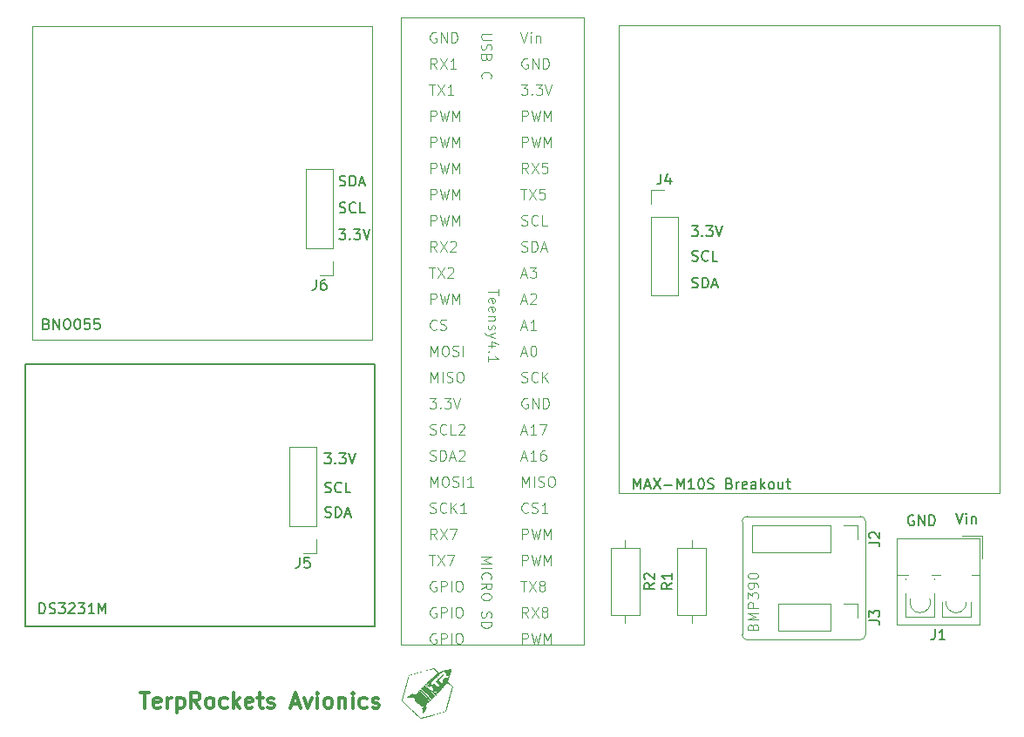
<source format=gbr>
%TF.GenerationSoftware,KiCad,Pcbnew,7.0.7*%
%TF.CreationDate,2023-12-05T11:38:15-05:00*%
%TF.ProjectId,master-board,6d617374-6572-42d6-926f-6172642e6b69,rev?*%
%TF.SameCoordinates,Original*%
%TF.FileFunction,Legend,Top*%
%TF.FilePolarity,Positive*%
%FSLAX46Y46*%
G04 Gerber Fmt 4.6, Leading zero omitted, Abs format (unit mm)*
G04 Created by KiCad (PCBNEW 7.0.7) date 2023-12-05 11:38:15*
%MOMM*%
%LPD*%
G01*
G04 APERTURE LIST*
%ADD10C,0.050000*%
%ADD11C,0.150000*%
%ADD12C,0.100000*%
%ADD13C,0.300000*%
%ADD14C,0.120000*%
G04 APERTURE END LIST*
D10*
X160100000Y-122780000D02*
X171100000Y-122780000D01*
X171100000Y-122780000D02*
G75*
G03*
X171600000Y-122280000I0J500000D01*
G01*
D11*
X89950000Y-95950000D02*
X123950000Y-95950000D01*
X123950000Y-121450000D01*
X89950000Y-121450000D01*
X89950000Y-95950000D01*
D10*
X159600000Y-122280000D02*
G75*
G03*
X160100000Y-122780000I500000J0D01*
G01*
D12*
X147600000Y-63050000D02*
X184600000Y-63050000D01*
X184600000Y-108550000D01*
X147600000Y-108550000D01*
X147600000Y-63050000D01*
D10*
X171600000Y-111280000D02*
G75*
G03*
X171100000Y-110780000I-500000J0D01*
G01*
X159600000Y-111280000D02*
X159600000Y-122280000D01*
D12*
X90610000Y-63140000D02*
X123630000Y-63140000D01*
X123630000Y-93620000D01*
X90610000Y-93620000D01*
X90610000Y-63140000D01*
D10*
X171100000Y-110780000D02*
X160100000Y-110780000D01*
X171600000Y-122280000D02*
X171600000Y-111280000D01*
X160100000Y-110780000D02*
G75*
G03*
X159600000Y-111280000I0J-500000D01*
G01*
D11*
X119089160Y-108422200D02*
X119232017Y-108469819D01*
X119232017Y-108469819D02*
X119470112Y-108469819D01*
X119470112Y-108469819D02*
X119565350Y-108422200D01*
X119565350Y-108422200D02*
X119612969Y-108374580D01*
X119612969Y-108374580D02*
X119660588Y-108279342D01*
X119660588Y-108279342D02*
X119660588Y-108184104D01*
X119660588Y-108184104D02*
X119612969Y-108088866D01*
X119612969Y-108088866D02*
X119565350Y-108041247D01*
X119565350Y-108041247D02*
X119470112Y-107993628D01*
X119470112Y-107993628D02*
X119279636Y-107946009D01*
X119279636Y-107946009D02*
X119184398Y-107898390D01*
X119184398Y-107898390D02*
X119136779Y-107850771D01*
X119136779Y-107850771D02*
X119089160Y-107755533D01*
X119089160Y-107755533D02*
X119089160Y-107660295D01*
X119089160Y-107660295D02*
X119136779Y-107565057D01*
X119136779Y-107565057D02*
X119184398Y-107517438D01*
X119184398Y-107517438D02*
X119279636Y-107469819D01*
X119279636Y-107469819D02*
X119517731Y-107469819D01*
X119517731Y-107469819D02*
X119660588Y-107517438D01*
X120660588Y-108374580D02*
X120612969Y-108422200D01*
X120612969Y-108422200D02*
X120470112Y-108469819D01*
X120470112Y-108469819D02*
X120374874Y-108469819D01*
X120374874Y-108469819D02*
X120232017Y-108422200D01*
X120232017Y-108422200D02*
X120136779Y-108326961D01*
X120136779Y-108326961D02*
X120089160Y-108231723D01*
X120089160Y-108231723D02*
X120041541Y-108041247D01*
X120041541Y-108041247D02*
X120041541Y-107898390D01*
X120041541Y-107898390D02*
X120089160Y-107707914D01*
X120089160Y-107707914D02*
X120136779Y-107612676D01*
X120136779Y-107612676D02*
X120232017Y-107517438D01*
X120232017Y-107517438D02*
X120374874Y-107469819D01*
X120374874Y-107469819D02*
X120470112Y-107469819D01*
X120470112Y-107469819D02*
X120612969Y-107517438D01*
X120612969Y-107517438D02*
X120660588Y-107565057D01*
X121565350Y-108469819D02*
X121089160Y-108469819D01*
X121089160Y-108469819D02*
X121089160Y-107469819D01*
X92020112Y-92086009D02*
X92162969Y-92133628D01*
X92162969Y-92133628D02*
X92210588Y-92181247D01*
X92210588Y-92181247D02*
X92258207Y-92276485D01*
X92258207Y-92276485D02*
X92258207Y-92419342D01*
X92258207Y-92419342D02*
X92210588Y-92514580D01*
X92210588Y-92514580D02*
X92162969Y-92562200D01*
X92162969Y-92562200D02*
X92067731Y-92609819D01*
X92067731Y-92609819D02*
X91686779Y-92609819D01*
X91686779Y-92609819D02*
X91686779Y-91609819D01*
X91686779Y-91609819D02*
X92020112Y-91609819D01*
X92020112Y-91609819D02*
X92115350Y-91657438D01*
X92115350Y-91657438D02*
X92162969Y-91705057D01*
X92162969Y-91705057D02*
X92210588Y-91800295D01*
X92210588Y-91800295D02*
X92210588Y-91895533D01*
X92210588Y-91895533D02*
X92162969Y-91990771D01*
X92162969Y-91990771D02*
X92115350Y-92038390D01*
X92115350Y-92038390D02*
X92020112Y-92086009D01*
X92020112Y-92086009D02*
X91686779Y-92086009D01*
X92686779Y-92609819D02*
X92686779Y-91609819D01*
X92686779Y-91609819D02*
X93258207Y-92609819D01*
X93258207Y-92609819D02*
X93258207Y-91609819D01*
X93924874Y-91609819D02*
X94115350Y-91609819D01*
X94115350Y-91609819D02*
X94210588Y-91657438D01*
X94210588Y-91657438D02*
X94305826Y-91752676D01*
X94305826Y-91752676D02*
X94353445Y-91943152D01*
X94353445Y-91943152D02*
X94353445Y-92276485D01*
X94353445Y-92276485D02*
X94305826Y-92466961D01*
X94305826Y-92466961D02*
X94210588Y-92562200D01*
X94210588Y-92562200D02*
X94115350Y-92609819D01*
X94115350Y-92609819D02*
X93924874Y-92609819D01*
X93924874Y-92609819D02*
X93829636Y-92562200D01*
X93829636Y-92562200D02*
X93734398Y-92466961D01*
X93734398Y-92466961D02*
X93686779Y-92276485D01*
X93686779Y-92276485D02*
X93686779Y-91943152D01*
X93686779Y-91943152D02*
X93734398Y-91752676D01*
X93734398Y-91752676D02*
X93829636Y-91657438D01*
X93829636Y-91657438D02*
X93924874Y-91609819D01*
X94972493Y-91609819D02*
X95067731Y-91609819D01*
X95067731Y-91609819D02*
X95162969Y-91657438D01*
X95162969Y-91657438D02*
X95210588Y-91705057D01*
X95210588Y-91705057D02*
X95258207Y-91800295D01*
X95258207Y-91800295D02*
X95305826Y-91990771D01*
X95305826Y-91990771D02*
X95305826Y-92228866D01*
X95305826Y-92228866D02*
X95258207Y-92419342D01*
X95258207Y-92419342D02*
X95210588Y-92514580D01*
X95210588Y-92514580D02*
X95162969Y-92562200D01*
X95162969Y-92562200D02*
X95067731Y-92609819D01*
X95067731Y-92609819D02*
X94972493Y-92609819D01*
X94972493Y-92609819D02*
X94877255Y-92562200D01*
X94877255Y-92562200D02*
X94829636Y-92514580D01*
X94829636Y-92514580D02*
X94782017Y-92419342D01*
X94782017Y-92419342D02*
X94734398Y-92228866D01*
X94734398Y-92228866D02*
X94734398Y-91990771D01*
X94734398Y-91990771D02*
X94782017Y-91800295D01*
X94782017Y-91800295D02*
X94829636Y-91705057D01*
X94829636Y-91705057D02*
X94877255Y-91657438D01*
X94877255Y-91657438D02*
X94972493Y-91609819D01*
X96210588Y-91609819D02*
X95734398Y-91609819D01*
X95734398Y-91609819D02*
X95686779Y-92086009D01*
X95686779Y-92086009D02*
X95734398Y-92038390D01*
X95734398Y-92038390D02*
X95829636Y-91990771D01*
X95829636Y-91990771D02*
X96067731Y-91990771D01*
X96067731Y-91990771D02*
X96162969Y-92038390D01*
X96162969Y-92038390D02*
X96210588Y-92086009D01*
X96210588Y-92086009D02*
X96258207Y-92181247D01*
X96258207Y-92181247D02*
X96258207Y-92419342D01*
X96258207Y-92419342D02*
X96210588Y-92514580D01*
X96210588Y-92514580D02*
X96162969Y-92562200D01*
X96162969Y-92562200D02*
X96067731Y-92609819D01*
X96067731Y-92609819D02*
X95829636Y-92609819D01*
X95829636Y-92609819D02*
X95734398Y-92562200D01*
X95734398Y-92562200D02*
X95686779Y-92514580D01*
X97162969Y-91609819D02*
X96686779Y-91609819D01*
X96686779Y-91609819D02*
X96639160Y-92086009D01*
X96639160Y-92086009D02*
X96686779Y-92038390D01*
X96686779Y-92038390D02*
X96782017Y-91990771D01*
X96782017Y-91990771D02*
X97020112Y-91990771D01*
X97020112Y-91990771D02*
X97115350Y-92038390D01*
X97115350Y-92038390D02*
X97162969Y-92086009D01*
X97162969Y-92086009D02*
X97210588Y-92181247D01*
X97210588Y-92181247D02*
X97210588Y-92419342D01*
X97210588Y-92419342D02*
X97162969Y-92514580D01*
X97162969Y-92514580D02*
X97115350Y-92562200D01*
X97115350Y-92562200D02*
X97020112Y-92609819D01*
X97020112Y-92609819D02*
X96782017Y-92609819D01*
X96782017Y-92609819D02*
X96686779Y-92562200D01*
X96686779Y-92562200D02*
X96639160Y-92514580D01*
X91336779Y-120219819D02*
X91336779Y-119219819D01*
X91336779Y-119219819D02*
X91574874Y-119219819D01*
X91574874Y-119219819D02*
X91717731Y-119267438D01*
X91717731Y-119267438D02*
X91812969Y-119362676D01*
X91812969Y-119362676D02*
X91860588Y-119457914D01*
X91860588Y-119457914D02*
X91908207Y-119648390D01*
X91908207Y-119648390D02*
X91908207Y-119791247D01*
X91908207Y-119791247D02*
X91860588Y-119981723D01*
X91860588Y-119981723D02*
X91812969Y-120076961D01*
X91812969Y-120076961D02*
X91717731Y-120172200D01*
X91717731Y-120172200D02*
X91574874Y-120219819D01*
X91574874Y-120219819D02*
X91336779Y-120219819D01*
X92289160Y-120172200D02*
X92432017Y-120219819D01*
X92432017Y-120219819D02*
X92670112Y-120219819D01*
X92670112Y-120219819D02*
X92765350Y-120172200D01*
X92765350Y-120172200D02*
X92812969Y-120124580D01*
X92812969Y-120124580D02*
X92860588Y-120029342D01*
X92860588Y-120029342D02*
X92860588Y-119934104D01*
X92860588Y-119934104D02*
X92812969Y-119838866D01*
X92812969Y-119838866D02*
X92765350Y-119791247D01*
X92765350Y-119791247D02*
X92670112Y-119743628D01*
X92670112Y-119743628D02*
X92479636Y-119696009D01*
X92479636Y-119696009D02*
X92384398Y-119648390D01*
X92384398Y-119648390D02*
X92336779Y-119600771D01*
X92336779Y-119600771D02*
X92289160Y-119505533D01*
X92289160Y-119505533D02*
X92289160Y-119410295D01*
X92289160Y-119410295D02*
X92336779Y-119315057D01*
X92336779Y-119315057D02*
X92384398Y-119267438D01*
X92384398Y-119267438D02*
X92479636Y-119219819D01*
X92479636Y-119219819D02*
X92717731Y-119219819D01*
X92717731Y-119219819D02*
X92860588Y-119267438D01*
X93193922Y-119219819D02*
X93812969Y-119219819D01*
X93812969Y-119219819D02*
X93479636Y-119600771D01*
X93479636Y-119600771D02*
X93622493Y-119600771D01*
X93622493Y-119600771D02*
X93717731Y-119648390D01*
X93717731Y-119648390D02*
X93765350Y-119696009D01*
X93765350Y-119696009D02*
X93812969Y-119791247D01*
X93812969Y-119791247D02*
X93812969Y-120029342D01*
X93812969Y-120029342D02*
X93765350Y-120124580D01*
X93765350Y-120124580D02*
X93717731Y-120172200D01*
X93717731Y-120172200D02*
X93622493Y-120219819D01*
X93622493Y-120219819D02*
X93336779Y-120219819D01*
X93336779Y-120219819D02*
X93241541Y-120172200D01*
X93241541Y-120172200D02*
X93193922Y-120124580D01*
X94193922Y-119315057D02*
X94241541Y-119267438D01*
X94241541Y-119267438D02*
X94336779Y-119219819D01*
X94336779Y-119219819D02*
X94574874Y-119219819D01*
X94574874Y-119219819D02*
X94670112Y-119267438D01*
X94670112Y-119267438D02*
X94717731Y-119315057D01*
X94717731Y-119315057D02*
X94765350Y-119410295D01*
X94765350Y-119410295D02*
X94765350Y-119505533D01*
X94765350Y-119505533D02*
X94717731Y-119648390D01*
X94717731Y-119648390D02*
X94146303Y-120219819D01*
X94146303Y-120219819D02*
X94765350Y-120219819D01*
X95098684Y-119219819D02*
X95717731Y-119219819D01*
X95717731Y-119219819D02*
X95384398Y-119600771D01*
X95384398Y-119600771D02*
X95527255Y-119600771D01*
X95527255Y-119600771D02*
X95622493Y-119648390D01*
X95622493Y-119648390D02*
X95670112Y-119696009D01*
X95670112Y-119696009D02*
X95717731Y-119791247D01*
X95717731Y-119791247D02*
X95717731Y-120029342D01*
X95717731Y-120029342D02*
X95670112Y-120124580D01*
X95670112Y-120124580D02*
X95622493Y-120172200D01*
X95622493Y-120172200D02*
X95527255Y-120219819D01*
X95527255Y-120219819D02*
X95241541Y-120219819D01*
X95241541Y-120219819D02*
X95146303Y-120172200D01*
X95146303Y-120172200D02*
X95098684Y-120124580D01*
X96670112Y-120219819D02*
X96098684Y-120219819D01*
X96384398Y-120219819D02*
X96384398Y-119219819D01*
X96384398Y-119219819D02*
X96289160Y-119362676D01*
X96289160Y-119362676D02*
X96193922Y-119457914D01*
X96193922Y-119457914D02*
X96098684Y-119505533D01*
X97098684Y-120219819D02*
X97098684Y-119219819D01*
X97098684Y-119219819D02*
X97432017Y-119934104D01*
X97432017Y-119934104D02*
X97765350Y-119219819D01*
X97765350Y-119219819D02*
X97765350Y-120219819D01*
X120441541Y-82869819D02*
X121060588Y-82869819D01*
X121060588Y-82869819D02*
X120727255Y-83250771D01*
X120727255Y-83250771D02*
X120870112Y-83250771D01*
X120870112Y-83250771D02*
X120965350Y-83298390D01*
X120965350Y-83298390D02*
X121012969Y-83346009D01*
X121012969Y-83346009D02*
X121060588Y-83441247D01*
X121060588Y-83441247D02*
X121060588Y-83679342D01*
X121060588Y-83679342D02*
X121012969Y-83774580D01*
X121012969Y-83774580D02*
X120965350Y-83822200D01*
X120965350Y-83822200D02*
X120870112Y-83869819D01*
X120870112Y-83869819D02*
X120584398Y-83869819D01*
X120584398Y-83869819D02*
X120489160Y-83822200D01*
X120489160Y-83822200D02*
X120441541Y-83774580D01*
X121489160Y-83774580D02*
X121536779Y-83822200D01*
X121536779Y-83822200D02*
X121489160Y-83869819D01*
X121489160Y-83869819D02*
X121441541Y-83822200D01*
X121441541Y-83822200D02*
X121489160Y-83774580D01*
X121489160Y-83774580D02*
X121489160Y-83869819D01*
X121870112Y-82869819D02*
X122489159Y-82869819D01*
X122489159Y-82869819D02*
X122155826Y-83250771D01*
X122155826Y-83250771D02*
X122298683Y-83250771D01*
X122298683Y-83250771D02*
X122393921Y-83298390D01*
X122393921Y-83298390D02*
X122441540Y-83346009D01*
X122441540Y-83346009D02*
X122489159Y-83441247D01*
X122489159Y-83441247D02*
X122489159Y-83679342D01*
X122489159Y-83679342D02*
X122441540Y-83774580D01*
X122441540Y-83774580D02*
X122393921Y-83822200D01*
X122393921Y-83822200D02*
X122298683Y-83869819D01*
X122298683Y-83869819D02*
X122012969Y-83869819D01*
X122012969Y-83869819D02*
X121917731Y-83822200D01*
X121917731Y-83822200D02*
X121870112Y-83774580D01*
X122774874Y-82869819D02*
X123108207Y-83869819D01*
X123108207Y-83869819D02*
X123441540Y-82869819D01*
D13*
X101140225Y-127900828D02*
X101997368Y-127900828D01*
X101568796Y-129400828D02*
X101568796Y-127900828D01*
X103068796Y-129329400D02*
X102925939Y-129400828D01*
X102925939Y-129400828D02*
X102640225Y-129400828D01*
X102640225Y-129400828D02*
X102497367Y-129329400D01*
X102497367Y-129329400D02*
X102425939Y-129186542D01*
X102425939Y-129186542D02*
X102425939Y-128615114D01*
X102425939Y-128615114D02*
X102497367Y-128472257D01*
X102497367Y-128472257D02*
X102640225Y-128400828D01*
X102640225Y-128400828D02*
X102925939Y-128400828D01*
X102925939Y-128400828D02*
X103068796Y-128472257D01*
X103068796Y-128472257D02*
X103140225Y-128615114D01*
X103140225Y-128615114D02*
X103140225Y-128757971D01*
X103140225Y-128757971D02*
X102425939Y-128900828D01*
X103783081Y-129400828D02*
X103783081Y-128400828D01*
X103783081Y-128686542D02*
X103854510Y-128543685D01*
X103854510Y-128543685D02*
X103925939Y-128472257D01*
X103925939Y-128472257D02*
X104068796Y-128400828D01*
X104068796Y-128400828D02*
X104211653Y-128400828D01*
X104711652Y-128400828D02*
X104711652Y-129900828D01*
X104711652Y-128472257D02*
X104854510Y-128400828D01*
X104854510Y-128400828D02*
X105140224Y-128400828D01*
X105140224Y-128400828D02*
X105283081Y-128472257D01*
X105283081Y-128472257D02*
X105354510Y-128543685D01*
X105354510Y-128543685D02*
X105425938Y-128686542D01*
X105425938Y-128686542D02*
X105425938Y-129115114D01*
X105425938Y-129115114D02*
X105354510Y-129257971D01*
X105354510Y-129257971D02*
X105283081Y-129329400D01*
X105283081Y-129329400D02*
X105140224Y-129400828D01*
X105140224Y-129400828D02*
X104854510Y-129400828D01*
X104854510Y-129400828D02*
X104711652Y-129329400D01*
X106925938Y-129400828D02*
X106425938Y-128686542D01*
X106068795Y-129400828D02*
X106068795Y-127900828D01*
X106068795Y-127900828D02*
X106640224Y-127900828D01*
X106640224Y-127900828D02*
X106783081Y-127972257D01*
X106783081Y-127972257D02*
X106854510Y-128043685D01*
X106854510Y-128043685D02*
X106925938Y-128186542D01*
X106925938Y-128186542D02*
X106925938Y-128400828D01*
X106925938Y-128400828D02*
X106854510Y-128543685D01*
X106854510Y-128543685D02*
X106783081Y-128615114D01*
X106783081Y-128615114D02*
X106640224Y-128686542D01*
X106640224Y-128686542D02*
X106068795Y-128686542D01*
X107783081Y-129400828D02*
X107640224Y-129329400D01*
X107640224Y-129329400D02*
X107568795Y-129257971D01*
X107568795Y-129257971D02*
X107497367Y-129115114D01*
X107497367Y-129115114D02*
X107497367Y-128686542D01*
X107497367Y-128686542D02*
X107568795Y-128543685D01*
X107568795Y-128543685D02*
X107640224Y-128472257D01*
X107640224Y-128472257D02*
X107783081Y-128400828D01*
X107783081Y-128400828D02*
X107997367Y-128400828D01*
X107997367Y-128400828D02*
X108140224Y-128472257D01*
X108140224Y-128472257D02*
X108211653Y-128543685D01*
X108211653Y-128543685D02*
X108283081Y-128686542D01*
X108283081Y-128686542D02*
X108283081Y-129115114D01*
X108283081Y-129115114D02*
X108211653Y-129257971D01*
X108211653Y-129257971D02*
X108140224Y-129329400D01*
X108140224Y-129329400D02*
X107997367Y-129400828D01*
X107997367Y-129400828D02*
X107783081Y-129400828D01*
X109568796Y-129329400D02*
X109425938Y-129400828D01*
X109425938Y-129400828D02*
X109140224Y-129400828D01*
X109140224Y-129400828D02*
X108997367Y-129329400D01*
X108997367Y-129329400D02*
X108925938Y-129257971D01*
X108925938Y-129257971D02*
X108854510Y-129115114D01*
X108854510Y-129115114D02*
X108854510Y-128686542D01*
X108854510Y-128686542D02*
X108925938Y-128543685D01*
X108925938Y-128543685D02*
X108997367Y-128472257D01*
X108997367Y-128472257D02*
X109140224Y-128400828D01*
X109140224Y-128400828D02*
X109425938Y-128400828D01*
X109425938Y-128400828D02*
X109568796Y-128472257D01*
X110211652Y-129400828D02*
X110211652Y-127900828D01*
X110354510Y-128829400D02*
X110783081Y-129400828D01*
X110783081Y-128400828D02*
X110211652Y-128972257D01*
X111997367Y-129329400D02*
X111854510Y-129400828D01*
X111854510Y-129400828D02*
X111568796Y-129400828D01*
X111568796Y-129400828D02*
X111425938Y-129329400D01*
X111425938Y-129329400D02*
X111354510Y-129186542D01*
X111354510Y-129186542D02*
X111354510Y-128615114D01*
X111354510Y-128615114D02*
X111425938Y-128472257D01*
X111425938Y-128472257D02*
X111568796Y-128400828D01*
X111568796Y-128400828D02*
X111854510Y-128400828D01*
X111854510Y-128400828D02*
X111997367Y-128472257D01*
X111997367Y-128472257D02*
X112068796Y-128615114D01*
X112068796Y-128615114D02*
X112068796Y-128757971D01*
X112068796Y-128757971D02*
X111354510Y-128900828D01*
X112497367Y-128400828D02*
X113068795Y-128400828D01*
X112711652Y-127900828D02*
X112711652Y-129186542D01*
X112711652Y-129186542D02*
X112783081Y-129329400D01*
X112783081Y-129329400D02*
X112925938Y-129400828D01*
X112925938Y-129400828D02*
X113068795Y-129400828D01*
X113497367Y-129329400D02*
X113640224Y-129400828D01*
X113640224Y-129400828D02*
X113925938Y-129400828D01*
X113925938Y-129400828D02*
X114068795Y-129329400D01*
X114068795Y-129329400D02*
X114140224Y-129186542D01*
X114140224Y-129186542D02*
X114140224Y-129115114D01*
X114140224Y-129115114D02*
X114068795Y-128972257D01*
X114068795Y-128972257D02*
X113925938Y-128900828D01*
X113925938Y-128900828D02*
X113711653Y-128900828D01*
X113711653Y-128900828D02*
X113568795Y-128829400D01*
X113568795Y-128829400D02*
X113497367Y-128686542D01*
X113497367Y-128686542D02*
X113497367Y-128615114D01*
X113497367Y-128615114D02*
X113568795Y-128472257D01*
X113568795Y-128472257D02*
X113711653Y-128400828D01*
X113711653Y-128400828D02*
X113925938Y-128400828D01*
X113925938Y-128400828D02*
X114068795Y-128472257D01*
X115854510Y-128972257D02*
X116568796Y-128972257D01*
X115711653Y-129400828D02*
X116211653Y-127900828D01*
X116211653Y-127900828D02*
X116711653Y-129400828D01*
X117068795Y-128400828D02*
X117425938Y-129400828D01*
X117425938Y-129400828D02*
X117783081Y-128400828D01*
X118354509Y-129400828D02*
X118354509Y-128400828D01*
X118354509Y-127900828D02*
X118283081Y-127972257D01*
X118283081Y-127972257D02*
X118354509Y-128043685D01*
X118354509Y-128043685D02*
X118425938Y-127972257D01*
X118425938Y-127972257D02*
X118354509Y-127900828D01*
X118354509Y-127900828D02*
X118354509Y-128043685D01*
X119283081Y-129400828D02*
X119140224Y-129329400D01*
X119140224Y-129329400D02*
X119068795Y-129257971D01*
X119068795Y-129257971D02*
X118997367Y-129115114D01*
X118997367Y-129115114D02*
X118997367Y-128686542D01*
X118997367Y-128686542D02*
X119068795Y-128543685D01*
X119068795Y-128543685D02*
X119140224Y-128472257D01*
X119140224Y-128472257D02*
X119283081Y-128400828D01*
X119283081Y-128400828D02*
X119497367Y-128400828D01*
X119497367Y-128400828D02*
X119640224Y-128472257D01*
X119640224Y-128472257D02*
X119711653Y-128543685D01*
X119711653Y-128543685D02*
X119783081Y-128686542D01*
X119783081Y-128686542D02*
X119783081Y-129115114D01*
X119783081Y-129115114D02*
X119711653Y-129257971D01*
X119711653Y-129257971D02*
X119640224Y-129329400D01*
X119640224Y-129329400D02*
X119497367Y-129400828D01*
X119497367Y-129400828D02*
X119283081Y-129400828D01*
X120425938Y-128400828D02*
X120425938Y-129400828D01*
X120425938Y-128543685D02*
X120497367Y-128472257D01*
X120497367Y-128472257D02*
X120640224Y-128400828D01*
X120640224Y-128400828D02*
X120854510Y-128400828D01*
X120854510Y-128400828D02*
X120997367Y-128472257D01*
X120997367Y-128472257D02*
X121068796Y-128615114D01*
X121068796Y-128615114D02*
X121068796Y-129400828D01*
X121783081Y-129400828D02*
X121783081Y-128400828D01*
X121783081Y-127900828D02*
X121711653Y-127972257D01*
X121711653Y-127972257D02*
X121783081Y-128043685D01*
X121783081Y-128043685D02*
X121854510Y-127972257D01*
X121854510Y-127972257D02*
X121783081Y-127900828D01*
X121783081Y-127900828D02*
X121783081Y-128043685D01*
X123140225Y-129329400D02*
X122997367Y-129400828D01*
X122997367Y-129400828D02*
X122711653Y-129400828D01*
X122711653Y-129400828D02*
X122568796Y-129329400D01*
X122568796Y-129329400D02*
X122497367Y-129257971D01*
X122497367Y-129257971D02*
X122425939Y-129115114D01*
X122425939Y-129115114D02*
X122425939Y-128686542D01*
X122425939Y-128686542D02*
X122497367Y-128543685D01*
X122497367Y-128543685D02*
X122568796Y-128472257D01*
X122568796Y-128472257D02*
X122711653Y-128400828D01*
X122711653Y-128400828D02*
X122997367Y-128400828D01*
X122997367Y-128400828D02*
X123140225Y-128472257D01*
X123711653Y-129329400D02*
X123854510Y-129400828D01*
X123854510Y-129400828D02*
X124140224Y-129400828D01*
X124140224Y-129400828D02*
X124283081Y-129329400D01*
X124283081Y-129329400D02*
X124354510Y-129186542D01*
X124354510Y-129186542D02*
X124354510Y-129115114D01*
X124354510Y-129115114D02*
X124283081Y-128972257D01*
X124283081Y-128972257D02*
X124140224Y-128900828D01*
X124140224Y-128900828D02*
X123925939Y-128900828D01*
X123925939Y-128900828D02*
X123783081Y-128829400D01*
X123783081Y-128829400D02*
X123711653Y-128686542D01*
X123711653Y-128686542D02*
X123711653Y-128615114D01*
X123711653Y-128615114D02*
X123783081Y-128472257D01*
X123783081Y-128472257D02*
X123925939Y-128400828D01*
X123925939Y-128400828D02*
X124140224Y-128400828D01*
X124140224Y-128400828D02*
X124283081Y-128472257D01*
D11*
X119041541Y-104669819D02*
X119660588Y-104669819D01*
X119660588Y-104669819D02*
X119327255Y-105050771D01*
X119327255Y-105050771D02*
X119470112Y-105050771D01*
X119470112Y-105050771D02*
X119565350Y-105098390D01*
X119565350Y-105098390D02*
X119612969Y-105146009D01*
X119612969Y-105146009D02*
X119660588Y-105241247D01*
X119660588Y-105241247D02*
X119660588Y-105479342D01*
X119660588Y-105479342D02*
X119612969Y-105574580D01*
X119612969Y-105574580D02*
X119565350Y-105622200D01*
X119565350Y-105622200D02*
X119470112Y-105669819D01*
X119470112Y-105669819D02*
X119184398Y-105669819D01*
X119184398Y-105669819D02*
X119089160Y-105622200D01*
X119089160Y-105622200D02*
X119041541Y-105574580D01*
X120089160Y-105574580D02*
X120136779Y-105622200D01*
X120136779Y-105622200D02*
X120089160Y-105669819D01*
X120089160Y-105669819D02*
X120041541Y-105622200D01*
X120041541Y-105622200D02*
X120089160Y-105574580D01*
X120089160Y-105574580D02*
X120089160Y-105669819D01*
X120470112Y-104669819D02*
X121089159Y-104669819D01*
X121089159Y-104669819D02*
X120755826Y-105050771D01*
X120755826Y-105050771D02*
X120898683Y-105050771D01*
X120898683Y-105050771D02*
X120993921Y-105098390D01*
X120993921Y-105098390D02*
X121041540Y-105146009D01*
X121041540Y-105146009D02*
X121089159Y-105241247D01*
X121089159Y-105241247D02*
X121089159Y-105479342D01*
X121089159Y-105479342D02*
X121041540Y-105574580D01*
X121041540Y-105574580D02*
X120993921Y-105622200D01*
X120993921Y-105622200D02*
X120898683Y-105669819D01*
X120898683Y-105669819D02*
X120612969Y-105669819D01*
X120612969Y-105669819D02*
X120517731Y-105622200D01*
X120517731Y-105622200D02*
X120470112Y-105574580D01*
X121374874Y-104669819D02*
X121708207Y-105669819D01*
X121708207Y-105669819D02*
X122041540Y-104669819D01*
X149086779Y-108119819D02*
X149086779Y-107119819D01*
X149086779Y-107119819D02*
X149420112Y-107834104D01*
X149420112Y-107834104D02*
X149753445Y-107119819D01*
X149753445Y-107119819D02*
X149753445Y-108119819D01*
X150182017Y-107834104D02*
X150658207Y-107834104D01*
X150086779Y-108119819D02*
X150420112Y-107119819D01*
X150420112Y-107119819D02*
X150753445Y-108119819D01*
X150991541Y-107119819D02*
X151658207Y-108119819D01*
X151658207Y-107119819D02*
X150991541Y-108119819D01*
X152039160Y-107738866D02*
X152801065Y-107738866D01*
X153277255Y-108119819D02*
X153277255Y-107119819D01*
X153277255Y-107119819D02*
X153610588Y-107834104D01*
X153610588Y-107834104D02*
X153943921Y-107119819D01*
X153943921Y-107119819D02*
X153943921Y-108119819D01*
X154943921Y-108119819D02*
X154372493Y-108119819D01*
X154658207Y-108119819D02*
X154658207Y-107119819D01*
X154658207Y-107119819D02*
X154562969Y-107262676D01*
X154562969Y-107262676D02*
X154467731Y-107357914D01*
X154467731Y-107357914D02*
X154372493Y-107405533D01*
X155562969Y-107119819D02*
X155658207Y-107119819D01*
X155658207Y-107119819D02*
X155753445Y-107167438D01*
X155753445Y-107167438D02*
X155801064Y-107215057D01*
X155801064Y-107215057D02*
X155848683Y-107310295D01*
X155848683Y-107310295D02*
X155896302Y-107500771D01*
X155896302Y-107500771D02*
X155896302Y-107738866D01*
X155896302Y-107738866D02*
X155848683Y-107929342D01*
X155848683Y-107929342D02*
X155801064Y-108024580D01*
X155801064Y-108024580D02*
X155753445Y-108072200D01*
X155753445Y-108072200D02*
X155658207Y-108119819D01*
X155658207Y-108119819D02*
X155562969Y-108119819D01*
X155562969Y-108119819D02*
X155467731Y-108072200D01*
X155467731Y-108072200D02*
X155420112Y-108024580D01*
X155420112Y-108024580D02*
X155372493Y-107929342D01*
X155372493Y-107929342D02*
X155324874Y-107738866D01*
X155324874Y-107738866D02*
X155324874Y-107500771D01*
X155324874Y-107500771D02*
X155372493Y-107310295D01*
X155372493Y-107310295D02*
X155420112Y-107215057D01*
X155420112Y-107215057D02*
X155467731Y-107167438D01*
X155467731Y-107167438D02*
X155562969Y-107119819D01*
X156277255Y-108072200D02*
X156420112Y-108119819D01*
X156420112Y-108119819D02*
X156658207Y-108119819D01*
X156658207Y-108119819D02*
X156753445Y-108072200D01*
X156753445Y-108072200D02*
X156801064Y-108024580D01*
X156801064Y-108024580D02*
X156848683Y-107929342D01*
X156848683Y-107929342D02*
X156848683Y-107834104D01*
X156848683Y-107834104D02*
X156801064Y-107738866D01*
X156801064Y-107738866D02*
X156753445Y-107691247D01*
X156753445Y-107691247D02*
X156658207Y-107643628D01*
X156658207Y-107643628D02*
X156467731Y-107596009D01*
X156467731Y-107596009D02*
X156372493Y-107548390D01*
X156372493Y-107548390D02*
X156324874Y-107500771D01*
X156324874Y-107500771D02*
X156277255Y-107405533D01*
X156277255Y-107405533D02*
X156277255Y-107310295D01*
X156277255Y-107310295D02*
X156324874Y-107215057D01*
X156324874Y-107215057D02*
X156372493Y-107167438D01*
X156372493Y-107167438D02*
X156467731Y-107119819D01*
X156467731Y-107119819D02*
X156705826Y-107119819D01*
X156705826Y-107119819D02*
X156848683Y-107167438D01*
X158372493Y-107596009D02*
X158515350Y-107643628D01*
X158515350Y-107643628D02*
X158562969Y-107691247D01*
X158562969Y-107691247D02*
X158610588Y-107786485D01*
X158610588Y-107786485D02*
X158610588Y-107929342D01*
X158610588Y-107929342D02*
X158562969Y-108024580D01*
X158562969Y-108024580D02*
X158515350Y-108072200D01*
X158515350Y-108072200D02*
X158420112Y-108119819D01*
X158420112Y-108119819D02*
X158039160Y-108119819D01*
X158039160Y-108119819D02*
X158039160Y-107119819D01*
X158039160Y-107119819D02*
X158372493Y-107119819D01*
X158372493Y-107119819D02*
X158467731Y-107167438D01*
X158467731Y-107167438D02*
X158515350Y-107215057D01*
X158515350Y-107215057D02*
X158562969Y-107310295D01*
X158562969Y-107310295D02*
X158562969Y-107405533D01*
X158562969Y-107405533D02*
X158515350Y-107500771D01*
X158515350Y-107500771D02*
X158467731Y-107548390D01*
X158467731Y-107548390D02*
X158372493Y-107596009D01*
X158372493Y-107596009D02*
X158039160Y-107596009D01*
X159039160Y-108119819D02*
X159039160Y-107453152D01*
X159039160Y-107643628D02*
X159086779Y-107548390D01*
X159086779Y-107548390D02*
X159134398Y-107500771D01*
X159134398Y-107500771D02*
X159229636Y-107453152D01*
X159229636Y-107453152D02*
X159324874Y-107453152D01*
X160039160Y-108072200D02*
X159943922Y-108119819D01*
X159943922Y-108119819D02*
X159753446Y-108119819D01*
X159753446Y-108119819D02*
X159658208Y-108072200D01*
X159658208Y-108072200D02*
X159610589Y-107976961D01*
X159610589Y-107976961D02*
X159610589Y-107596009D01*
X159610589Y-107596009D02*
X159658208Y-107500771D01*
X159658208Y-107500771D02*
X159753446Y-107453152D01*
X159753446Y-107453152D02*
X159943922Y-107453152D01*
X159943922Y-107453152D02*
X160039160Y-107500771D01*
X160039160Y-107500771D02*
X160086779Y-107596009D01*
X160086779Y-107596009D02*
X160086779Y-107691247D01*
X160086779Y-107691247D02*
X159610589Y-107786485D01*
X160943922Y-108119819D02*
X160943922Y-107596009D01*
X160943922Y-107596009D02*
X160896303Y-107500771D01*
X160896303Y-107500771D02*
X160801065Y-107453152D01*
X160801065Y-107453152D02*
X160610589Y-107453152D01*
X160610589Y-107453152D02*
X160515351Y-107500771D01*
X160943922Y-108072200D02*
X160848684Y-108119819D01*
X160848684Y-108119819D02*
X160610589Y-108119819D01*
X160610589Y-108119819D02*
X160515351Y-108072200D01*
X160515351Y-108072200D02*
X160467732Y-107976961D01*
X160467732Y-107976961D02*
X160467732Y-107881723D01*
X160467732Y-107881723D02*
X160515351Y-107786485D01*
X160515351Y-107786485D02*
X160610589Y-107738866D01*
X160610589Y-107738866D02*
X160848684Y-107738866D01*
X160848684Y-107738866D02*
X160943922Y-107691247D01*
X161420113Y-108119819D02*
X161420113Y-107119819D01*
X161515351Y-107738866D02*
X161801065Y-108119819D01*
X161801065Y-107453152D02*
X161420113Y-107834104D01*
X162372494Y-108119819D02*
X162277256Y-108072200D01*
X162277256Y-108072200D02*
X162229637Y-108024580D01*
X162229637Y-108024580D02*
X162182018Y-107929342D01*
X162182018Y-107929342D02*
X162182018Y-107643628D01*
X162182018Y-107643628D02*
X162229637Y-107548390D01*
X162229637Y-107548390D02*
X162277256Y-107500771D01*
X162277256Y-107500771D02*
X162372494Y-107453152D01*
X162372494Y-107453152D02*
X162515351Y-107453152D01*
X162515351Y-107453152D02*
X162610589Y-107500771D01*
X162610589Y-107500771D02*
X162658208Y-107548390D01*
X162658208Y-107548390D02*
X162705827Y-107643628D01*
X162705827Y-107643628D02*
X162705827Y-107929342D01*
X162705827Y-107929342D02*
X162658208Y-108024580D01*
X162658208Y-108024580D02*
X162610589Y-108072200D01*
X162610589Y-108072200D02*
X162515351Y-108119819D01*
X162515351Y-108119819D02*
X162372494Y-108119819D01*
X163562970Y-107453152D02*
X163562970Y-108119819D01*
X163134399Y-107453152D02*
X163134399Y-107976961D01*
X163134399Y-107976961D02*
X163182018Y-108072200D01*
X163182018Y-108072200D02*
X163277256Y-108119819D01*
X163277256Y-108119819D02*
X163420113Y-108119819D01*
X163420113Y-108119819D02*
X163515351Y-108072200D01*
X163515351Y-108072200D02*
X163562970Y-108024580D01*
X163896304Y-107453152D02*
X164277256Y-107453152D01*
X164039161Y-107119819D02*
X164039161Y-107976961D01*
X164039161Y-107976961D02*
X164086780Y-108072200D01*
X164086780Y-108072200D02*
X164182018Y-108119819D01*
X164182018Y-108119819D02*
X164277256Y-108119819D01*
X180393922Y-110469819D02*
X180727255Y-111469819D01*
X180727255Y-111469819D02*
X181060588Y-110469819D01*
X181393922Y-111469819D02*
X181393922Y-110803152D01*
X181393922Y-110469819D02*
X181346303Y-110517438D01*
X181346303Y-110517438D02*
X181393922Y-110565057D01*
X181393922Y-110565057D02*
X181441541Y-110517438D01*
X181441541Y-110517438D02*
X181393922Y-110469819D01*
X181393922Y-110469819D02*
X181393922Y-110565057D01*
X181870112Y-110803152D02*
X181870112Y-111469819D01*
X181870112Y-110898390D02*
X181917731Y-110850771D01*
X181917731Y-110850771D02*
X182012969Y-110803152D01*
X182012969Y-110803152D02*
X182155826Y-110803152D01*
X182155826Y-110803152D02*
X182251064Y-110850771D01*
X182251064Y-110850771D02*
X182298683Y-110946009D01*
X182298683Y-110946009D02*
X182298683Y-111469819D01*
X176260588Y-110717438D02*
X176165350Y-110669819D01*
X176165350Y-110669819D02*
X176022493Y-110669819D01*
X176022493Y-110669819D02*
X175879636Y-110717438D01*
X175879636Y-110717438D02*
X175784398Y-110812676D01*
X175784398Y-110812676D02*
X175736779Y-110907914D01*
X175736779Y-110907914D02*
X175689160Y-111098390D01*
X175689160Y-111098390D02*
X175689160Y-111241247D01*
X175689160Y-111241247D02*
X175736779Y-111431723D01*
X175736779Y-111431723D02*
X175784398Y-111526961D01*
X175784398Y-111526961D02*
X175879636Y-111622200D01*
X175879636Y-111622200D02*
X176022493Y-111669819D01*
X176022493Y-111669819D02*
X176117731Y-111669819D01*
X176117731Y-111669819D02*
X176260588Y-111622200D01*
X176260588Y-111622200D02*
X176308207Y-111574580D01*
X176308207Y-111574580D02*
X176308207Y-111241247D01*
X176308207Y-111241247D02*
X176117731Y-111241247D01*
X176736779Y-111669819D02*
X176736779Y-110669819D01*
X176736779Y-110669819D02*
X177308207Y-111669819D01*
X177308207Y-111669819D02*
X177308207Y-110669819D01*
X177784398Y-111669819D02*
X177784398Y-110669819D01*
X177784398Y-110669819D02*
X178022493Y-110669819D01*
X178022493Y-110669819D02*
X178165350Y-110717438D01*
X178165350Y-110717438D02*
X178260588Y-110812676D01*
X178260588Y-110812676D02*
X178308207Y-110907914D01*
X178308207Y-110907914D02*
X178355826Y-111098390D01*
X178355826Y-111098390D02*
X178355826Y-111241247D01*
X178355826Y-111241247D02*
X178308207Y-111431723D01*
X178308207Y-111431723D02*
X178260588Y-111526961D01*
X178260588Y-111526961D02*
X178165350Y-111622200D01*
X178165350Y-111622200D02*
X178022493Y-111669819D01*
X178022493Y-111669819D02*
X177784398Y-111669819D01*
D12*
X160633609Y-121508571D02*
X160681228Y-121365714D01*
X160681228Y-121365714D02*
X160728847Y-121318095D01*
X160728847Y-121318095D02*
X160824085Y-121270476D01*
X160824085Y-121270476D02*
X160966942Y-121270476D01*
X160966942Y-121270476D02*
X161062180Y-121318095D01*
X161062180Y-121318095D02*
X161109800Y-121365714D01*
X161109800Y-121365714D02*
X161157419Y-121460952D01*
X161157419Y-121460952D02*
X161157419Y-121841904D01*
X161157419Y-121841904D02*
X160157419Y-121841904D01*
X160157419Y-121841904D02*
X160157419Y-121508571D01*
X160157419Y-121508571D02*
X160205038Y-121413333D01*
X160205038Y-121413333D02*
X160252657Y-121365714D01*
X160252657Y-121365714D02*
X160347895Y-121318095D01*
X160347895Y-121318095D02*
X160443133Y-121318095D01*
X160443133Y-121318095D02*
X160538371Y-121365714D01*
X160538371Y-121365714D02*
X160585990Y-121413333D01*
X160585990Y-121413333D02*
X160633609Y-121508571D01*
X160633609Y-121508571D02*
X160633609Y-121841904D01*
X161157419Y-120841904D02*
X160157419Y-120841904D01*
X160157419Y-120841904D02*
X160871704Y-120508571D01*
X160871704Y-120508571D02*
X160157419Y-120175238D01*
X160157419Y-120175238D02*
X161157419Y-120175238D01*
X161157419Y-119699047D02*
X160157419Y-119699047D01*
X160157419Y-119699047D02*
X160157419Y-119318095D01*
X160157419Y-119318095D02*
X160205038Y-119222857D01*
X160205038Y-119222857D02*
X160252657Y-119175238D01*
X160252657Y-119175238D02*
X160347895Y-119127619D01*
X160347895Y-119127619D02*
X160490752Y-119127619D01*
X160490752Y-119127619D02*
X160585990Y-119175238D01*
X160585990Y-119175238D02*
X160633609Y-119222857D01*
X160633609Y-119222857D02*
X160681228Y-119318095D01*
X160681228Y-119318095D02*
X160681228Y-119699047D01*
X160157419Y-118794285D02*
X160157419Y-118175238D01*
X160157419Y-118175238D02*
X160538371Y-118508571D01*
X160538371Y-118508571D02*
X160538371Y-118365714D01*
X160538371Y-118365714D02*
X160585990Y-118270476D01*
X160585990Y-118270476D02*
X160633609Y-118222857D01*
X160633609Y-118222857D02*
X160728847Y-118175238D01*
X160728847Y-118175238D02*
X160966942Y-118175238D01*
X160966942Y-118175238D02*
X161062180Y-118222857D01*
X161062180Y-118222857D02*
X161109800Y-118270476D01*
X161109800Y-118270476D02*
X161157419Y-118365714D01*
X161157419Y-118365714D02*
X161157419Y-118651428D01*
X161157419Y-118651428D02*
X161109800Y-118746666D01*
X161109800Y-118746666D02*
X161062180Y-118794285D01*
X161157419Y-117699047D02*
X161157419Y-117508571D01*
X161157419Y-117508571D02*
X161109800Y-117413333D01*
X161109800Y-117413333D02*
X161062180Y-117365714D01*
X161062180Y-117365714D02*
X160919323Y-117270476D01*
X160919323Y-117270476D02*
X160728847Y-117222857D01*
X160728847Y-117222857D02*
X160347895Y-117222857D01*
X160347895Y-117222857D02*
X160252657Y-117270476D01*
X160252657Y-117270476D02*
X160205038Y-117318095D01*
X160205038Y-117318095D02*
X160157419Y-117413333D01*
X160157419Y-117413333D02*
X160157419Y-117603809D01*
X160157419Y-117603809D02*
X160205038Y-117699047D01*
X160205038Y-117699047D02*
X160252657Y-117746666D01*
X160252657Y-117746666D02*
X160347895Y-117794285D01*
X160347895Y-117794285D02*
X160585990Y-117794285D01*
X160585990Y-117794285D02*
X160681228Y-117746666D01*
X160681228Y-117746666D02*
X160728847Y-117699047D01*
X160728847Y-117699047D02*
X160776466Y-117603809D01*
X160776466Y-117603809D02*
X160776466Y-117413333D01*
X160776466Y-117413333D02*
X160728847Y-117318095D01*
X160728847Y-117318095D02*
X160681228Y-117270476D01*
X160681228Y-117270476D02*
X160585990Y-117222857D01*
X160157419Y-116603809D02*
X160157419Y-116508571D01*
X160157419Y-116508571D02*
X160205038Y-116413333D01*
X160205038Y-116413333D02*
X160252657Y-116365714D01*
X160252657Y-116365714D02*
X160347895Y-116318095D01*
X160347895Y-116318095D02*
X160538371Y-116270476D01*
X160538371Y-116270476D02*
X160776466Y-116270476D01*
X160776466Y-116270476D02*
X160966942Y-116318095D01*
X160966942Y-116318095D02*
X161062180Y-116365714D01*
X161062180Y-116365714D02*
X161109800Y-116413333D01*
X161109800Y-116413333D02*
X161157419Y-116508571D01*
X161157419Y-116508571D02*
X161157419Y-116603809D01*
X161157419Y-116603809D02*
X161109800Y-116699047D01*
X161109800Y-116699047D02*
X161062180Y-116746666D01*
X161062180Y-116746666D02*
X160966942Y-116794285D01*
X160966942Y-116794285D02*
X160776466Y-116841904D01*
X160776466Y-116841904D02*
X160538371Y-116841904D01*
X160538371Y-116841904D02*
X160347895Y-116794285D01*
X160347895Y-116794285D02*
X160252657Y-116746666D01*
X160252657Y-116746666D02*
X160205038Y-116699047D01*
X160205038Y-116699047D02*
X160157419Y-116603809D01*
D11*
X154739160Y-85922200D02*
X154882017Y-85969819D01*
X154882017Y-85969819D02*
X155120112Y-85969819D01*
X155120112Y-85969819D02*
X155215350Y-85922200D01*
X155215350Y-85922200D02*
X155262969Y-85874580D01*
X155262969Y-85874580D02*
X155310588Y-85779342D01*
X155310588Y-85779342D02*
X155310588Y-85684104D01*
X155310588Y-85684104D02*
X155262969Y-85588866D01*
X155262969Y-85588866D02*
X155215350Y-85541247D01*
X155215350Y-85541247D02*
X155120112Y-85493628D01*
X155120112Y-85493628D02*
X154929636Y-85446009D01*
X154929636Y-85446009D02*
X154834398Y-85398390D01*
X154834398Y-85398390D02*
X154786779Y-85350771D01*
X154786779Y-85350771D02*
X154739160Y-85255533D01*
X154739160Y-85255533D02*
X154739160Y-85160295D01*
X154739160Y-85160295D02*
X154786779Y-85065057D01*
X154786779Y-85065057D02*
X154834398Y-85017438D01*
X154834398Y-85017438D02*
X154929636Y-84969819D01*
X154929636Y-84969819D02*
X155167731Y-84969819D01*
X155167731Y-84969819D02*
X155310588Y-85017438D01*
X156310588Y-85874580D02*
X156262969Y-85922200D01*
X156262969Y-85922200D02*
X156120112Y-85969819D01*
X156120112Y-85969819D02*
X156024874Y-85969819D01*
X156024874Y-85969819D02*
X155882017Y-85922200D01*
X155882017Y-85922200D02*
X155786779Y-85826961D01*
X155786779Y-85826961D02*
X155739160Y-85731723D01*
X155739160Y-85731723D02*
X155691541Y-85541247D01*
X155691541Y-85541247D02*
X155691541Y-85398390D01*
X155691541Y-85398390D02*
X155739160Y-85207914D01*
X155739160Y-85207914D02*
X155786779Y-85112676D01*
X155786779Y-85112676D02*
X155882017Y-85017438D01*
X155882017Y-85017438D02*
X156024874Y-84969819D01*
X156024874Y-84969819D02*
X156120112Y-84969819D01*
X156120112Y-84969819D02*
X156262969Y-85017438D01*
X156262969Y-85017438D02*
X156310588Y-85065057D01*
X157215350Y-85969819D02*
X156739160Y-85969819D01*
X156739160Y-85969819D02*
X156739160Y-84969819D01*
X154691541Y-82569819D02*
X155310588Y-82569819D01*
X155310588Y-82569819D02*
X154977255Y-82950771D01*
X154977255Y-82950771D02*
X155120112Y-82950771D01*
X155120112Y-82950771D02*
X155215350Y-82998390D01*
X155215350Y-82998390D02*
X155262969Y-83046009D01*
X155262969Y-83046009D02*
X155310588Y-83141247D01*
X155310588Y-83141247D02*
X155310588Y-83379342D01*
X155310588Y-83379342D02*
X155262969Y-83474580D01*
X155262969Y-83474580D02*
X155215350Y-83522200D01*
X155215350Y-83522200D02*
X155120112Y-83569819D01*
X155120112Y-83569819D02*
X154834398Y-83569819D01*
X154834398Y-83569819D02*
X154739160Y-83522200D01*
X154739160Y-83522200D02*
X154691541Y-83474580D01*
X155739160Y-83474580D02*
X155786779Y-83522200D01*
X155786779Y-83522200D02*
X155739160Y-83569819D01*
X155739160Y-83569819D02*
X155691541Y-83522200D01*
X155691541Y-83522200D02*
X155739160Y-83474580D01*
X155739160Y-83474580D02*
X155739160Y-83569819D01*
X156120112Y-82569819D02*
X156739159Y-82569819D01*
X156739159Y-82569819D02*
X156405826Y-82950771D01*
X156405826Y-82950771D02*
X156548683Y-82950771D01*
X156548683Y-82950771D02*
X156643921Y-82998390D01*
X156643921Y-82998390D02*
X156691540Y-83046009D01*
X156691540Y-83046009D02*
X156739159Y-83141247D01*
X156739159Y-83141247D02*
X156739159Y-83379342D01*
X156739159Y-83379342D02*
X156691540Y-83474580D01*
X156691540Y-83474580D02*
X156643921Y-83522200D01*
X156643921Y-83522200D02*
X156548683Y-83569819D01*
X156548683Y-83569819D02*
X156262969Y-83569819D01*
X156262969Y-83569819D02*
X156167731Y-83522200D01*
X156167731Y-83522200D02*
X156120112Y-83474580D01*
X157024874Y-82569819D02*
X157358207Y-83569819D01*
X157358207Y-83569819D02*
X157691540Y-82569819D01*
X119089160Y-110822200D02*
X119232017Y-110869819D01*
X119232017Y-110869819D02*
X119470112Y-110869819D01*
X119470112Y-110869819D02*
X119565350Y-110822200D01*
X119565350Y-110822200D02*
X119612969Y-110774580D01*
X119612969Y-110774580D02*
X119660588Y-110679342D01*
X119660588Y-110679342D02*
X119660588Y-110584104D01*
X119660588Y-110584104D02*
X119612969Y-110488866D01*
X119612969Y-110488866D02*
X119565350Y-110441247D01*
X119565350Y-110441247D02*
X119470112Y-110393628D01*
X119470112Y-110393628D02*
X119279636Y-110346009D01*
X119279636Y-110346009D02*
X119184398Y-110298390D01*
X119184398Y-110298390D02*
X119136779Y-110250771D01*
X119136779Y-110250771D02*
X119089160Y-110155533D01*
X119089160Y-110155533D02*
X119089160Y-110060295D01*
X119089160Y-110060295D02*
X119136779Y-109965057D01*
X119136779Y-109965057D02*
X119184398Y-109917438D01*
X119184398Y-109917438D02*
X119279636Y-109869819D01*
X119279636Y-109869819D02*
X119517731Y-109869819D01*
X119517731Y-109869819D02*
X119660588Y-109917438D01*
X120089160Y-110869819D02*
X120089160Y-109869819D01*
X120089160Y-109869819D02*
X120327255Y-109869819D01*
X120327255Y-109869819D02*
X120470112Y-109917438D01*
X120470112Y-109917438D02*
X120565350Y-110012676D01*
X120565350Y-110012676D02*
X120612969Y-110107914D01*
X120612969Y-110107914D02*
X120660588Y-110298390D01*
X120660588Y-110298390D02*
X120660588Y-110441247D01*
X120660588Y-110441247D02*
X120612969Y-110631723D01*
X120612969Y-110631723D02*
X120565350Y-110726961D01*
X120565350Y-110726961D02*
X120470112Y-110822200D01*
X120470112Y-110822200D02*
X120327255Y-110869819D01*
X120327255Y-110869819D02*
X120089160Y-110869819D01*
X121041541Y-110584104D02*
X121517731Y-110584104D01*
X120946303Y-110869819D02*
X121279636Y-109869819D01*
X121279636Y-109869819D02*
X121612969Y-110869819D01*
X120489160Y-78622200D02*
X120632017Y-78669819D01*
X120632017Y-78669819D02*
X120870112Y-78669819D01*
X120870112Y-78669819D02*
X120965350Y-78622200D01*
X120965350Y-78622200D02*
X121012969Y-78574580D01*
X121012969Y-78574580D02*
X121060588Y-78479342D01*
X121060588Y-78479342D02*
X121060588Y-78384104D01*
X121060588Y-78384104D02*
X121012969Y-78288866D01*
X121012969Y-78288866D02*
X120965350Y-78241247D01*
X120965350Y-78241247D02*
X120870112Y-78193628D01*
X120870112Y-78193628D02*
X120679636Y-78146009D01*
X120679636Y-78146009D02*
X120584398Y-78098390D01*
X120584398Y-78098390D02*
X120536779Y-78050771D01*
X120536779Y-78050771D02*
X120489160Y-77955533D01*
X120489160Y-77955533D02*
X120489160Y-77860295D01*
X120489160Y-77860295D02*
X120536779Y-77765057D01*
X120536779Y-77765057D02*
X120584398Y-77717438D01*
X120584398Y-77717438D02*
X120679636Y-77669819D01*
X120679636Y-77669819D02*
X120917731Y-77669819D01*
X120917731Y-77669819D02*
X121060588Y-77717438D01*
X121489160Y-78669819D02*
X121489160Y-77669819D01*
X121489160Y-77669819D02*
X121727255Y-77669819D01*
X121727255Y-77669819D02*
X121870112Y-77717438D01*
X121870112Y-77717438D02*
X121965350Y-77812676D01*
X121965350Y-77812676D02*
X122012969Y-77907914D01*
X122012969Y-77907914D02*
X122060588Y-78098390D01*
X122060588Y-78098390D02*
X122060588Y-78241247D01*
X122060588Y-78241247D02*
X122012969Y-78431723D01*
X122012969Y-78431723D02*
X121965350Y-78526961D01*
X121965350Y-78526961D02*
X121870112Y-78622200D01*
X121870112Y-78622200D02*
X121727255Y-78669819D01*
X121727255Y-78669819D02*
X121489160Y-78669819D01*
X122441541Y-78384104D02*
X122917731Y-78384104D01*
X122346303Y-78669819D02*
X122679636Y-77669819D01*
X122679636Y-77669819D02*
X123012969Y-78669819D01*
X154739160Y-88522200D02*
X154882017Y-88569819D01*
X154882017Y-88569819D02*
X155120112Y-88569819D01*
X155120112Y-88569819D02*
X155215350Y-88522200D01*
X155215350Y-88522200D02*
X155262969Y-88474580D01*
X155262969Y-88474580D02*
X155310588Y-88379342D01*
X155310588Y-88379342D02*
X155310588Y-88284104D01*
X155310588Y-88284104D02*
X155262969Y-88188866D01*
X155262969Y-88188866D02*
X155215350Y-88141247D01*
X155215350Y-88141247D02*
X155120112Y-88093628D01*
X155120112Y-88093628D02*
X154929636Y-88046009D01*
X154929636Y-88046009D02*
X154834398Y-87998390D01*
X154834398Y-87998390D02*
X154786779Y-87950771D01*
X154786779Y-87950771D02*
X154739160Y-87855533D01*
X154739160Y-87855533D02*
X154739160Y-87760295D01*
X154739160Y-87760295D02*
X154786779Y-87665057D01*
X154786779Y-87665057D02*
X154834398Y-87617438D01*
X154834398Y-87617438D02*
X154929636Y-87569819D01*
X154929636Y-87569819D02*
X155167731Y-87569819D01*
X155167731Y-87569819D02*
X155310588Y-87617438D01*
X155739160Y-88569819D02*
X155739160Y-87569819D01*
X155739160Y-87569819D02*
X155977255Y-87569819D01*
X155977255Y-87569819D02*
X156120112Y-87617438D01*
X156120112Y-87617438D02*
X156215350Y-87712676D01*
X156215350Y-87712676D02*
X156262969Y-87807914D01*
X156262969Y-87807914D02*
X156310588Y-87998390D01*
X156310588Y-87998390D02*
X156310588Y-88141247D01*
X156310588Y-88141247D02*
X156262969Y-88331723D01*
X156262969Y-88331723D02*
X156215350Y-88426961D01*
X156215350Y-88426961D02*
X156120112Y-88522200D01*
X156120112Y-88522200D02*
X155977255Y-88569819D01*
X155977255Y-88569819D02*
X155739160Y-88569819D01*
X156691541Y-88284104D02*
X157167731Y-88284104D01*
X156596303Y-88569819D02*
X156929636Y-87569819D01*
X156929636Y-87569819D02*
X157262969Y-88569819D01*
X120489160Y-81222200D02*
X120632017Y-81269819D01*
X120632017Y-81269819D02*
X120870112Y-81269819D01*
X120870112Y-81269819D02*
X120965350Y-81222200D01*
X120965350Y-81222200D02*
X121012969Y-81174580D01*
X121012969Y-81174580D02*
X121060588Y-81079342D01*
X121060588Y-81079342D02*
X121060588Y-80984104D01*
X121060588Y-80984104D02*
X121012969Y-80888866D01*
X121012969Y-80888866D02*
X120965350Y-80841247D01*
X120965350Y-80841247D02*
X120870112Y-80793628D01*
X120870112Y-80793628D02*
X120679636Y-80746009D01*
X120679636Y-80746009D02*
X120584398Y-80698390D01*
X120584398Y-80698390D02*
X120536779Y-80650771D01*
X120536779Y-80650771D02*
X120489160Y-80555533D01*
X120489160Y-80555533D02*
X120489160Y-80460295D01*
X120489160Y-80460295D02*
X120536779Y-80365057D01*
X120536779Y-80365057D02*
X120584398Y-80317438D01*
X120584398Y-80317438D02*
X120679636Y-80269819D01*
X120679636Y-80269819D02*
X120917731Y-80269819D01*
X120917731Y-80269819D02*
X121060588Y-80317438D01*
X122060588Y-81174580D02*
X122012969Y-81222200D01*
X122012969Y-81222200D02*
X121870112Y-81269819D01*
X121870112Y-81269819D02*
X121774874Y-81269819D01*
X121774874Y-81269819D02*
X121632017Y-81222200D01*
X121632017Y-81222200D02*
X121536779Y-81126961D01*
X121536779Y-81126961D02*
X121489160Y-81031723D01*
X121489160Y-81031723D02*
X121441541Y-80841247D01*
X121441541Y-80841247D02*
X121441541Y-80698390D01*
X121441541Y-80698390D02*
X121489160Y-80507914D01*
X121489160Y-80507914D02*
X121536779Y-80412676D01*
X121536779Y-80412676D02*
X121632017Y-80317438D01*
X121632017Y-80317438D02*
X121774874Y-80269819D01*
X121774874Y-80269819D02*
X121870112Y-80269819D01*
X121870112Y-80269819D02*
X122012969Y-80317438D01*
X122012969Y-80317438D02*
X122060588Y-80365057D01*
X122965350Y-81269819D02*
X122489160Y-81269819D01*
X122489160Y-81269819D02*
X122489160Y-80269819D01*
X116616666Y-114784819D02*
X116616666Y-115499104D01*
X116616666Y-115499104D02*
X116569047Y-115641961D01*
X116569047Y-115641961D02*
X116473809Y-115737200D01*
X116473809Y-115737200D02*
X116330952Y-115784819D01*
X116330952Y-115784819D02*
X116235714Y-115784819D01*
X117569047Y-114784819D02*
X117092857Y-114784819D01*
X117092857Y-114784819D02*
X117045238Y-115261009D01*
X117045238Y-115261009D02*
X117092857Y-115213390D01*
X117092857Y-115213390D02*
X117188095Y-115165771D01*
X117188095Y-115165771D02*
X117426190Y-115165771D01*
X117426190Y-115165771D02*
X117521428Y-115213390D01*
X117521428Y-115213390D02*
X117569047Y-115261009D01*
X117569047Y-115261009D02*
X117616666Y-115356247D01*
X117616666Y-115356247D02*
X117616666Y-115594342D01*
X117616666Y-115594342D02*
X117569047Y-115689580D01*
X117569047Y-115689580D02*
X117521428Y-115737200D01*
X117521428Y-115737200D02*
X117426190Y-115784819D01*
X117426190Y-115784819D02*
X117188095Y-115784819D01*
X117188095Y-115784819D02*
X117092857Y-115737200D01*
X117092857Y-115737200D02*
X117045238Y-115689580D01*
X151074819Y-117266666D02*
X150598628Y-117599999D01*
X151074819Y-117838094D02*
X150074819Y-117838094D01*
X150074819Y-117838094D02*
X150074819Y-117457142D01*
X150074819Y-117457142D02*
X150122438Y-117361904D01*
X150122438Y-117361904D02*
X150170057Y-117314285D01*
X150170057Y-117314285D02*
X150265295Y-117266666D01*
X150265295Y-117266666D02*
X150408152Y-117266666D01*
X150408152Y-117266666D02*
X150503390Y-117314285D01*
X150503390Y-117314285D02*
X150551009Y-117361904D01*
X150551009Y-117361904D02*
X150598628Y-117457142D01*
X150598628Y-117457142D02*
X150598628Y-117838094D01*
X150170057Y-116885713D02*
X150122438Y-116838094D01*
X150122438Y-116838094D02*
X150074819Y-116742856D01*
X150074819Y-116742856D02*
X150074819Y-116504761D01*
X150074819Y-116504761D02*
X150122438Y-116409523D01*
X150122438Y-116409523D02*
X150170057Y-116361904D01*
X150170057Y-116361904D02*
X150265295Y-116314285D01*
X150265295Y-116314285D02*
X150360533Y-116314285D01*
X150360533Y-116314285D02*
X150503390Y-116361904D01*
X150503390Y-116361904D02*
X151074819Y-116933332D01*
X151074819Y-116933332D02*
X151074819Y-116314285D01*
X171954819Y-113313333D02*
X172669104Y-113313333D01*
X172669104Y-113313333D02*
X172811961Y-113360952D01*
X172811961Y-113360952D02*
X172907200Y-113456190D01*
X172907200Y-113456190D02*
X172954819Y-113599047D01*
X172954819Y-113599047D02*
X172954819Y-113694285D01*
X172050057Y-112884761D02*
X172002438Y-112837142D01*
X172002438Y-112837142D02*
X171954819Y-112741904D01*
X171954819Y-112741904D02*
X171954819Y-112503809D01*
X171954819Y-112503809D02*
X172002438Y-112408571D01*
X172002438Y-112408571D02*
X172050057Y-112360952D01*
X172050057Y-112360952D02*
X172145295Y-112313333D01*
X172145295Y-112313333D02*
X172240533Y-112313333D01*
X172240533Y-112313333D02*
X172383390Y-112360952D01*
X172383390Y-112360952D02*
X172954819Y-112932380D01*
X172954819Y-112932380D02*
X172954819Y-112313333D01*
X118216666Y-87774819D02*
X118216666Y-88489104D01*
X118216666Y-88489104D02*
X118169047Y-88631961D01*
X118169047Y-88631961D02*
X118073809Y-88727200D01*
X118073809Y-88727200D02*
X117930952Y-88774819D01*
X117930952Y-88774819D02*
X117835714Y-88774819D01*
X119121428Y-87774819D02*
X118930952Y-87774819D01*
X118930952Y-87774819D02*
X118835714Y-87822438D01*
X118835714Y-87822438D02*
X118788095Y-87870057D01*
X118788095Y-87870057D02*
X118692857Y-88012914D01*
X118692857Y-88012914D02*
X118645238Y-88203390D01*
X118645238Y-88203390D02*
X118645238Y-88584342D01*
X118645238Y-88584342D02*
X118692857Y-88679580D01*
X118692857Y-88679580D02*
X118740476Y-88727200D01*
X118740476Y-88727200D02*
X118835714Y-88774819D01*
X118835714Y-88774819D02*
X119026190Y-88774819D01*
X119026190Y-88774819D02*
X119121428Y-88727200D01*
X119121428Y-88727200D02*
X119169047Y-88679580D01*
X119169047Y-88679580D02*
X119216666Y-88584342D01*
X119216666Y-88584342D02*
X119216666Y-88346247D01*
X119216666Y-88346247D02*
X119169047Y-88251009D01*
X119169047Y-88251009D02*
X119121428Y-88203390D01*
X119121428Y-88203390D02*
X119026190Y-88155771D01*
X119026190Y-88155771D02*
X118835714Y-88155771D01*
X118835714Y-88155771D02*
X118740476Y-88203390D01*
X118740476Y-88203390D02*
X118692857Y-88251009D01*
X118692857Y-88251009D02*
X118645238Y-88346247D01*
X171954819Y-120913333D02*
X172669104Y-120913333D01*
X172669104Y-120913333D02*
X172811961Y-120960952D01*
X172811961Y-120960952D02*
X172907200Y-121056190D01*
X172907200Y-121056190D02*
X172954819Y-121199047D01*
X172954819Y-121199047D02*
X172954819Y-121294285D01*
X171954819Y-120532380D02*
X171954819Y-119913333D01*
X171954819Y-119913333D02*
X172335771Y-120246666D01*
X172335771Y-120246666D02*
X172335771Y-120103809D01*
X172335771Y-120103809D02*
X172383390Y-120008571D01*
X172383390Y-120008571D02*
X172431009Y-119960952D01*
X172431009Y-119960952D02*
X172526247Y-119913333D01*
X172526247Y-119913333D02*
X172764342Y-119913333D01*
X172764342Y-119913333D02*
X172859580Y-119960952D01*
X172859580Y-119960952D02*
X172907200Y-120008571D01*
X172907200Y-120008571D02*
X172954819Y-120103809D01*
X172954819Y-120103809D02*
X172954819Y-120389523D01*
X172954819Y-120389523D02*
X172907200Y-120484761D01*
X172907200Y-120484761D02*
X172859580Y-120532380D01*
X151716666Y-77504819D02*
X151716666Y-78219104D01*
X151716666Y-78219104D02*
X151669047Y-78361961D01*
X151669047Y-78361961D02*
X151573809Y-78457200D01*
X151573809Y-78457200D02*
X151430952Y-78504819D01*
X151430952Y-78504819D02*
X151335714Y-78504819D01*
X152621428Y-77838152D02*
X152621428Y-78504819D01*
X152383333Y-77457200D02*
X152145238Y-78171485D01*
X152145238Y-78171485D02*
X152764285Y-78171485D01*
D12*
X135922580Y-88718571D02*
X135922580Y-89289999D01*
X134922580Y-89004285D02*
X135922580Y-89004285D01*
X134970200Y-90004285D02*
X134922580Y-89909047D01*
X134922580Y-89909047D02*
X134922580Y-89718571D01*
X134922580Y-89718571D02*
X134970200Y-89623333D01*
X134970200Y-89623333D02*
X135065438Y-89575714D01*
X135065438Y-89575714D02*
X135446390Y-89575714D01*
X135446390Y-89575714D02*
X135541628Y-89623333D01*
X135541628Y-89623333D02*
X135589247Y-89718571D01*
X135589247Y-89718571D02*
X135589247Y-89909047D01*
X135589247Y-89909047D02*
X135541628Y-90004285D01*
X135541628Y-90004285D02*
X135446390Y-90051904D01*
X135446390Y-90051904D02*
X135351152Y-90051904D01*
X135351152Y-90051904D02*
X135255914Y-89575714D01*
X134970200Y-90861428D02*
X134922580Y-90766190D01*
X134922580Y-90766190D02*
X134922580Y-90575714D01*
X134922580Y-90575714D02*
X134970200Y-90480476D01*
X134970200Y-90480476D02*
X135065438Y-90432857D01*
X135065438Y-90432857D02*
X135446390Y-90432857D01*
X135446390Y-90432857D02*
X135541628Y-90480476D01*
X135541628Y-90480476D02*
X135589247Y-90575714D01*
X135589247Y-90575714D02*
X135589247Y-90766190D01*
X135589247Y-90766190D02*
X135541628Y-90861428D01*
X135541628Y-90861428D02*
X135446390Y-90909047D01*
X135446390Y-90909047D02*
X135351152Y-90909047D01*
X135351152Y-90909047D02*
X135255914Y-90432857D01*
X135589247Y-91337619D02*
X134922580Y-91337619D01*
X135494009Y-91337619D02*
X135541628Y-91385238D01*
X135541628Y-91385238D02*
X135589247Y-91480476D01*
X135589247Y-91480476D02*
X135589247Y-91623333D01*
X135589247Y-91623333D02*
X135541628Y-91718571D01*
X135541628Y-91718571D02*
X135446390Y-91766190D01*
X135446390Y-91766190D02*
X134922580Y-91766190D01*
X134970200Y-92194762D02*
X134922580Y-92290000D01*
X134922580Y-92290000D02*
X134922580Y-92480476D01*
X134922580Y-92480476D02*
X134970200Y-92575714D01*
X134970200Y-92575714D02*
X135065438Y-92623333D01*
X135065438Y-92623333D02*
X135113057Y-92623333D01*
X135113057Y-92623333D02*
X135208295Y-92575714D01*
X135208295Y-92575714D02*
X135255914Y-92480476D01*
X135255914Y-92480476D02*
X135255914Y-92337619D01*
X135255914Y-92337619D02*
X135303533Y-92242381D01*
X135303533Y-92242381D02*
X135398771Y-92194762D01*
X135398771Y-92194762D02*
X135446390Y-92194762D01*
X135446390Y-92194762D02*
X135541628Y-92242381D01*
X135541628Y-92242381D02*
X135589247Y-92337619D01*
X135589247Y-92337619D02*
X135589247Y-92480476D01*
X135589247Y-92480476D02*
X135541628Y-92575714D01*
X135589247Y-92956667D02*
X134922580Y-93194762D01*
X135589247Y-93432857D02*
X134922580Y-93194762D01*
X134922580Y-93194762D02*
X134684485Y-93099524D01*
X134684485Y-93099524D02*
X134636866Y-93051905D01*
X134636866Y-93051905D02*
X134589247Y-92956667D01*
X135589247Y-94242381D02*
X134922580Y-94242381D01*
X135970200Y-94004286D02*
X135255914Y-93766191D01*
X135255914Y-93766191D02*
X135255914Y-94385238D01*
X135017819Y-94766191D02*
X134970200Y-94813810D01*
X134970200Y-94813810D02*
X134922580Y-94766191D01*
X134922580Y-94766191D02*
X134970200Y-94718572D01*
X134970200Y-94718572D02*
X135017819Y-94766191D01*
X135017819Y-94766191D02*
X134922580Y-94766191D01*
X134922580Y-95766190D02*
X134922580Y-95194762D01*
X134922580Y-95480476D02*
X135922580Y-95480476D01*
X135922580Y-95480476D02*
X135779723Y-95385238D01*
X135779723Y-95385238D02*
X135684485Y-95290000D01*
X135684485Y-95290000D02*
X135636866Y-95194762D01*
X138128646Y-68802419D02*
X138747693Y-68802419D01*
X138747693Y-68802419D02*
X138414360Y-69183371D01*
X138414360Y-69183371D02*
X138557217Y-69183371D01*
X138557217Y-69183371D02*
X138652455Y-69230990D01*
X138652455Y-69230990D02*
X138700074Y-69278609D01*
X138700074Y-69278609D02*
X138747693Y-69373847D01*
X138747693Y-69373847D02*
X138747693Y-69611942D01*
X138747693Y-69611942D02*
X138700074Y-69707180D01*
X138700074Y-69707180D02*
X138652455Y-69754800D01*
X138652455Y-69754800D02*
X138557217Y-69802419D01*
X138557217Y-69802419D02*
X138271503Y-69802419D01*
X138271503Y-69802419D02*
X138176265Y-69754800D01*
X138176265Y-69754800D02*
X138128646Y-69707180D01*
X139176265Y-69707180D02*
X139223884Y-69754800D01*
X139223884Y-69754800D02*
X139176265Y-69802419D01*
X139176265Y-69802419D02*
X139128646Y-69754800D01*
X139128646Y-69754800D02*
X139176265Y-69707180D01*
X139176265Y-69707180D02*
X139176265Y-69802419D01*
X139557217Y-68802419D02*
X140176264Y-68802419D01*
X140176264Y-68802419D02*
X139842931Y-69183371D01*
X139842931Y-69183371D02*
X139985788Y-69183371D01*
X139985788Y-69183371D02*
X140081026Y-69230990D01*
X140081026Y-69230990D02*
X140128645Y-69278609D01*
X140128645Y-69278609D02*
X140176264Y-69373847D01*
X140176264Y-69373847D02*
X140176264Y-69611942D01*
X140176264Y-69611942D02*
X140128645Y-69707180D01*
X140128645Y-69707180D02*
X140081026Y-69754800D01*
X140081026Y-69754800D02*
X139985788Y-69802419D01*
X139985788Y-69802419D02*
X139700074Y-69802419D01*
X139700074Y-69802419D02*
X139604836Y-69754800D01*
X139604836Y-69754800D02*
X139557217Y-69707180D01*
X140461979Y-68802419D02*
X140795312Y-69802419D01*
X140795312Y-69802419D02*
X141128645Y-68802419D01*
X134237580Y-114683884D02*
X135237580Y-114683884D01*
X135237580Y-114683884D02*
X134523295Y-115017217D01*
X134523295Y-115017217D02*
X135237580Y-115350550D01*
X135237580Y-115350550D02*
X134237580Y-115350550D01*
X134237580Y-115826741D02*
X135237580Y-115826741D01*
X134332819Y-116874359D02*
X134285200Y-116826740D01*
X134285200Y-116826740D02*
X134237580Y-116683883D01*
X134237580Y-116683883D02*
X134237580Y-116588645D01*
X134237580Y-116588645D02*
X134285200Y-116445788D01*
X134285200Y-116445788D02*
X134380438Y-116350550D01*
X134380438Y-116350550D02*
X134475676Y-116302931D01*
X134475676Y-116302931D02*
X134666152Y-116255312D01*
X134666152Y-116255312D02*
X134809009Y-116255312D01*
X134809009Y-116255312D02*
X134999485Y-116302931D01*
X134999485Y-116302931D02*
X135094723Y-116350550D01*
X135094723Y-116350550D02*
X135189961Y-116445788D01*
X135189961Y-116445788D02*
X135237580Y-116588645D01*
X135237580Y-116588645D02*
X135237580Y-116683883D01*
X135237580Y-116683883D02*
X135189961Y-116826740D01*
X135189961Y-116826740D02*
X135142342Y-116874359D01*
X134237580Y-117874359D02*
X134713771Y-117541026D01*
X134237580Y-117302931D02*
X135237580Y-117302931D01*
X135237580Y-117302931D02*
X135237580Y-117683883D01*
X135237580Y-117683883D02*
X135189961Y-117779121D01*
X135189961Y-117779121D02*
X135142342Y-117826740D01*
X135142342Y-117826740D02*
X135047104Y-117874359D01*
X135047104Y-117874359D02*
X134904247Y-117874359D01*
X134904247Y-117874359D02*
X134809009Y-117826740D01*
X134809009Y-117826740D02*
X134761390Y-117779121D01*
X134761390Y-117779121D02*
X134713771Y-117683883D01*
X134713771Y-117683883D02*
X134713771Y-117302931D01*
X135237580Y-118493407D02*
X135237580Y-118683883D01*
X135237580Y-118683883D02*
X135189961Y-118779121D01*
X135189961Y-118779121D02*
X135094723Y-118874359D01*
X135094723Y-118874359D02*
X134904247Y-118921978D01*
X134904247Y-118921978D02*
X134570914Y-118921978D01*
X134570914Y-118921978D02*
X134380438Y-118874359D01*
X134380438Y-118874359D02*
X134285200Y-118779121D01*
X134285200Y-118779121D02*
X134237580Y-118683883D01*
X134237580Y-118683883D02*
X134237580Y-118493407D01*
X134237580Y-118493407D02*
X134285200Y-118398169D01*
X134285200Y-118398169D02*
X134380438Y-118302931D01*
X134380438Y-118302931D02*
X134570914Y-118255312D01*
X134570914Y-118255312D02*
X134904247Y-118255312D01*
X134904247Y-118255312D02*
X135094723Y-118302931D01*
X135094723Y-118302931D02*
X135189961Y-118398169D01*
X135189961Y-118398169D02*
X135237580Y-118493407D01*
X134285200Y-120064836D02*
X134237580Y-120207693D01*
X134237580Y-120207693D02*
X134237580Y-120445788D01*
X134237580Y-120445788D02*
X134285200Y-120541026D01*
X134285200Y-120541026D02*
X134332819Y-120588645D01*
X134332819Y-120588645D02*
X134428057Y-120636264D01*
X134428057Y-120636264D02*
X134523295Y-120636264D01*
X134523295Y-120636264D02*
X134618533Y-120588645D01*
X134618533Y-120588645D02*
X134666152Y-120541026D01*
X134666152Y-120541026D02*
X134713771Y-120445788D01*
X134713771Y-120445788D02*
X134761390Y-120255312D01*
X134761390Y-120255312D02*
X134809009Y-120160074D01*
X134809009Y-120160074D02*
X134856628Y-120112455D01*
X134856628Y-120112455D02*
X134951866Y-120064836D01*
X134951866Y-120064836D02*
X135047104Y-120064836D01*
X135047104Y-120064836D02*
X135142342Y-120112455D01*
X135142342Y-120112455D02*
X135189961Y-120160074D01*
X135189961Y-120160074D02*
X135237580Y-120255312D01*
X135237580Y-120255312D02*
X135237580Y-120493407D01*
X135237580Y-120493407D02*
X135189961Y-120636264D01*
X134237580Y-121064836D02*
X135237580Y-121064836D01*
X135237580Y-121064836D02*
X135237580Y-121302931D01*
X135237580Y-121302931D02*
X135189961Y-121445788D01*
X135189961Y-121445788D02*
X135094723Y-121541026D01*
X135094723Y-121541026D02*
X134999485Y-121588645D01*
X134999485Y-121588645D02*
X134809009Y-121636264D01*
X134809009Y-121636264D02*
X134666152Y-121636264D01*
X134666152Y-121636264D02*
X134475676Y-121588645D01*
X134475676Y-121588645D02*
X134380438Y-121541026D01*
X134380438Y-121541026D02*
X134285200Y-121445788D01*
X134285200Y-121445788D02*
X134237580Y-121302931D01*
X134237580Y-121302931D02*
X134237580Y-121064836D01*
X129857693Y-122190038D02*
X129762455Y-122142419D01*
X129762455Y-122142419D02*
X129619598Y-122142419D01*
X129619598Y-122142419D02*
X129476741Y-122190038D01*
X129476741Y-122190038D02*
X129381503Y-122285276D01*
X129381503Y-122285276D02*
X129333884Y-122380514D01*
X129333884Y-122380514D02*
X129286265Y-122570990D01*
X129286265Y-122570990D02*
X129286265Y-122713847D01*
X129286265Y-122713847D02*
X129333884Y-122904323D01*
X129333884Y-122904323D02*
X129381503Y-122999561D01*
X129381503Y-122999561D02*
X129476741Y-123094800D01*
X129476741Y-123094800D02*
X129619598Y-123142419D01*
X129619598Y-123142419D02*
X129714836Y-123142419D01*
X129714836Y-123142419D02*
X129857693Y-123094800D01*
X129857693Y-123094800D02*
X129905312Y-123047180D01*
X129905312Y-123047180D02*
X129905312Y-122713847D01*
X129905312Y-122713847D02*
X129714836Y-122713847D01*
X130333884Y-123142419D02*
X130333884Y-122142419D01*
X130333884Y-122142419D02*
X130714836Y-122142419D01*
X130714836Y-122142419D02*
X130810074Y-122190038D01*
X130810074Y-122190038D02*
X130857693Y-122237657D01*
X130857693Y-122237657D02*
X130905312Y-122332895D01*
X130905312Y-122332895D02*
X130905312Y-122475752D01*
X130905312Y-122475752D02*
X130857693Y-122570990D01*
X130857693Y-122570990D02*
X130810074Y-122618609D01*
X130810074Y-122618609D02*
X130714836Y-122666228D01*
X130714836Y-122666228D02*
X130333884Y-122666228D01*
X131333884Y-123142419D02*
X131333884Y-122142419D01*
X132000550Y-122142419D02*
X132191026Y-122142419D01*
X132191026Y-122142419D02*
X132286264Y-122190038D01*
X132286264Y-122190038D02*
X132381502Y-122285276D01*
X132381502Y-122285276D02*
X132429121Y-122475752D01*
X132429121Y-122475752D02*
X132429121Y-122809085D01*
X132429121Y-122809085D02*
X132381502Y-122999561D01*
X132381502Y-122999561D02*
X132286264Y-123094800D01*
X132286264Y-123094800D02*
X132191026Y-123142419D01*
X132191026Y-123142419D02*
X132000550Y-123142419D01*
X132000550Y-123142419D02*
X131905312Y-123094800D01*
X131905312Y-123094800D02*
X131810074Y-122999561D01*
X131810074Y-122999561D02*
X131762455Y-122809085D01*
X131762455Y-122809085D02*
X131762455Y-122475752D01*
X131762455Y-122475752D02*
X131810074Y-122285276D01*
X131810074Y-122285276D02*
X131905312Y-122190038D01*
X131905312Y-122190038D02*
X132000550Y-122142419D01*
X138795312Y-120602419D02*
X138461979Y-120126228D01*
X138223884Y-120602419D02*
X138223884Y-119602419D01*
X138223884Y-119602419D02*
X138604836Y-119602419D01*
X138604836Y-119602419D02*
X138700074Y-119650038D01*
X138700074Y-119650038D02*
X138747693Y-119697657D01*
X138747693Y-119697657D02*
X138795312Y-119792895D01*
X138795312Y-119792895D02*
X138795312Y-119935752D01*
X138795312Y-119935752D02*
X138747693Y-120030990D01*
X138747693Y-120030990D02*
X138700074Y-120078609D01*
X138700074Y-120078609D02*
X138604836Y-120126228D01*
X138604836Y-120126228D02*
X138223884Y-120126228D01*
X139128646Y-119602419D02*
X139795312Y-120602419D01*
X139795312Y-119602419D02*
X139128646Y-120602419D01*
X140319122Y-120030990D02*
X140223884Y-119983371D01*
X140223884Y-119983371D02*
X140176265Y-119935752D01*
X140176265Y-119935752D02*
X140128646Y-119840514D01*
X140128646Y-119840514D02*
X140128646Y-119792895D01*
X140128646Y-119792895D02*
X140176265Y-119697657D01*
X140176265Y-119697657D02*
X140223884Y-119650038D01*
X140223884Y-119650038D02*
X140319122Y-119602419D01*
X140319122Y-119602419D02*
X140509598Y-119602419D01*
X140509598Y-119602419D02*
X140604836Y-119650038D01*
X140604836Y-119650038D02*
X140652455Y-119697657D01*
X140652455Y-119697657D02*
X140700074Y-119792895D01*
X140700074Y-119792895D02*
X140700074Y-119840514D01*
X140700074Y-119840514D02*
X140652455Y-119935752D01*
X140652455Y-119935752D02*
X140604836Y-119983371D01*
X140604836Y-119983371D02*
X140509598Y-120030990D01*
X140509598Y-120030990D02*
X140319122Y-120030990D01*
X140319122Y-120030990D02*
X140223884Y-120078609D01*
X140223884Y-120078609D02*
X140176265Y-120126228D01*
X140176265Y-120126228D02*
X140128646Y-120221466D01*
X140128646Y-120221466D02*
X140128646Y-120411942D01*
X140128646Y-120411942D02*
X140176265Y-120507180D01*
X140176265Y-120507180D02*
X140223884Y-120554800D01*
X140223884Y-120554800D02*
X140319122Y-120602419D01*
X140319122Y-120602419D02*
X140509598Y-120602419D01*
X140509598Y-120602419D02*
X140604836Y-120554800D01*
X140604836Y-120554800D02*
X140652455Y-120507180D01*
X140652455Y-120507180D02*
X140700074Y-120411942D01*
X140700074Y-120411942D02*
X140700074Y-120221466D01*
X140700074Y-120221466D02*
X140652455Y-120126228D01*
X140652455Y-120126228D02*
X140604836Y-120078609D01*
X140604836Y-120078609D02*
X140509598Y-120030990D01*
X129333884Y-77422419D02*
X129333884Y-76422419D01*
X129333884Y-76422419D02*
X129714836Y-76422419D01*
X129714836Y-76422419D02*
X129810074Y-76470038D01*
X129810074Y-76470038D02*
X129857693Y-76517657D01*
X129857693Y-76517657D02*
X129905312Y-76612895D01*
X129905312Y-76612895D02*
X129905312Y-76755752D01*
X129905312Y-76755752D02*
X129857693Y-76850990D01*
X129857693Y-76850990D02*
X129810074Y-76898609D01*
X129810074Y-76898609D02*
X129714836Y-76946228D01*
X129714836Y-76946228D02*
X129333884Y-76946228D01*
X130238646Y-76422419D02*
X130476741Y-77422419D01*
X130476741Y-77422419D02*
X130667217Y-76708133D01*
X130667217Y-76708133D02*
X130857693Y-77422419D01*
X130857693Y-77422419D02*
X131095789Y-76422419D01*
X131476741Y-77422419D02*
X131476741Y-76422419D01*
X131476741Y-76422419D02*
X131810074Y-77136704D01*
X131810074Y-77136704D02*
X132143407Y-76422419D01*
X132143407Y-76422419D02*
X132143407Y-77422419D01*
X129857693Y-117110038D02*
X129762455Y-117062419D01*
X129762455Y-117062419D02*
X129619598Y-117062419D01*
X129619598Y-117062419D02*
X129476741Y-117110038D01*
X129476741Y-117110038D02*
X129381503Y-117205276D01*
X129381503Y-117205276D02*
X129333884Y-117300514D01*
X129333884Y-117300514D02*
X129286265Y-117490990D01*
X129286265Y-117490990D02*
X129286265Y-117633847D01*
X129286265Y-117633847D02*
X129333884Y-117824323D01*
X129333884Y-117824323D02*
X129381503Y-117919561D01*
X129381503Y-117919561D02*
X129476741Y-118014800D01*
X129476741Y-118014800D02*
X129619598Y-118062419D01*
X129619598Y-118062419D02*
X129714836Y-118062419D01*
X129714836Y-118062419D02*
X129857693Y-118014800D01*
X129857693Y-118014800D02*
X129905312Y-117967180D01*
X129905312Y-117967180D02*
X129905312Y-117633847D01*
X129905312Y-117633847D02*
X129714836Y-117633847D01*
X130333884Y-118062419D02*
X130333884Y-117062419D01*
X130333884Y-117062419D02*
X130714836Y-117062419D01*
X130714836Y-117062419D02*
X130810074Y-117110038D01*
X130810074Y-117110038D02*
X130857693Y-117157657D01*
X130857693Y-117157657D02*
X130905312Y-117252895D01*
X130905312Y-117252895D02*
X130905312Y-117395752D01*
X130905312Y-117395752D02*
X130857693Y-117490990D01*
X130857693Y-117490990D02*
X130810074Y-117538609D01*
X130810074Y-117538609D02*
X130714836Y-117586228D01*
X130714836Y-117586228D02*
X130333884Y-117586228D01*
X131333884Y-118062419D02*
X131333884Y-117062419D01*
X132000550Y-117062419D02*
X132191026Y-117062419D01*
X132191026Y-117062419D02*
X132286264Y-117110038D01*
X132286264Y-117110038D02*
X132381502Y-117205276D01*
X132381502Y-117205276D02*
X132429121Y-117395752D01*
X132429121Y-117395752D02*
X132429121Y-117729085D01*
X132429121Y-117729085D02*
X132381502Y-117919561D01*
X132381502Y-117919561D02*
X132286264Y-118014800D01*
X132286264Y-118014800D02*
X132191026Y-118062419D01*
X132191026Y-118062419D02*
X132000550Y-118062419D01*
X132000550Y-118062419D02*
X131905312Y-118014800D01*
X131905312Y-118014800D02*
X131810074Y-117919561D01*
X131810074Y-117919561D02*
X131762455Y-117729085D01*
X131762455Y-117729085D02*
X131762455Y-117395752D01*
X131762455Y-117395752D02*
X131810074Y-117205276D01*
X131810074Y-117205276D02*
X131905312Y-117110038D01*
X131905312Y-117110038D02*
X132000550Y-117062419D01*
X129286265Y-102774800D02*
X129429122Y-102822419D01*
X129429122Y-102822419D02*
X129667217Y-102822419D01*
X129667217Y-102822419D02*
X129762455Y-102774800D01*
X129762455Y-102774800D02*
X129810074Y-102727180D01*
X129810074Y-102727180D02*
X129857693Y-102631942D01*
X129857693Y-102631942D02*
X129857693Y-102536704D01*
X129857693Y-102536704D02*
X129810074Y-102441466D01*
X129810074Y-102441466D02*
X129762455Y-102393847D01*
X129762455Y-102393847D02*
X129667217Y-102346228D01*
X129667217Y-102346228D02*
X129476741Y-102298609D01*
X129476741Y-102298609D02*
X129381503Y-102250990D01*
X129381503Y-102250990D02*
X129333884Y-102203371D01*
X129333884Y-102203371D02*
X129286265Y-102108133D01*
X129286265Y-102108133D02*
X129286265Y-102012895D01*
X129286265Y-102012895D02*
X129333884Y-101917657D01*
X129333884Y-101917657D02*
X129381503Y-101870038D01*
X129381503Y-101870038D02*
X129476741Y-101822419D01*
X129476741Y-101822419D02*
X129714836Y-101822419D01*
X129714836Y-101822419D02*
X129857693Y-101870038D01*
X130857693Y-102727180D02*
X130810074Y-102774800D01*
X130810074Y-102774800D02*
X130667217Y-102822419D01*
X130667217Y-102822419D02*
X130571979Y-102822419D01*
X130571979Y-102822419D02*
X130429122Y-102774800D01*
X130429122Y-102774800D02*
X130333884Y-102679561D01*
X130333884Y-102679561D02*
X130286265Y-102584323D01*
X130286265Y-102584323D02*
X130238646Y-102393847D01*
X130238646Y-102393847D02*
X130238646Y-102250990D01*
X130238646Y-102250990D02*
X130286265Y-102060514D01*
X130286265Y-102060514D02*
X130333884Y-101965276D01*
X130333884Y-101965276D02*
X130429122Y-101870038D01*
X130429122Y-101870038D02*
X130571979Y-101822419D01*
X130571979Y-101822419D02*
X130667217Y-101822419D01*
X130667217Y-101822419D02*
X130810074Y-101870038D01*
X130810074Y-101870038D02*
X130857693Y-101917657D01*
X131762455Y-102822419D02*
X131286265Y-102822419D01*
X131286265Y-102822419D02*
X131286265Y-101822419D01*
X132048170Y-101917657D02*
X132095789Y-101870038D01*
X132095789Y-101870038D02*
X132191027Y-101822419D01*
X132191027Y-101822419D02*
X132429122Y-101822419D01*
X132429122Y-101822419D02*
X132524360Y-101870038D01*
X132524360Y-101870038D02*
X132571979Y-101917657D01*
X132571979Y-101917657D02*
X132619598Y-102012895D01*
X132619598Y-102012895D02*
X132619598Y-102108133D01*
X132619598Y-102108133D02*
X132571979Y-102250990D01*
X132571979Y-102250990D02*
X132000551Y-102822419D01*
X132000551Y-102822419D02*
X132619598Y-102822419D01*
X138176265Y-82454800D02*
X138319122Y-82502419D01*
X138319122Y-82502419D02*
X138557217Y-82502419D01*
X138557217Y-82502419D02*
X138652455Y-82454800D01*
X138652455Y-82454800D02*
X138700074Y-82407180D01*
X138700074Y-82407180D02*
X138747693Y-82311942D01*
X138747693Y-82311942D02*
X138747693Y-82216704D01*
X138747693Y-82216704D02*
X138700074Y-82121466D01*
X138700074Y-82121466D02*
X138652455Y-82073847D01*
X138652455Y-82073847D02*
X138557217Y-82026228D01*
X138557217Y-82026228D02*
X138366741Y-81978609D01*
X138366741Y-81978609D02*
X138271503Y-81930990D01*
X138271503Y-81930990D02*
X138223884Y-81883371D01*
X138223884Y-81883371D02*
X138176265Y-81788133D01*
X138176265Y-81788133D02*
X138176265Y-81692895D01*
X138176265Y-81692895D02*
X138223884Y-81597657D01*
X138223884Y-81597657D02*
X138271503Y-81550038D01*
X138271503Y-81550038D02*
X138366741Y-81502419D01*
X138366741Y-81502419D02*
X138604836Y-81502419D01*
X138604836Y-81502419D02*
X138747693Y-81550038D01*
X139747693Y-82407180D02*
X139700074Y-82454800D01*
X139700074Y-82454800D02*
X139557217Y-82502419D01*
X139557217Y-82502419D02*
X139461979Y-82502419D01*
X139461979Y-82502419D02*
X139319122Y-82454800D01*
X139319122Y-82454800D02*
X139223884Y-82359561D01*
X139223884Y-82359561D02*
X139176265Y-82264323D01*
X139176265Y-82264323D02*
X139128646Y-82073847D01*
X139128646Y-82073847D02*
X139128646Y-81930990D01*
X139128646Y-81930990D02*
X139176265Y-81740514D01*
X139176265Y-81740514D02*
X139223884Y-81645276D01*
X139223884Y-81645276D02*
X139319122Y-81550038D01*
X139319122Y-81550038D02*
X139461979Y-81502419D01*
X139461979Y-81502419D02*
X139557217Y-81502419D01*
X139557217Y-81502419D02*
X139700074Y-81550038D01*
X139700074Y-81550038D02*
X139747693Y-81597657D01*
X140652455Y-82502419D02*
X140176265Y-82502419D01*
X140176265Y-82502419D02*
X140176265Y-81502419D01*
X138795312Y-77422419D02*
X138461979Y-76946228D01*
X138223884Y-77422419D02*
X138223884Y-76422419D01*
X138223884Y-76422419D02*
X138604836Y-76422419D01*
X138604836Y-76422419D02*
X138700074Y-76470038D01*
X138700074Y-76470038D02*
X138747693Y-76517657D01*
X138747693Y-76517657D02*
X138795312Y-76612895D01*
X138795312Y-76612895D02*
X138795312Y-76755752D01*
X138795312Y-76755752D02*
X138747693Y-76850990D01*
X138747693Y-76850990D02*
X138700074Y-76898609D01*
X138700074Y-76898609D02*
X138604836Y-76946228D01*
X138604836Y-76946228D02*
X138223884Y-76946228D01*
X139128646Y-76422419D02*
X139795312Y-77422419D01*
X139795312Y-76422419D02*
X139128646Y-77422419D01*
X140652455Y-76422419D02*
X140176265Y-76422419D01*
X140176265Y-76422419D02*
X140128646Y-76898609D01*
X140128646Y-76898609D02*
X140176265Y-76850990D01*
X140176265Y-76850990D02*
X140271503Y-76803371D01*
X140271503Y-76803371D02*
X140509598Y-76803371D01*
X140509598Y-76803371D02*
X140604836Y-76850990D01*
X140604836Y-76850990D02*
X140652455Y-76898609D01*
X140652455Y-76898609D02*
X140700074Y-76993847D01*
X140700074Y-76993847D02*
X140700074Y-77231942D01*
X140700074Y-77231942D02*
X140652455Y-77327180D01*
X140652455Y-77327180D02*
X140604836Y-77374800D01*
X140604836Y-77374800D02*
X140509598Y-77422419D01*
X140509598Y-77422419D02*
X140271503Y-77422419D01*
X140271503Y-77422419D02*
X140176265Y-77374800D01*
X140176265Y-77374800D02*
X140128646Y-77327180D01*
X129191027Y-114522419D02*
X129762455Y-114522419D01*
X129476741Y-115522419D02*
X129476741Y-114522419D01*
X130000551Y-114522419D02*
X130667217Y-115522419D01*
X130667217Y-114522419D02*
X130000551Y-115522419D01*
X130952932Y-114522419D02*
X131619598Y-114522419D01*
X131619598Y-114522419D02*
X131191027Y-115522419D01*
X138176265Y-84994800D02*
X138319122Y-85042419D01*
X138319122Y-85042419D02*
X138557217Y-85042419D01*
X138557217Y-85042419D02*
X138652455Y-84994800D01*
X138652455Y-84994800D02*
X138700074Y-84947180D01*
X138700074Y-84947180D02*
X138747693Y-84851942D01*
X138747693Y-84851942D02*
X138747693Y-84756704D01*
X138747693Y-84756704D02*
X138700074Y-84661466D01*
X138700074Y-84661466D02*
X138652455Y-84613847D01*
X138652455Y-84613847D02*
X138557217Y-84566228D01*
X138557217Y-84566228D02*
X138366741Y-84518609D01*
X138366741Y-84518609D02*
X138271503Y-84470990D01*
X138271503Y-84470990D02*
X138223884Y-84423371D01*
X138223884Y-84423371D02*
X138176265Y-84328133D01*
X138176265Y-84328133D02*
X138176265Y-84232895D01*
X138176265Y-84232895D02*
X138223884Y-84137657D01*
X138223884Y-84137657D02*
X138271503Y-84090038D01*
X138271503Y-84090038D02*
X138366741Y-84042419D01*
X138366741Y-84042419D02*
X138604836Y-84042419D01*
X138604836Y-84042419D02*
X138747693Y-84090038D01*
X139176265Y-85042419D02*
X139176265Y-84042419D01*
X139176265Y-84042419D02*
X139414360Y-84042419D01*
X139414360Y-84042419D02*
X139557217Y-84090038D01*
X139557217Y-84090038D02*
X139652455Y-84185276D01*
X139652455Y-84185276D02*
X139700074Y-84280514D01*
X139700074Y-84280514D02*
X139747693Y-84470990D01*
X139747693Y-84470990D02*
X139747693Y-84613847D01*
X139747693Y-84613847D02*
X139700074Y-84804323D01*
X139700074Y-84804323D02*
X139652455Y-84899561D01*
X139652455Y-84899561D02*
X139557217Y-84994800D01*
X139557217Y-84994800D02*
X139414360Y-85042419D01*
X139414360Y-85042419D02*
X139176265Y-85042419D01*
X140128646Y-84756704D02*
X140604836Y-84756704D01*
X140033408Y-85042419D02*
X140366741Y-84042419D01*
X140366741Y-84042419D02*
X140700074Y-85042419D01*
X138081027Y-117062419D02*
X138652455Y-117062419D01*
X138366741Y-118062419D02*
X138366741Y-117062419D01*
X138890551Y-117062419D02*
X139557217Y-118062419D01*
X139557217Y-117062419D02*
X138890551Y-118062419D01*
X140081027Y-117490990D02*
X139985789Y-117443371D01*
X139985789Y-117443371D02*
X139938170Y-117395752D01*
X139938170Y-117395752D02*
X139890551Y-117300514D01*
X139890551Y-117300514D02*
X139890551Y-117252895D01*
X139890551Y-117252895D02*
X139938170Y-117157657D01*
X139938170Y-117157657D02*
X139985789Y-117110038D01*
X139985789Y-117110038D02*
X140081027Y-117062419D01*
X140081027Y-117062419D02*
X140271503Y-117062419D01*
X140271503Y-117062419D02*
X140366741Y-117110038D01*
X140366741Y-117110038D02*
X140414360Y-117157657D01*
X140414360Y-117157657D02*
X140461979Y-117252895D01*
X140461979Y-117252895D02*
X140461979Y-117300514D01*
X140461979Y-117300514D02*
X140414360Y-117395752D01*
X140414360Y-117395752D02*
X140366741Y-117443371D01*
X140366741Y-117443371D02*
X140271503Y-117490990D01*
X140271503Y-117490990D02*
X140081027Y-117490990D01*
X140081027Y-117490990D02*
X139985789Y-117538609D01*
X139985789Y-117538609D02*
X139938170Y-117586228D01*
X139938170Y-117586228D02*
X139890551Y-117681466D01*
X139890551Y-117681466D02*
X139890551Y-117871942D01*
X139890551Y-117871942D02*
X139938170Y-117967180D01*
X139938170Y-117967180D02*
X139985789Y-118014800D01*
X139985789Y-118014800D02*
X140081027Y-118062419D01*
X140081027Y-118062419D02*
X140271503Y-118062419D01*
X140271503Y-118062419D02*
X140366741Y-118014800D01*
X140366741Y-118014800D02*
X140414360Y-117967180D01*
X140414360Y-117967180D02*
X140461979Y-117871942D01*
X140461979Y-117871942D02*
X140461979Y-117681466D01*
X140461979Y-117681466D02*
X140414360Y-117586228D01*
X140414360Y-117586228D02*
X140366741Y-117538609D01*
X140366741Y-117538609D02*
X140271503Y-117490990D01*
X129191027Y-68802419D02*
X129762455Y-68802419D01*
X129476741Y-69802419D02*
X129476741Y-68802419D01*
X130000551Y-68802419D02*
X130667217Y-69802419D01*
X130667217Y-68802419D02*
X130000551Y-69802419D01*
X131571979Y-69802419D02*
X131000551Y-69802419D01*
X131286265Y-69802419D02*
X131286265Y-68802419D01*
X131286265Y-68802419D02*
X131191027Y-68945276D01*
X131191027Y-68945276D02*
X131095789Y-69040514D01*
X131095789Y-69040514D02*
X131000551Y-69088133D01*
X129333884Y-72342419D02*
X129333884Y-71342419D01*
X129333884Y-71342419D02*
X129714836Y-71342419D01*
X129714836Y-71342419D02*
X129810074Y-71390038D01*
X129810074Y-71390038D02*
X129857693Y-71437657D01*
X129857693Y-71437657D02*
X129905312Y-71532895D01*
X129905312Y-71532895D02*
X129905312Y-71675752D01*
X129905312Y-71675752D02*
X129857693Y-71770990D01*
X129857693Y-71770990D02*
X129810074Y-71818609D01*
X129810074Y-71818609D02*
X129714836Y-71866228D01*
X129714836Y-71866228D02*
X129333884Y-71866228D01*
X130238646Y-71342419D02*
X130476741Y-72342419D01*
X130476741Y-72342419D02*
X130667217Y-71628133D01*
X130667217Y-71628133D02*
X130857693Y-72342419D01*
X130857693Y-72342419D02*
X131095789Y-71342419D01*
X131476741Y-72342419D02*
X131476741Y-71342419D01*
X131476741Y-71342419D02*
X131810074Y-72056704D01*
X131810074Y-72056704D02*
X132143407Y-71342419D01*
X132143407Y-71342419D02*
X132143407Y-72342419D01*
X138747693Y-66310038D02*
X138652455Y-66262419D01*
X138652455Y-66262419D02*
X138509598Y-66262419D01*
X138509598Y-66262419D02*
X138366741Y-66310038D01*
X138366741Y-66310038D02*
X138271503Y-66405276D01*
X138271503Y-66405276D02*
X138223884Y-66500514D01*
X138223884Y-66500514D02*
X138176265Y-66690990D01*
X138176265Y-66690990D02*
X138176265Y-66833847D01*
X138176265Y-66833847D02*
X138223884Y-67024323D01*
X138223884Y-67024323D02*
X138271503Y-67119561D01*
X138271503Y-67119561D02*
X138366741Y-67214800D01*
X138366741Y-67214800D02*
X138509598Y-67262419D01*
X138509598Y-67262419D02*
X138604836Y-67262419D01*
X138604836Y-67262419D02*
X138747693Y-67214800D01*
X138747693Y-67214800D02*
X138795312Y-67167180D01*
X138795312Y-67167180D02*
X138795312Y-66833847D01*
X138795312Y-66833847D02*
X138604836Y-66833847D01*
X139223884Y-67262419D02*
X139223884Y-66262419D01*
X139223884Y-66262419D02*
X139795312Y-67262419D01*
X139795312Y-67262419D02*
X139795312Y-66262419D01*
X140271503Y-67262419D02*
X140271503Y-66262419D01*
X140271503Y-66262419D02*
X140509598Y-66262419D01*
X140509598Y-66262419D02*
X140652455Y-66310038D01*
X140652455Y-66310038D02*
X140747693Y-66405276D01*
X140747693Y-66405276D02*
X140795312Y-66500514D01*
X140795312Y-66500514D02*
X140842931Y-66690990D01*
X140842931Y-66690990D02*
X140842931Y-66833847D01*
X140842931Y-66833847D02*
X140795312Y-67024323D01*
X140795312Y-67024323D02*
X140747693Y-67119561D01*
X140747693Y-67119561D02*
X140652455Y-67214800D01*
X140652455Y-67214800D02*
X140509598Y-67262419D01*
X140509598Y-67262419D02*
X140271503Y-67262419D01*
X135237580Y-63883884D02*
X134428057Y-63883884D01*
X134428057Y-63883884D02*
X134332819Y-63931503D01*
X134332819Y-63931503D02*
X134285200Y-63979122D01*
X134285200Y-63979122D02*
X134237580Y-64074360D01*
X134237580Y-64074360D02*
X134237580Y-64264836D01*
X134237580Y-64264836D02*
X134285200Y-64360074D01*
X134285200Y-64360074D02*
X134332819Y-64407693D01*
X134332819Y-64407693D02*
X134428057Y-64455312D01*
X134428057Y-64455312D02*
X135237580Y-64455312D01*
X134285200Y-64883884D02*
X134237580Y-65026741D01*
X134237580Y-65026741D02*
X134237580Y-65264836D01*
X134237580Y-65264836D02*
X134285200Y-65360074D01*
X134285200Y-65360074D02*
X134332819Y-65407693D01*
X134332819Y-65407693D02*
X134428057Y-65455312D01*
X134428057Y-65455312D02*
X134523295Y-65455312D01*
X134523295Y-65455312D02*
X134618533Y-65407693D01*
X134618533Y-65407693D02*
X134666152Y-65360074D01*
X134666152Y-65360074D02*
X134713771Y-65264836D01*
X134713771Y-65264836D02*
X134761390Y-65074360D01*
X134761390Y-65074360D02*
X134809009Y-64979122D01*
X134809009Y-64979122D02*
X134856628Y-64931503D01*
X134856628Y-64931503D02*
X134951866Y-64883884D01*
X134951866Y-64883884D02*
X135047104Y-64883884D01*
X135047104Y-64883884D02*
X135142342Y-64931503D01*
X135142342Y-64931503D02*
X135189961Y-64979122D01*
X135189961Y-64979122D02*
X135237580Y-65074360D01*
X135237580Y-65074360D02*
X135237580Y-65312455D01*
X135237580Y-65312455D02*
X135189961Y-65455312D01*
X134761390Y-66217217D02*
X134713771Y-66360074D01*
X134713771Y-66360074D02*
X134666152Y-66407693D01*
X134666152Y-66407693D02*
X134570914Y-66455312D01*
X134570914Y-66455312D02*
X134428057Y-66455312D01*
X134428057Y-66455312D02*
X134332819Y-66407693D01*
X134332819Y-66407693D02*
X134285200Y-66360074D01*
X134285200Y-66360074D02*
X134237580Y-66264836D01*
X134237580Y-66264836D02*
X134237580Y-65883884D01*
X134237580Y-65883884D02*
X135237580Y-65883884D01*
X135237580Y-65883884D02*
X135237580Y-66217217D01*
X135237580Y-66217217D02*
X135189961Y-66312455D01*
X135189961Y-66312455D02*
X135142342Y-66360074D01*
X135142342Y-66360074D02*
X135047104Y-66407693D01*
X135047104Y-66407693D02*
X134951866Y-66407693D01*
X134951866Y-66407693D02*
X134856628Y-66360074D01*
X134856628Y-66360074D02*
X134809009Y-66312455D01*
X134809009Y-66312455D02*
X134761390Y-66217217D01*
X134761390Y-66217217D02*
X134761390Y-65883884D01*
X134332819Y-68217217D02*
X134285200Y-68169598D01*
X134285200Y-68169598D02*
X134237580Y-68026741D01*
X134237580Y-68026741D02*
X134237580Y-67931503D01*
X134237580Y-67931503D02*
X134285200Y-67788646D01*
X134285200Y-67788646D02*
X134380438Y-67693408D01*
X134380438Y-67693408D02*
X134475676Y-67645789D01*
X134475676Y-67645789D02*
X134666152Y-67598170D01*
X134666152Y-67598170D02*
X134809009Y-67598170D01*
X134809009Y-67598170D02*
X134999485Y-67645789D01*
X134999485Y-67645789D02*
X135094723Y-67693408D01*
X135094723Y-67693408D02*
X135189961Y-67788646D01*
X135189961Y-67788646D02*
X135237580Y-67931503D01*
X135237580Y-67931503D02*
X135237580Y-68026741D01*
X135237580Y-68026741D02*
X135189961Y-68169598D01*
X135189961Y-68169598D02*
X135142342Y-68217217D01*
X129191027Y-86582419D02*
X129762455Y-86582419D01*
X129476741Y-87582419D02*
X129476741Y-86582419D01*
X130000551Y-86582419D02*
X130667217Y-87582419D01*
X130667217Y-86582419D02*
X130000551Y-87582419D01*
X131000551Y-86677657D02*
X131048170Y-86630038D01*
X131048170Y-86630038D02*
X131143408Y-86582419D01*
X131143408Y-86582419D02*
X131381503Y-86582419D01*
X131381503Y-86582419D02*
X131476741Y-86630038D01*
X131476741Y-86630038D02*
X131524360Y-86677657D01*
X131524360Y-86677657D02*
X131571979Y-86772895D01*
X131571979Y-86772895D02*
X131571979Y-86868133D01*
X131571979Y-86868133D02*
X131524360Y-87010990D01*
X131524360Y-87010990D02*
X130952932Y-87582419D01*
X130952932Y-87582419D02*
X131571979Y-87582419D01*
X138176265Y-97694800D02*
X138319122Y-97742419D01*
X138319122Y-97742419D02*
X138557217Y-97742419D01*
X138557217Y-97742419D02*
X138652455Y-97694800D01*
X138652455Y-97694800D02*
X138700074Y-97647180D01*
X138700074Y-97647180D02*
X138747693Y-97551942D01*
X138747693Y-97551942D02*
X138747693Y-97456704D01*
X138747693Y-97456704D02*
X138700074Y-97361466D01*
X138700074Y-97361466D02*
X138652455Y-97313847D01*
X138652455Y-97313847D02*
X138557217Y-97266228D01*
X138557217Y-97266228D02*
X138366741Y-97218609D01*
X138366741Y-97218609D02*
X138271503Y-97170990D01*
X138271503Y-97170990D02*
X138223884Y-97123371D01*
X138223884Y-97123371D02*
X138176265Y-97028133D01*
X138176265Y-97028133D02*
X138176265Y-96932895D01*
X138176265Y-96932895D02*
X138223884Y-96837657D01*
X138223884Y-96837657D02*
X138271503Y-96790038D01*
X138271503Y-96790038D02*
X138366741Y-96742419D01*
X138366741Y-96742419D02*
X138604836Y-96742419D01*
X138604836Y-96742419D02*
X138747693Y-96790038D01*
X139747693Y-97647180D02*
X139700074Y-97694800D01*
X139700074Y-97694800D02*
X139557217Y-97742419D01*
X139557217Y-97742419D02*
X139461979Y-97742419D01*
X139461979Y-97742419D02*
X139319122Y-97694800D01*
X139319122Y-97694800D02*
X139223884Y-97599561D01*
X139223884Y-97599561D02*
X139176265Y-97504323D01*
X139176265Y-97504323D02*
X139128646Y-97313847D01*
X139128646Y-97313847D02*
X139128646Y-97170990D01*
X139128646Y-97170990D02*
X139176265Y-96980514D01*
X139176265Y-96980514D02*
X139223884Y-96885276D01*
X139223884Y-96885276D02*
X139319122Y-96790038D01*
X139319122Y-96790038D02*
X139461979Y-96742419D01*
X139461979Y-96742419D02*
X139557217Y-96742419D01*
X139557217Y-96742419D02*
X139700074Y-96790038D01*
X139700074Y-96790038D02*
X139747693Y-96837657D01*
X140176265Y-97742419D02*
X140176265Y-96742419D01*
X140747693Y-97742419D02*
X140319122Y-97170990D01*
X140747693Y-96742419D02*
X140176265Y-97313847D01*
X129333884Y-95202419D02*
X129333884Y-94202419D01*
X129333884Y-94202419D02*
X129667217Y-94916704D01*
X129667217Y-94916704D02*
X130000550Y-94202419D01*
X130000550Y-94202419D02*
X130000550Y-95202419D01*
X130667217Y-94202419D02*
X130857693Y-94202419D01*
X130857693Y-94202419D02*
X130952931Y-94250038D01*
X130952931Y-94250038D02*
X131048169Y-94345276D01*
X131048169Y-94345276D02*
X131095788Y-94535752D01*
X131095788Y-94535752D02*
X131095788Y-94869085D01*
X131095788Y-94869085D02*
X131048169Y-95059561D01*
X131048169Y-95059561D02*
X130952931Y-95154800D01*
X130952931Y-95154800D02*
X130857693Y-95202419D01*
X130857693Y-95202419D02*
X130667217Y-95202419D01*
X130667217Y-95202419D02*
X130571979Y-95154800D01*
X130571979Y-95154800D02*
X130476741Y-95059561D01*
X130476741Y-95059561D02*
X130429122Y-94869085D01*
X130429122Y-94869085D02*
X130429122Y-94535752D01*
X130429122Y-94535752D02*
X130476741Y-94345276D01*
X130476741Y-94345276D02*
X130571979Y-94250038D01*
X130571979Y-94250038D02*
X130667217Y-94202419D01*
X131476741Y-95154800D02*
X131619598Y-95202419D01*
X131619598Y-95202419D02*
X131857693Y-95202419D01*
X131857693Y-95202419D02*
X131952931Y-95154800D01*
X131952931Y-95154800D02*
X132000550Y-95107180D01*
X132000550Y-95107180D02*
X132048169Y-95011942D01*
X132048169Y-95011942D02*
X132048169Y-94916704D01*
X132048169Y-94916704D02*
X132000550Y-94821466D01*
X132000550Y-94821466D02*
X131952931Y-94773847D01*
X131952931Y-94773847D02*
X131857693Y-94726228D01*
X131857693Y-94726228D02*
X131667217Y-94678609D01*
X131667217Y-94678609D02*
X131571979Y-94630990D01*
X131571979Y-94630990D02*
X131524360Y-94583371D01*
X131524360Y-94583371D02*
X131476741Y-94488133D01*
X131476741Y-94488133D02*
X131476741Y-94392895D01*
X131476741Y-94392895D02*
X131524360Y-94297657D01*
X131524360Y-94297657D02*
X131571979Y-94250038D01*
X131571979Y-94250038D02*
X131667217Y-94202419D01*
X131667217Y-94202419D02*
X131905312Y-94202419D01*
X131905312Y-94202419D02*
X132048169Y-94250038D01*
X132476741Y-95202419D02*
X132476741Y-94202419D01*
X129857693Y-63770038D02*
X129762455Y-63722419D01*
X129762455Y-63722419D02*
X129619598Y-63722419D01*
X129619598Y-63722419D02*
X129476741Y-63770038D01*
X129476741Y-63770038D02*
X129381503Y-63865276D01*
X129381503Y-63865276D02*
X129333884Y-63960514D01*
X129333884Y-63960514D02*
X129286265Y-64150990D01*
X129286265Y-64150990D02*
X129286265Y-64293847D01*
X129286265Y-64293847D02*
X129333884Y-64484323D01*
X129333884Y-64484323D02*
X129381503Y-64579561D01*
X129381503Y-64579561D02*
X129476741Y-64674800D01*
X129476741Y-64674800D02*
X129619598Y-64722419D01*
X129619598Y-64722419D02*
X129714836Y-64722419D01*
X129714836Y-64722419D02*
X129857693Y-64674800D01*
X129857693Y-64674800D02*
X129905312Y-64627180D01*
X129905312Y-64627180D02*
X129905312Y-64293847D01*
X129905312Y-64293847D02*
X129714836Y-64293847D01*
X130333884Y-64722419D02*
X130333884Y-63722419D01*
X130333884Y-63722419D02*
X130905312Y-64722419D01*
X130905312Y-64722419D02*
X130905312Y-63722419D01*
X131381503Y-64722419D02*
X131381503Y-63722419D01*
X131381503Y-63722419D02*
X131619598Y-63722419D01*
X131619598Y-63722419D02*
X131762455Y-63770038D01*
X131762455Y-63770038D02*
X131857693Y-63865276D01*
X131857693Y-63865276D02*
X131905312Y-63960514D01*
X131905312Y-63960514D02*
X131952931Y-64150990D01*
X131952931Y-64150990D02*
X131952931Y-64293847D01*
X131952931Y-64293847D02*
X131905312Y-64484323D01*
X131905312Y-64484323D02*
X131857693Y-64579561D01*
X131857693Y-64579561D02*
X131762455Y-64674800D01*
X131762455Y-64674800D02*
X131619598Y-64722419D01*
X131619598Y-64722419D02*
X131381503Y-64722419D01*
X138223884Y-107902419D02*
X138223884Y-106902419D01*
X138223884Y-106902419D02*
X138557217Y-107616704D01*
X138557217Y-107616704D02*
X138890550Y-106902419D01*
X138890550Y-106902419D02*
X138890550Y-107902419D01*
X139366741Y-107902419D02*
X139366741Y-106902419D01*
X139795312Y-107854800D02*
X139938169Y-107902419D01*
X139938169Y-107902419D02*
X140176264Y-107902419D01*
X140176264Y-107902419D02*
X140271502Y-107854800D01*
X140271502Y-107854800D02*
X140319121Y-107807180D01*
X140319121Y-107807180D02*
X140366740Y-107711942D01*
X140366740Y-107711942D02*
X140366740Y-107616704D01*
X140366740Y-107616704D02*
X140319121Y-107521466D01*
X140319121Y-107521466D02*
X140271502Y-107473847D01*
X140271502Y-107473847D02*
X140176264Y-107426228D01*
X140176264Y-107426228D02*
X139985788Y-107378609D01*
X139985788Y-107378609D02*
X139890550Y-107330990D01*
X139890550Y-107330990D02*
X139842931Y-107283371D01*
X139842931Y-107283371D02*
X139795312Y-107188133D01*
X139795312Y-107188133D02*
X139795312Y-107092895D01*
X139795312Y-107092895D02*
X139842931Y-106997657D01*
X139842931Y-106997657D02*
X139890550Y-106950038D01*
X139890550Y-106950038D02*
X139985788Y-106902419D01*
X139985788Y-106902419D02*
X140223883Y-106902419D01*
X140223883Y-106902419D02*
X140366740Y-106950038D01*
X140985788Y-106902419D02*
X141176264Y-106902419D01*
X141176264Y-106902419D02*
X141271502Y-106950038D01*
X141271502Y-106950038D02*
X141366740Y-107045276D01*
X141366740Y-107045276D02*
X141414359Y-107235752D01*
X141414359Y-107235752D02*
X141414359Y-107569085D01*
X141414359Y-107569085D02*
X141366740Y-107759561D01*
X141366740Y-107759561D02*
X141271502Y-107854800D01*
X141271502Y-107854800D02*
X141176264Y-107902419D01*
X141176264Y-107902419D02*
X140985788Y-107902419D01*
X140985788Y-107902419D02*
X140890550Y-107854800D01*
X140890550Y-107854800D02*
X140795312Y-107759561D01*
X140795312Y-107759561D02*
X140747693Y-107569085D01*
X140747693Y-107569085D02*
X140747693Y-107235752D01*
X140747693Y-107235752D02*
X140795312Y-107045276D01*
X140795312Y-107045276D02*
X140890550Y-106950038D01*
X140890550Y-106950038D02*
X140985788Y-106902419D01*
X138223884Y-115522419D02*
X138223884Y-114522419D01*
X138223884Y-114522419D02*
X138604836Y-114522419D01*
X138604836Y-114522419D02*
X138700074Y-114570038D01*
X138700074Y-114570038D02*
X138747693Y-114617657D01*
X138747693Y-114617657D02*
X138795312Y-114712895D01*
X138795312Y-114712895D02*
X138795312Y-114855752D01*
X138795312Y-114855752D02*
X138747693Y-114950990D01*
X138747693Y-114950990D02*
X138700074Y-114998609D01*
X138700074Y-114998609D02*
X138604836Y-115046228D01*
X138604836Y-115046228D02*
X138223884Y-115046228D01*
X139128646Y-114522419D02*
X139366741Y-115522419D01*
X139366741Y-115522419D02*
X139557217Y-114808133D01*
X139557217Y-114808133D02*
X139747693Y-115522419D01*
X139747693Y-115522419D02*
X139985789Y-114522419D01*
X140366741Y-115522419D02*
X140366741Y-114522419D01*
X140366741Y-114522419D02*
X140700074Y-115236704D01*
X140700074Y-115236704D02*
X141033407Y-114522419D01*
X141033407Y-114522419D02*
X141033407Y-115522419D01*
X129857693Y-119650038D02*
X129762455Y-119602419D01*
X129762455Y-119602419D02*
X129619598Y-119602419D01*
X129619598Y-119602419D02*
X129476741Y-119650038D01*
X129476741Y-119650038D02*
X129381503Y-119745276D01*
X129381503Y-119745276D02*
X129333884Y-119840514D01*
X129333884Y-119840514D02*
X129286265Y-120030990D01*
X129286265Y-120030990D02*
X129286265Y-120173847D01*
X129286265Y-120173847D02*
X129333884Y-120364323D01*
X129333884Y-120364323D02*
X129381503Y-120459561D01*
X129381503Y-120459561D02*
X129476741Y-120554800D01*
X129476741Y-120554800D02*
X129619598Y-120602419D01*
X129619598Y-120602419D02*
X129714836Y-120602419D01*
X129714836Y-120602419D02*
X129857693Y-120554800D01*
X129857693Y-120554800D02*
X129905312Y-120507180D01*
X129905312Y-120507180D02*
X129905312Y-120173847D01*
X129905312Y-120173847D02*
X129714836Y-120173847D01*
X130333884Y-120602419D02*
X130333884Y-119602419D01*
X130333884Y-119602419D02*
X130714836Y-119602419D01*
X130714836Y-119602419D02*
X130810074Y-119650038D01*
X130810074Y-119650038D02*
X130857693Y-119697657D01*
X130857693Y-119697657D02*
X130905312Y-119792895D01*
X130905312Y-119792895D02*
X130905312Y-119935752D01*
X130905312Y-119935752D02*
X130857693Y-120030990D01*
X130857693Y-120030990D02*
X130810074Y-120078609D01*
X130810074Y-120078609D02*
X130714836Y-120126228D01*
X130714836Y-120126228D02*
X130333884Y-120126228D01*
X131333884Y-120602419D02*
X131333884Y-119602419D01*
X132000550Y-119602419D02*
X132191026Y-119602419D01*
X132191026Y-119602419D02*
X132286264Y-119650038D01*
X132286264Y-119650038D02*
X132381502Y-119745276D01*
X132381502Y-119745276D02*
X132429121Y-119935752D01*
X132429121Y-119935752D02*
X132429121Y-120269085D01*
X132429121Y-120269085D02*
X132381502Y-120459561D01*
X132381502Y-120459561D02*
X132286264Y-120554800D01*
X132286264Y-120554800D02*
X132191026Y-120602419D01*
X132191026Y-120602419D02*
X132000550Y-120602419D01*
X132000550Y-120602419D02*
X131905312Y-120554800D01*
X131905312Y-120554800D02*
X131810074Y-120459561D01*
X131810074Y-120459561D02*
X131762455Y-120269085D01*
X131762455Y-120269085D02*
X131762455Y-119935752D01*
X131762455Y-119935752D02*
X131810074Y-119745276D01*
X131810074Y-119745276D02*
X131905312Y-119650038D01*
X131905312Y-119650038D02*
X132000550Y-119602419D01*
X129905312Y-92567180D02*
X129857693Y-92614800D01*
X129857693Y-92614800D02*
X129714836Y-92662419D01*
X129714836Y-92662419D02*
X129619598Y-92662419D01*
X129619598Y-92662419D02*
X129476741Y-92614800D01*
X129476741Y-92614800D02*
X129381503Y-92519561D01*
X129381503Y-92519561D02*
X129333884Y-92424323D01*
X129333884Y-92424323D02*
X129286265Y-92233847D01*
X129286265Y-92233847D02*
X129286265Y-92090990D01*
X129286265Y-92090990D02*
X129333884Y-91900514D01*
X129333884Y-91900514D02*
X129381503Y-91805276D01*
X129381503Y-91805276D02*
X129476741Y-91710038D01*
X129476741Y-91710038D02*
X129619598Y-91662419D01*
X129619598Y-91662419D02*
X129714836Y-91662419D01*
X129714836Y-91662419D02*
X129857693Y-91710038D01*
X129857693Y-91710038D02*
X129905312Y-91757657D01*
X130286265Y-92614800D02*
X130429122Y-92662419D01*
X130429122Y-92662419D02*
X130667217Y-92662419D01*
X130667217Y-92662419D02*
X130762455Y-92614800D01*
X130762455Y-92614800D02*
X130810074Y-92567180D01*
X130810074Y-92567180D02*
X130857693Y-92471942D01*
X130857693Y-92471942D02*
X130857693Y-92376704D01*
X130857693Y-92376704D02*
X130810074Y-92281466D01*
X130810074Y-92281466D02*
X130762455Y-92233847D01*
X130762455Y-92233847D02*
X130667217Y-92186228D01*
X130667217Y-92186228D02*
X130476741Y-92138609D01*
X130476741Y-92138609D02*
X130381503Y-92090990D01*
X130381503Y-92090990D02*
X130333884Y-92043371D01*
X130333884Y-92043371D02*
X130286265Y-91948133D01*
X130286265Y-91948133D02*
X130286265Y-91852895D01*
X130286265Y-91852895D02*
X130333884Y-91757657D01*
X130333884Y-91757657D02*
X130381503Y-91710038D01*
X130381503Y-91710038D02*
X130476741Y-91662419D01*
X130476741Y-91662419D02*
X130714836Y-91662419D01*
X130714836Y-91662419D02*
X130857693Y-91710038D01*
X138081027Y-78962419D02*
X138652455Y-78962419D01*
X138366741Y-79962419D02*
X138366741Y-78962419D01*
X138890551Y-78962419D02*
X139557217Y-79962419D01*
X139557217Y-78962419D02*
X138890551Y-79962419D01*
X140414360Y-78962419D02*
X139938170Y-78962419D01*
X139938170Y-78962419D02*
X139890551Y-79438609D01*
X139890551Y-79438609D02*
X139938170Y-79390990D01*
X139938170Y-79390990D02*
X140033408Y-79343371D01*
X140033408Y-79343371D02*
X140271503Y-79343371D01*
X140271503Y-79343371D02*
X140366741Y-79390990D01*
X140366741Y-79390990D02*
X140414360Y-79438609D01*
X140414360Y-79438609D02*
X140461979Y-79533847D01*
X140461979Y-79533847D02*
X140461979Y-79771942D01*
X140461979Y-79771942D02*
X140414360Y-79867180D01*
X140414360Y-79867180D02*
X140366741Y-79914800D01*
X140366741Y-79914800D02*
X140271503Y-79962419D01*
X140271503Y-79962419D02*
X140033408Y-79962419D01*
X140033408Y-79962419D02*
X139938170Y-79914800D01*
X139938170Y-79914800D02*
X139890551Y-79867180D01*
X138176265Y-89836704D02*
X138652455Y-89836704D01*
X138081027Y-90122419D02*
X138414360Y-89122419D01*
X138414360Y-89122419D02*
X138747693Y-90122419D01*
X139033408Y-89217657D02*
X139081027Y-89170038D01*
X139081027Y-89170038D02*
X139176265Y-89122419D01*
X139176265Y-89122419D02*
X139414360Y-89122419D01*
X139414360Y-89122419D02*
X139509598Y-89170038D01*
X139509598Y-89170038D02*
X139557217Y-89217657D01*
X139557217Y-89217657D02*
X139604836Y-89312895D01*
X139604836Y-89312895D02*
X139604836Y-89408133D01*
X139604836Y-89408133D02*
X139557217Y-89550990D01*
X139557217Y-89550990D02*
X138985789Y-90122419D01*
X138985789Y-90122419D02*
X139604836Y-90122419D01*
X138223884Y-72342419D02*
X138223884Y-71342419D01*
X138223884Y-71342419D02*
X138604836Y-71342419D01*
X138604836Y-71342419D02*
X138700074Y-71390038D01*
X138700074Y-71390038D02*
X138747693Y-71437657D01*
X138747693Y-71437657D02*
X138795312Y-71532895D01*
X138795312Y-71532895D02*
X138795312Y-71675752D01*
X138795312Y-71675752D02*
X138747693Y-71770990D01*
X138747693Y-71770990D02*
X138700074Y-71818609D01*
X138700074Y-71818609D02*
X138604836Y-71866228D01*
X138604836Y-71866228D02*
X138223884Y-71866228D01*
X139128646Y-71342419D02*
X139366741Y-72342419D01*
X139366741Y-72342419D02*
X139557217Y-71628133D01*
X139557217Y-71628133D02*
X139747693Y-72342419D01*
X139747693Y-72342419D02*
X139985789Y-71342419D01*
X140366741Y-72342419D02*
X140366741Y-71342419D01*
X140366741Y-71342419D02*
X140700074Y-72056704D01*
X140700074Y-72056704D02*
X141033407Y-71342419D01*
X141033407Y-71342419D02*
X141033407Y-72342419D01*
X138176265Y-105076704D02*
X138652455Y-105076704D01*
X138081027Y-105362419D02*
X138414360Y-104362419D01*
X138414360Y-104362419D02*
X138747693Y-105362419D01*
X139604836Y-105362419D02*
X139033408Y-105362419D01*
X139319122Y-105362419D02*
X139319122Y-104362419D01*
X139319122Y-104362419D02*
X139223884Y-104505276D01*
X139223884Y-104505276D02*
X139128646Y-104600514D01*
X139128646Y-104600514D02*
X139033408Y-104648133D01*
X140461979Y-104362419D02*
X140271503Y-104362419D01*
X140271503Y-104362419D02*
X140176265Y-104410038D01*
X140176265Y-104410038D02*
X140128646Y-104457657D01*
X140128646Y-104457657D02*
X140033408Y-104600514D01*
X140033408Y-104600514D02*
X139985789Y-104790990D01*
X139985789Y-104790990D02*
X139985789Y-105171942D01*
X139985789Y-105171942D02*
X140033408Y-105267180D01*
X140033408Y-105267180D02*
X140081027Y-105314800D01*
X140081027Y-105314800D02*
X140176265Y-105362419D01*
X140176265Y-105362419D02*
X140366741Y-105362419D01*
X140366741Y-105362419D02*
X140461979Y-105314800D01*
X140461979Y-105314800D02*
X140509598Y-105267180D01*
X140509598Y-105267180D02*
X140557217Y-105171942D01*
X140557217Y-105171942D02*
X140557217Y-104933847D01*
X140557217Y-104933847D02*
X140509598Y-104838609D01*
X140509598Y-104838609D02*
X140461979Y-104790990D01*
X140461979Y-104790990D02*
X140366741Y-104743371D01*
X140366741Y-104743371D02*
X140176265Y-104743371D01*
X140176265Y-104743371D02*
X140081027Y-104790990D01*
X140081027Y-104790990D02*
X140033408Y-104838609D01*
X140033408Y-104838609D02*
X139985789Y-104933847D01*
X129238646Y-99282419D02*
X129857693Y-99282419D01*
X129857693Y-99282419D02*
X129524360Y-99663371D01*
X129524360Y-99663371D02*
X129667217Y-99663371D01*
X129667217Y-99663371D02*
X129762455Y-99710990D01*
X129762455Y-99710990D02*
X129810074Y-99758609D01*
X129810074Y-99758609D02*
X129857693Y-99853847D01*
X129857693Y-99853847D02*
X129857693Y-100091942D01*
X129857693Y-100091942D02*
X129810074Y-100187180D01*
X129810074Y-100187180D02*
X129762455Y-100234800D01*
X129762455Y-100234800D02*
X129667217Y-100282419D01*
X129667217Y-100282419D02*
X129381503Y-100282419D01*
X129381503Y-100282419D02*
X129286265Y-100234800D01*
X129286265Y-100234800D02*
X129238646Y-100187180D01*
X130286265Y-100187180D02*
X130333884Y-100234800D01*
X130333884Y-100234800D02*
X130286265Y-100282419D01*
X130286265Y-100282419D02*
X130238646Y-100234800D01*
X130238646Y-100234800D02*
X130286265Y-100187180D01*
X130286265Y-100187180D02*
X130286265Y-100282419D01*
X130667217Y-99282419D02*
X131286264Y-99282419D01*
X131286264Y-99282419D02*
X130952931Y-99663371D01*
X130952931Y-99663371D02*
X131095788Y-99663371D01*
X131095788Y-99663371D02*
X131191026Y-99710990D01*
X131191026Y-99710990D02*
X131238645Y-99758609D01*
X131238645Y-99758609D02*
X131286264Y-99853847D01*
X131286264Y-99853847D02*
X131286264Y-100091942D01*
X131286264Y-100091942D02*
X131238645Y-100187180D01*
X131238645Y-100187180D02*
X131191026Y-100234800D01*
X131191026Y-100234800D02*
X131095788Y-100282419D01*
X131095788Y-100282419D02*
X130810074Y-100282419D01*
X130810074Y-100282419D02*
X130714836Y-100234800D01*
X130714836Y-100234800D02*
X130667217Y-100187180D01*
X131571979Y-99282419D02*
X131905312Y-100282419D01*
X131905312Y-100282419D02*
X132238645Y-99282419D01*
X138223884Y-74882419D02*
X138223884Y-73882419D01*
X138223884Y-73882419D02*
X138604836Y-73882419D01*
X138604836Y-73882419D02*
X138700074Y-73930038D01*
X138700074Y-73930038D02*
X138747693Y-73977657D01*
X138747693Y-73977657D02*
X138795312Y-74072895D01*
X138795312Y-74072895D02*
X138795312Y-74215752D01*
X138795312Y-74215752D02*
X138747693Y-74310990D01*
X138747693Y-74310990D02*
X138700074Y-74358609D01*
X138700074Y-74358609D02*
X138604836Y-74406228D01*
X138604836Y-74406228D02*
X138223884Y-74406228D01*
X139128646Y-73882419D02*
X139366741Y-74882419D01*
X139366741Y-74882419D02*
X139557217Y-74168133D01*
X139557217Y-74168133D02*
X139747693Y-74882419D01*
X139747693Y-74882419D02*
X139985789Y-73882419D01*
X140366741Y-74882419D02*
X140366741Y-73882419D01*
X140366741Y-73882419D02*
X140700074Y-74596704D01*
X140700074Y-74596704D02*
X141033407Y-73882419D01*
X141033407Y-73882419D02*
X141033407Y-74882419D01*
X138176265Y-102536704D02*
X138652455Y-102536704D01*
X138081027Y-102822419D02*
X138414360Y-101822419D01*
X138414360Y-101822419D02*
X138747693Y-102822419D01*
X139604836Y-102822419D02*
X139033408Y-102822419D01*
X139319122Y-102822419D02*
X139319122Y-101822419D01*
X139319122Y-101822419D02*
X139223884Y-101965276D01*
X139223884Y-101965276D02*
X139128646Y-102060514D01*
X139128646Y-102060514D02*
X139033408Y-102108133D01*
X139938170Y-101822419D02*
X140604836Y-101822419D01*
X140604836Y-101822419D02*
X140176265Y-102822419D01*
X129905312Y-67262419D02*
X129571979Y-66786228D01*
X129333884Y-67262419D02*
X129333884Y-66262419D01*
X129333884Y-66262419D02*
X129714836Y-66262419D01*
X129714836Y-66262419D02*
X129810074Y-66310038D01*
X129810074Y-66310038D02*
X129857693Y-66357657D01*
X129857693Y-66357657D02*
X129905312Y-66452895D01*
X129905312Y-66452895D02*
X129905312Y-66595752D01*
X129905312Y-66595752D02*
X129857693Y-66690990D01*
X129857693Y-66690990D02*
X129810074Y-66738609D01*
X129810074Y-66738609D02*
X129714836Y-66786228D01*
X129714836Y-66786228D02*
X129333884Y-66786228D01*
X130238646Y-66262419D02*
X130905312Y-67262419D01*
X130905312Y-66262419D02*
X130238646Y-67262419D01*
X131810074Y-67262419D02*
X131238646Y-67262419D01*
X131524360Y-67262419D02*
X131524360Y-66262419D01*
X131524360Y-66262419D02*
X131429122Y-66405276D01*
X131429122Y-66405276D02*
X131333884Y-66500514D01*
X131333884Y-66500514D02*
X131238646Y-66548133D01*
X129333884Y-74882419D02*
X129333884Y-73882419D01*
X129333884Y-73882419D02*
X129714836Y-73882419D01*
X129714836Y-73882419D02*
X129810074Y-73930038D01*
X129810074Y-73930038D02*
X129857693Y-73977657D01*
X129857693Y-73977657D02*
X129905312Y-74072895D01*
X129905312Y-74072895D02*
X129905312Y-74215752D01*
X129905312Y-74215752D02*
X129857693Y-74310990D01*
X129857693Y-74310990D02*
X129810074Y-74358609D01*
X129810074Y-74358609D02*
X129714836Y-74406228D01*
X129714836Y-74406228D02*
X129333884Y-74406228D01*
X130238646Y-73882419D02*
X130476741Y-74882419D01*
X130476741Y-74882419D02*
X130667217Y-74168133D01*
X130667217Y-74168133D02*
X130857693Y-74882419D01*
X130857693Y-74882419D02*
X131095789Y-73882419D01*
X131476741Y-74882419D02*
X131476741Y-73882419D01*
X131476741Y-73882419D02*
X131810074Y-74596704D01*
X131810074Y-74596704D02*
X132143407Y-73882419D01*
X132143407Y-73882419D02*
X132143407Y-74882419D01*
X129905312Y-112982419D02*
X129571979Y-112506228D01*
X129333884Y-112982419D02*
X129333884Y-111982419D01*
X129333884Y-111982419D02*
X129714836Y-111982419D01*
X129714836Y-111982419D02*
X129810074Y-112030038D01*
X129810074Y-112030038D02*
X129857693Y-112077657D01*
X129857693Y-112077657D02*
X129905312Y-112172895D01*
X129905312Y-112172895D02*
X129905312Y-112315752D01*
X129905312Y-112315752D02*
X129857693Y-112410990D01*
X129857693Y-112410990D02*
X129810074Y-112458609D01*
X129810074Y-112458609D02*
X129714836Y-112506228D01*
X129714836Y-112506228D02*
X129333884Y-112506228D01*
X130238646Y-111982419D02*
X130905312Y-112982419D01*
X130905312Y-111982419D02*
X130238646Y-112982419D01*
X131191027Y-111982419D02*
X131857693Y-111982419D01*
X131857693Y-111982419D02*
X131429122Y-112982419D01*
X138795312Y-110347180D02*
X138747693Y-110394800D01*
X138747693Y-110394800D02*
X138604836Y-110442419D01*
X138604836Y-110442419D02*
X138509598Y-110442419D01*
X138509598Y-110442419D02*
X138366741Y-110394800D01*
X138366741Y-110394800D02*
X138271503Y-110299561D01*
X138271503Y-110299561D02*
X138223884Y-110204323D01*
X138223884Y-110204323D02*
X138176265Y-110013847D01*
X138176265Y-110013847D02*
X138176265Y-109870990D01*
X138176265Y-109870990D02*
X138223884Y-109680514D01*
X138223884Y-109680514D02*
X138271503Y-109585276D01*
X138271503Y-109585276D02*
X138366741Y-109490038D01*
X138366741Y-109490038D02*
X138509598Y-109442419D01*
X138509598Y-109442419D02*
X138604836Y-109442419D01*
X138604836Y-109442419D02*
X138747693Y-109490038D01*
X138747693Y-109490038D02*
X138795312Y-109537657D01*
X139176265Y-110394800D02*
X139319122Y-110442419D01*
X139319122Y-110442419D02*
X139557217Y-110442419D01*
X139557217Y-110442419D02*
X139652455Y-110394800D01*
X139652455Y-110394800D02*
X139700074Y-110347180D01*
X139700074Y-110347180D02*
X139747693Y-110251942D01*
X139747693Y-110251942D02*
X139747693Y-110156704D01*
X139747693Y-110156704D02*
X139700074Y-110061466D01*
X139700074Y-110061466D02*
X139652455Y-110013847D01*
X139652455Y-110013847D02*
X139557217Y-109966228D01*
X139557217Y-109966228D02*
X139366741Y-109918609D01*
X139366741Y-109918609D02*
X139271503Y-109870990D01*
X139271503Y-109870990D02*
X139223884Y-109823371D01*
X139223884Y-109823371D02*
X139176265Y-109728133D01*
X139176265Y-109728133D02*
X139176265Y-109632895D01*
X139176265Y-109632895D02*
X139223884Y-109537657D01*
X139223884Y-109537657D02*
X139271503Y-109490038D01*
X139271503Y-109490038D02*
X139366741Y-109442419D01*
X139366741Y-109442419D02*
X139604836Y-109442419D01*
X139604836Y-109442419D02*
X139747693Y-109490038D01*
X140700074Y-110442419D02*
X140128646Y-110442419D01*
X140414360Y-110442419D02*
X140414360Y-109442419D01*
X140414360Y-109442419D02*
X140319122Y-109585276D01*
X140319122Y-109585276D02*
X140223884Y-109680514D01*
X140223884Y-109680514D02*
X140128646Y-109728133D01*
X129286265Y-105314800D02*
X129429122Y-105362419D01*
X129429122Y-105362419D02*
X129667217Y-105362419D01*
X129667217Y-105362419D02*
X129762455Y-105314800D01*
X129762455Y-105314800D02*
X129810074Y-105267180D01*
X129810074Y-105267180D02*
X129857693Y-105171942D01*
X129857693Y-105171942D02*
X129857693Y-105076704D01*
X129857693Y-105076704D02*
X129810074Y-104981466D01*
X129810074Y-104981466D02*
X129762455Y-104933847D01*
X129762455Y-104933847D02*
X129667217Y-104886228D01*
X129667217Y-104886228D02*
X129476741Y-104838609D01*
X129476741Y-104838609D02*
X129381503Y-104790990D01*
X129381503Y-104790990D02*
X129333884Y-104743371D01*
X129333884Y-104743371D02*
X129286265Y-104648133D01*
X129286265Y-104648133D02*
X129286265Y-104552895D01*
X129286265Y-104552895D02*
X129333884Y-104457657D01*
X129333884Y-104457657D02*
X129381503Y-104410038D01*
X129381503Y-104410038D02*
X129476741Y-104362419D01*
X129476741Y-104362419D02*
X129714836Y-104362419D01*
X129714836Y-104362419D02*
X129857693Y-104410038D01*
X130286265Y-105362419D02*
X130286265Y-104362419D01*
X130286265Y-104362419D02*
X130524360Y-104362419D01*
X130524360Y-104362419D02*
X130667217Y-104410038D01*
X130667217Y-104410038D02*
X130762455Y-104505276D01*
X130762455Y-104505276D02*
X130810074Y-104600514D01*
X130810074Y-104600514D02*
X130857693Y-104790990D01*
X130857693Y-104790990D02*
X130857693Y-104933847D01*
X130857693Y-104933847D02*
X130810074Y-105124323D01*
X130810074Y-105124323D02*
X130762455Y-105219561D01*
X130762455Y-105219561D02*
X130667217Y-105314800D01*
X130667217Y-105314800D02*
X130524360Y-105362419D01*
X130524360Y-105362419D02*
X130286265Y-105362419D01*
X131238646Y-105076704D02*
X131714836Y-105076704D01*
X131143408Y-105362419D02*
X131476741Y-104362419D01*
X131476741Y-104362419D02*
X131810074Y-105362419D01*
X132095789Y-104457657D02*
X132143408Y-104410038D01*
X132143408Y-104410038D02*
X132238646Y-104362419D01*
X132238646Y-104362419D02*
X132476741Y-104362419D01*
X132476741Y-104362419D02*
X132571979Y-104410038D01*
X132571979Y-104410038D02*
X132619598Y-104457657D01*
X132619598Y-104457657D02*
X132667217Y-104552895D01*
X132667217Y-104552895D02*
X132667217Y-104648133D01*
X132667217Y-104648133D02*
X132619598Y-104790990D01*
X132619598Y-104790990D02*
X132048170Y-105362419D01*
X132048170Y-105362419D02*
X132667217Y-105362419D01*
X138176265Y-94916704D02*
X138652455Y-94916704D01*
X138081027Y-95202419D02*
X138414360Y-94202419D01*
X138414360Y-94202419D02*
X138747693Y-95202419D01*
X139271503Y-94202419D02*
X139366741Y-94202419D01*
X139366741Y-94202419D02*
X139461979Y-94250038D01*
X139461979Y-94250038D02*
X139509598Y-94297657D01*
X139509598Y-94297657D02*
X139557217Y-94392895D01*
X139557217Y-94392895D02*
X139604836Y-94583371D01*
X139604836Y-94583371D02*
X139604836Y-94821466D01*
X139604836Y-94821466D02*
X139557217Y-95011942D01*
X139557217Y-95011942D02*
X139509598Y-95107180D01*
X139509598Y-95107180D02*
X139461979Y-95154800D01*
X139461979Y-95154800D02*
X139366741Y-95202419D01*
X139366741Y-95202419D02*
X139271503Y-95202419D01*
X139271503Y-95202419D02*
X139176265Y-95154800D01*
X139176265Y-95154800D02*
X139128646Y-95107180D01*
X139128646Y-95107180D02*
X139081027Y-95011942D01*
X139081027Y-95011942D02*
X139033408Y-94821466D01*
X139033408Y-94821466D02*
X139033408Y-94583371D01*
X139033408Y-94583371D02*
X139081027Y-94392895D01*
X139081027Y-94392895D02*
X139128646Y-94297657D01*
X139128646Y-94297657D02*
X139176265Y-94250038D01*
X139176265Y-94250038D02*
X139271503Y-94202419D01*
X138223884Y-112982419D02*
X138223884Y-111982419D01*
X138223884Y-111982419D02*
X138604836Y-111982419D01*
X138604836Y-111982419D02*
X138700074Y-112030038D01*
X138700074Y-112030038D02*
X138747693Y-112077657D01*
X138747693Y-112077657D02*
X138795312Y-112172895D01*
X138795312Y-112172895D02*
X138795312Y-112315752D01*
X138795312Y-112315752D02*
X138747693Y-112410990D01*
X138747693Y-112410990D02*
X138700074Y-112458609D01*
X138700074Y-112458609D02*
X138604836Y-112506228D01*
X138604836Y-112506228D02*
X138223884Y-112506228D01*
X139128646Y-111982419D02*
X139366741Y-112982419D01*
X139366741Y-112982419D02*
X139557217Y-112268133D01*
X139557217Y-112268133D02*
X139747693Y-112982419D01*
X139747693Y-112982419D02*
X139985789Y-111982419D01*
X140366741Y-112982419D02*
X140366741Y-111982419D01*
X140366741Y-111982419D02*
X140700074Y-112696704D01*
X140700074Y-112696704D02*
X141033407Y-111982419D01*
X141033407Y-111982419D02*
X141033407Y-112982419D01*
X129333884Y-107902419D02*
X129333884Y-106902419D01*
X129333884Y-106902419D02*
X129667217Y-107616704D01*
X129667217Y-107616704D02*
X130000550Y-106902419D01*
X130000550Y-106902419D02*
X130000550Y-107902419D01*
X130667217Y-106902419D02*
X130857693Y-106902419D01*
X130857693Y-106902419D02*
X130952931Y-106950038D01*
X130952931Y-106950038D02*
X131048169Y-107045276D01*
X131048169Y-107045276D02*
X131095788Y-107235752D01*
X131095788Y-107235752D02*
X131095788Y-107569085D01*
X131095788Y-107569085D02*
X131048169Y-107759561D01*
X131048169Y-107759561D02*
X130952931Y-107854800D01*
X130952931Y-107854800D02*
X130857693Y-107902419D01*
X130857693Y-107902419D02*
X130667217Y-107902419D01*
X130667217Y-107902419D02*
X130571979Y-107854800D01*
X130571979Y-107854800D02*
X130476741Y-107759561D01*
X130476741Y-107759561D02*
X130429122Y-107569085D01*
X130429122Y-107569085D02*
X130429122Y-107235752D01*
X130429122Y-107235752D02*
X130476741Y-107045276D01*
X130476741Y-107045276D02*
X130571979Y-106950038D01*
X130571979Y-106950038D02*
X130667217Y-106902419D01*
X131476741Y-107854800D02*
X131619598Y-107902419D01*
X131619598Y-107902419D02*
X131857693Y-107902419D01*
X131857693Y-107902419D02*
X131952931Y-107854800D01*
X131952931Y-107854800D02*
X132000550Y-107807180D01*
X132000550Y-107807180D02*
X132048169Y-107711942D01*
X132048169Y-107711942D02*
X132048169Y-107616704D01*
X132048169Y-107616704D02*
X132000550Y-107521466D01*
X132000550Y-107521466D02*
X131952931Y-107473847D01*
X131952931Y-107473847D02*
X131857693Y-107426228D01*
X131857693Y-107426228D02*
X131667217Y-107378609D01*
X131667217Y-107378609D02*
X131571979Y-107330990D01*
X131571979Y-107330990D02*
X131524360Y-107283371D01*
X131524360Y-107283371D02*
X131476741Y-107188133D01*
X131476741Y-107188133D02*
X131476741Y-107092895D01*
X131476741Y-107092895D02*
X131524360Y-106997657D01*
X131524360Y-106997657D02*
X131571979Y-106950038D01*
X131571979Y-106950038D02*
X131667217Y-106902419D01*
X131667217Y-106902419D02*
X131905312Y-106902419D01*
X131905312Y-106902419D02*
X132048169Y-106950038D01*
X132476741Y-107902419D02*
X132476741Y-106902419D01*
X133476740Y-107902419D02*
X132905312Y-107902419D01*
X133191026Y-107902419D02*
X133191026Y-106902419D01*
X133191026Y-106902419D02*
X133095788Y-107045276D01*
X133095788Y-107045276D02*
X133000550Y-107140514D01*
X133000550Y-107140514D02*
X132905312Y-107188133D01*
X138223884Y-123142419D02*
X138223884Y-122142419D01*
X138223884Y-122142419D02*
X138604836Y-122142419D01*
X138604836Y-122142419D02*
X138700074Y-122190038D01*
X138700074Y-122190038D02*
X138747693Y-122237657D01*
X138747693Y-122237657D02*
X138795312Y-122332895D01*
X138795312Y-122332895D02*
X138795312Y-122475752D01*
X138795312Y-122475752D02*
X138747693Y-122570990D01*
X138747693Y-122570990D02*
X138700074Y-122618609D01*
X138700074Y-122618609D02*
X138604836Y-122666228D01*
X138604836Y-122666228D02*
X138223884Y-122666228D01*
X139128646Y-122142419D02*
X139366741Y-123142419D01*
X139366741Y-123142419D02*
X139557217Y-122428133D01*
X139557217Y-122428133D02*
X139747693Y-123142419D01*
X139747693Y-123142419D02*
X139985789Y-122142419D01*
X140366741Y-123142419D02*
X140366741Y-122142419D01*
X140366741Y-122142419D02*
X140700074Y-122856704D01*
X140700074Y-122856704D02*
X141033407Y-122142419D01*
X141033407Y-122142419D02*
X141033407Y-123142419D01*
X129333884Y-90122419D02*
X129333884Y-89122419D01*
X129333884Y-89122419D02*
X129714836Y-89122419D01*
X129714836Y-89122419D02*
X129810074Y-89170038D01*
X129810074Y-89170038D02*
X129857693Y-89217657D01*
X129857693Y-89217657D02*
X129905312Y-89312895D01*
X129905312Y-89312895D02*
X129905312Y-89455752D01*
X129905312Y-89455752D02*
X129857693Y-89550990D01*
X129857693Y-89550990D02*
X129810074Y-89598609D01*
X129810074Y-89598609D02*
X129714836Y-89646228D01*
X129714836Y-89646228D02*
X129333884Y-89646228D01*
X130238646Y-89122419D02*
X130476741Y-90122419D01*
X130476741Y-90122419D02*
X130667217Y-89408133D01*
X130667217Y-89408133D02*
X130857693Y-90122419D01*
X130857693Y-90122419D02*
X131095789Y-89122419D01*
X131476741Y-90122419D02*
X131476741Y-89122419D01*
X131476741Y-89122419D02*
X131810074Y-89836704D01*
X131810074Y-89836704D02*
X132143407Y-89122419D01*
X132143407Y-89122419D02*
X132143407Y-90122419D01*
X129905312Y-85042419D02*
X129571979Y-84566228D01*
X129333884Y-85042419D02*
X129333884Y-84042419D01*
X129333884Y-84042419D02*
X129714836Y-84042419D01*
X129714836Y-84042419D02*
X129810074Y-84090038D01*
X129810074Y-84090038D02*
X129857693Y-84137657D01*
X129857693Y-84137657D02*
X129905312Y-84232895D01*
X129905312Y-84232895D02*
X129905312Y-84375752D01*
X129905312Y-84375752D02*
X129857693Y-84470990D01*
X129857693Y-84470990D02*
X129810074Y-84518609D01*
X129810074Y-84518609D02*
X129714836Y-84566228D01*
X129714836Y-84566228D02*
X129333884Y-84566228D01*
X130238646Y-84042419D02*
X130905312Y-85042419D01*
X130905312Y-84042419D02*
X130238646Y-85042419D01*
X131238646Y-84137657D02*
X131286265Y-84090038D01*
X131286265Y-84090038D02*
X131381503Y-84042419D01*
X131381503Y-84042419D02*
X131619598Y-84042419D01*
X131619598Y-84042419D02*
X131714836Y-84090038D01*
X131714836Y-84090038D02*
X131762455Y-84137657D01*
X131762455Y-84137657D02*
X131810074Y-84232895D01*
X131810074Y-84232895D02*
X131810074Y-84328133D01*
X131810074Y-84328133D02*
X131762455Y-84470990D01*
X131762455Y-84470990D02*
X131191027Y-85042419D01*
X131191027Y-85042419D02*
X131810074Y-85042419D01*
X138176265Y-87296704D02*
X138652455Y-87296704D01*
X138081027Y-87582419D02*
X138414360Y-86582419D01*
X138414360Y-86582419D02*
X138747693Y-87582419D01*
X138985789Y-86582419D02*
X139604836Y-86582419D01*
X139604836Y-86582419D02*
X139271503Y-86963371D01*
X139271503Y-86963371D02*
X139414360Y-86963371D01*
X139414360Y-86963371D02*
X139509598Y-87010990D01*
X139509598Y-87010990D02*
X139557217Y-87058609D01*
X139557217Y-87058609D02*
X139604836Y-87153847D01*
X139604836Y-87153847D02*
X139604836Y-87391942D01*
X139604836Y-87391942D02*
X139557217Y-87487180D01*
X139557217Y-87487180D02*
X139509598Y-87534800D01*
X139509598Y-87534800D02*
X139414360Y-87582419D01*
X139414360Y-87582419D02*
X139128646Y-87582419D01*
X139128646Y-87582419D02*
X139033408Y-87534800D01*
X139033408Y-87534800D02*
X138985789Y-87487180D01*
X129333884Y-79962419D02*
X129333884Y-78962419D01*
X129333884Y-78962419D02*
X129714836Y-78962419D01*
X129714836Y-78962419D02*
X129810074Y-79010038D01*
X129810074Y-79010038D02*
X129857693Y-79057657D01*
X129857693Y-79057657D02*
X129905312Y-79152895D01*
X129905312Y-79152895D02*
X129905312Y-79295752D01*
X129905312Y-79295752D02*
X129857693Y-79390990D01*
X129857693Y-79390990D02*
X129810074Y-79438609D01*
X129810074Y-79438609D02*
X129714836Y-79486228D01*
X129714836Y-79486228D02*
X129333884Y-79486228D01*
X130238646Y-78962419D02*
X130476741Y-79962419D01*
X130476741Y-79962419D02*
X130667217Y-79248133D01*
X130667217Y-79248133D02*
X130857693Y-79962419D01*
X130857693Y-79962419D02*
X131095789Y-78962419D01*
X131476741Y-79962419D02*
X131476741Y-78962419D01*
X131476741Y-78962419D02*
X131810074Y-79676704D01*
X131810074Y-79676704D02*
X132143407Y-78962419D01*
X132143407Y-78962419D02*
X132143407Y-79962419D01*
X138176265Y-92376704D02*
X138652455Y-92376704D01*
X138081027Y-92662419D02*
X138414360Y-91662419D01*
X138414360Y-91662419D02*
X138747693Y-92662419D01*
X139604836Y-92662419D02*
X139033408Y-92662419D01*
X139319122Y-92662419D02*
X139319122Y-91662419D01*
X139319122Y-91662419D02*
X139223884Y-91805276D01*
X139223884Y-91805276D02*
X139128646Y-91900514D01*
X139128646Y-91900514D02*
X139033408Y-91948133D01*
X129286265Y-110394800D02*
X129429122Y-110442419D01*
X129429122Y-110442419D02*
X129667217Y-110442419D01*
X129667217Y-110442419D02*
X129762455Y-110394800D01*
X129762455Y-110394800D02*
X129810074Y-110347180D01*
X129810074Y-110347180D02*
X129857693Y-110251942D01*
X129857693Y-110251942D02*
X129857693Y-110156704D01*
X129857693Y-110156704D02*
X129810074Y-110061466D01*
X129810074Y-110061466D02*
X129762455Y-110013847D01*
X129762455Y-110013847D02*
X129667217Y-109966228D01*
X129667217Y-109966228D02*
X129476741Y-109918609D01*
X129476741Y-109918609D02*
X129381503Y-109870990D01*
X129381503Y-109870990D02*
X129333884Y-109823371D01*
X129333884Y-109823371D02*
X129286265Y-109728133D01*
X129286265Y-109728133D02*
X129286265Y-109632895D01*
X129286265Y-109632895D02*
X129333884Y-109537657D01*
X129333884Y-109537657D02*
X129381503Y-109490038D01*
X129381503Y-109490038D02*
X129476741Y-109442419D01*
X129476741Y-109442419D02*
X129714836Y-109442419D01*
X129714836Y-109442419D02*
X129857693Y-109490038D01*
X130857693Y-110347180D02*
X130810074Y-110394800D01*
X130810074Y-110394800D02*
X130667217Y-110442419D01*
X130667217Y-110442419D02*
X130571979Y-110442419D01*
X130571979Y-110442419D02*
X130429122Y-110394800D01*
X130429122Y-110394800D02*
X130333884Y-110299561D01*
X130333884Y-110299561D02*
X130286265Y-110204323D01*
X130286265Y-110204323D02*
X130238646Y-110013847D01*
X130238646Y-110013847D02*
X130238646Y-109870990D01*
X130238646Y-109870990D02*
X130286265Y-109680514D01*
X130286265Y-109680514D02*
X130333884Y-109585276D01*
X130333884Y-109585276D02*
X130429122Y-109490038D01*
X130429122Y-109490038D02*
X130571979Y-109442419D01*
X130571979Y-109442419D02*
X130667217Y-109442419D01*
X130667217Y-109442419D02*
X130810074Y-109490038D01*
X130810074Y-109490038D02*
X130857693Y-109537657D01*
X131286265Y-110442419D02*
X131286265Y-109442419D01*
X131857693Y-110442419D02*
X131429122Y-109870990D01*
X131857693Y-109442419D02*
X131286265Y-110013847D01*
X132810074Y-110442419D02*
X132238646Y-110442419D01*
X132524360Y-110442419D02*
X132524360Y-109442419D01*
X132524360Y-109442419D02*
X132429122Y-109585276D01*
X132429122Y-109585276D02*
X132333884Y-109680514D01*
X132333884Y-109680514D02*
X132238646Y-109728133D01*
X129333884Y-97742419D02*
X129333884Y-96742419D01*
X129333884Y-96742419D02*
X129667217Y-97456704D01*
X129667217Y-97456704D02*
X130000550Y-96742419D01*
X130000550Y-96742419D02*
X130000550Y-97742419D01*
X130476741Y-97742419D02*
X130476741Y-96742419D01*
X130905312Y-97694800D02*
X131048169Y-97742419D01*
X131048169Y-97742419D02*
X131286264Y-97742419D01*
X131286264Y-97742419D02*
X131381502Y-97694800D01*
X131381502Y-97694800D02*
X131429121Y-97647180D01*
X131429121Y-97647180D02*
X131476740Y-97551942D01*
X131476740Y-97551942D02*
X131476740Y-97456704D01*
X131476740Y-97456704D02*
X131429121Y-97361466D01*
X131429121Y-97361466D02*
X131381502Y-97313847D01*
X131381502Y-97313847D02*
X131286264Y-97266228D01*
X131286264Y-97266228D02*
X131095788Y-97218609D01*
X131095788Y-97218609D02*
X131000550Y-97170990D01*
X131000550Y-97170990D02*
X130952931Y-97123371D01*
X130952931Y-97123371D02*
X130905312Y-97028133D01*
X130905312Y-97028133D02*
X130905312Y-96932895D01*
X130905312Y-96932895D02*
X130952931Y-96837657D01*
X130952931Y-96837657D02*
X131000550Y-96790038D01*
X131000550Y-96790038D02*
X131095788Y-96742419D01*
X131095788Y-96742419D02*
X131333883Y-96742419D01*
X131333883Y-96742419D02*
X131476740Y-96790038D01*
X132095788Y-96742419D02*
X132286264Y-96742419D01*
X132286264Y-96742419D02*
X132381502Y-96790038D01*
X132381502Y-96790038D02*
X132476740Y-96885276D01*
X132476740Y-96885276D02*
X132524359Y-97075752D01*
X132524359Y-97075752D02*
X132524359Y-97409085D01*
X132524359Y-97409085D02*
X132476740Y-97599561D01*
X132476740Y-97599561D02*
X132381502Y-97694800D01*
X132381502Y-97694800D02*
X132286264Y-97742419D01*
X132286264Y-97742419D02*
X132095788Y-97742419D01*
X132095788Y-97742419D02*
X132000550Y-97694800D01*
X132000550Y-97694800D02*
X131905312Y-97599561D01*
X131905312Y-97599561D02*
X131857693Y-97409085D01*
X131857693Y-97409085D02*
X131857693Y-97075752D01*
X131857693Y-97075752D02*
X131905312Y-96885276D01*
X131905312Y-96885276D02*
X132000550Y-96790038D01*
X132000550Y-96790038D02*
X132095788Y-96742419D01*
X138081027Y-63722419D02*
X138414360Y-64722419D01*
X138414360Y-64722419D02*
X138747693Y-63722419D01*
X139081027Y-64722419D02*
X139081027Y-64055752D01*
X139081027Y-63722419D02*
X139033408Y-63770038D01*
X139033408Y-63770038D02*
X139081027Y-63817657D01*
X139081027Y-63817657D02*
X139128646Y-63770038D01*
X139128646Y-63770038D02*
X139081027Y-63722419D01*
X139081027Y-63722419D02*
X139081027Y-63817657D01*
X139557217Y-64055752D02*
X139557217Y-64722419D01*
X139557217Y-64150990D02*
X139604836Y-64103371D01*
X139604836Y-64103371D02*
X139700074Y-64055752D01*
X139700074Y-64055752D02*
X139842931Y-64055752D01*
X139842931Y-64055752D02*
X139938169Y-64103371D01*
X139938169Y-64103371D02*
X139985788Y-64198609D01*
X139985788Y-64198609D02*
X139985788Y-64722419D01*
X129333884Y-82502419D02*
X129333884Y-81502419D01*
X129333884Y-81502419D02*
X129714836Y-81502419D01*
X129714836Y-81502419D02*
X129810074Y-81550038D01*
X129810074Y-81550038D02*
X129857693Y-81597657D01*
X129857693Y-81597657D02*
X129905312Y-81692895D01*
X129905312Y-81692895D02*
X129905312Y-81835752D01*
X129905312Y-81835752D02*
X129857693Y-81930990D01*
X129857693Y-81930990D02*
X129810074Y-81978609D01*
X129810074Y-81978609D02*
X129714836Y-82026228D01*
X129714836Y-82026228D02*
X129333884Y-82026228D01*
X130238646Y-81502419D02*
X130476741Y-82502419D01*
X130476741Y-82502419D02*
X130667217Y-81788133D01*
X130667217Y-81788133D02*
X130857693Y-82502419D01*
X130857693Y-82502419D02*
X131095789Y-81502419D01*
X131476741Y-82502419D02*
X131476741Y-81502419D01*
X131476741Y-81502419D02*
X131810074Y-82216704D01*
X131810074Y-82216704D02*
X132143407Y-81502419D01*
X132143407Y-81502419D02*
X132143407Y-82502419D01*
X138747693Y-99330038D02*
X138652455Y-99282419D01*
X138652455Y-99282419D02*
X138509598Y-99282419D01*
X138509598Y-99282419D02*
X138366741Y-99330038D01*
X138366741Y-99330038D02*
X138271503Y-99425276D01*
X138271503Y-99425276D02*
X138223884Y-99520514D01*
X138223884Y-99520514D02*
X138176265Y-99710990D01*
X138176265Y-99710990D02*
X138176265Y-99853847D01*
X138176265Y-99853847D02*
X138223884Y-100044323D01*
X138223884Y-100044323D02*
X138271503Y-100139561D01*
X138271503Y-100139561D02*
X138366741Y-100234800D01*
X138366741Y-100234800D02*
X138509598Y-100282419D01*
X138509598Y-100282419D02*
X138604836Y-100282419D01*
X138604836Y-100282419D02*
X138747693Y-100234800D01*
X138747693Y-100234800D02*
X138795312Y-100187180D01*
X138795312Y-100187180D02*
X138795312Y-99853847D01*
X138795312Y-99853847D02*
X138604836Y-99853847D01*
X139223884Y-100282419D02*
X139223884Y-99282419D01*
X139223884Y-99282419D02*
X139795312Y-100282419D01*
X139795312Y-100282419D02*
X139795312Y-99282419D01*
X140271503Y-100282419D02*
X140271503Y-99282419D01*
X140271503Y-99282419D02*
X140509598Y-99282419D01*
X140509598Y-99282419D02*
X140652455Y-99330038D01*
X140652455Y-99330038D02*
X140747693Y-99425276D01*
X140747693Y-99425276D02*
X140795312Y-99520514D01*
X140795312Y-99520514D02*
X140842931Y-99710990D01*
X140842931Y-99710990D02*
X140842931Y-99853847D01*
X140842931Y-99853847D02*
X140795312Y-100044323D01*
X140795312Y-100044323D02*
X140747693Y-100139561D01*
X140747693Y-100139561D02*
X140652455Y-100234800D01*
X140652455Y-100234800D02*
X140509598Y-100282419D01*
X140509598Y-100282419D02*
X140271503Y-100282419D01*
D11*
X178316666Y-121769819D02*
X178316666Y-122484104D01*
X178316666Y-122484104D02*
X178269047Y-122626961D01*
X178269047Y-122626961D02*
X178173809Y-122722200D01*
X178173809Y-122722200D02*
X178030952Y-122769819D01*
X178030952Y-122769819D02*
X177935714Y-122769819D01*
X179316666Y-122769819D02*
X178745238Y-122769819D01*
X179030952Y-122769819D02*
X179030952Y-121769819D01*
X179030952Y-121769819D02*
X178935714Y-121912676D01*
X178935714Y-121912676D02*
X178840476Y-122007914D01*
X178840476Y-122007914D02*
X178745238Y-122055533D01*
X152784819Y-117266666D02*
X152308628Y-117599999D01*
X152784819Y-117838094D02*
X151784819Y-117838094D01*
X151784819Y-117838094D02*
X151784819Y-117457142D01*
X151784819Y-117457142D02*
X151832438Y-117361904D01*
X151832438Y-117361904D02*
X151880057Y-117314285D01*
X151880057Y-117314285D02*
X151975295Y-117266666D01*
X151975295Y-117266666D02*
X152118152Y-117266666D01*
X152118152Y-117266666D02*
X152213390Y-117314285D01*
X152213390Y-117314285D02*
X152261009Y-117361904D01*
X152261009Y-117361904D02*
X152308628Y-117457142D01*
X152308628Y-117457142D02*
X152308628Y-117838094D01*
X152784819Y-116314285D02*
X152784819Y-116885713D01*
X152784819Y-116599999D02*
X151784819Y-116599999D01*
X151784819Y-116599999D02*
X151927676Y-116695237D01*
X151927676Y-116695237D02*
X152022914Y-116790475D01*
X152022914Y-116790475D02*
X152070533Y-116885713D01*
D14*
%TO.C,J5*%
X118280000Y-114330000D02*
X116950000Y-114330000D01*
X118280000Y-113000000D02*
X118280000Y-114330000D01*
X118280000Y-111730000D02*
X118280000Y-104050000D01*
X118280000Y-111730000D02*
X115620000Y-111730000D01*
X118280000Y-104050000D02*
X115620000Y-104050000D01*
X115620000Y-111730000D02*
X115620000Y-104050000D01*
%TO.C,R2*%
X148250000Y-113060000D02*
X148250000Y-113830000D01*
X149620000Y-113830000D02*
X146880000Y-113830000D01*
X146880000Y-113830000D02*
X146880000Y-120370000D01*
X149620000Y-120370000D02*
X149620000Y-113830000D01*
X146880000Y-120370000D02*
X149620000Y-120370000D01*
X148250000Y-121140000D02*
X148250000Y-120370000D01*
%TO.C,J2*%
X170830000Y-111650000D02*
X170830000Y-112980000D01*
X169500000Y-111650000D02*
X170830000Y-111650000D01*
X168230000Y-111650000D02*
X160550000Y-111650000D01*
X168230000Y-111650000D02*
X168230000Y-114310000D01*
X160550000Y-111650000D02*
X160550000Y-114310000D01*
X168230000Y-114310000D02*
X160550000Y-114310000D01*
%TO.C,J6*%
X119880000Y-87320000D02*
X118550000Y-87320000D01*
X119880000Y-85990000D02*
X119880000Y-87320000D01*
X119880000Y-84720000D02*
X119880000Y-77040000D01*
X119880000Y-84720000D02*
X117220000Y-84720000D01*
X119880000Y-77040000D02*
X117220000Y-77040000D01*
X117220000Y-84720000D02*
X117220000Y-77040000D01*
%TO.C,J3*%
X170830000Y-119270000D02*
X170830000Y-120600000D01*
X169500000Y-119270000D02*
X170830000Y-119270000D01*
X168230000Y-119270000D02*
X163090000Y-119270000D01*
X168230000Y-119270000D02*
X168230000Y-121930000D01*
X163090000Y-119270000D02*
X163090000Y-121930000D01*
X168230000Y-121930000D02*
X163090000Y-121930000D01*
%TO.C,J4*%
X150720000Y-79050000D02*
X152050000Y-79050000D01*
X150720000Y-80380000D02*
X150720000Y-79050000D01*
X150720000Y-81650000D02*
X150720000Y-89330000D01*
X150720000Y-81650000D02*
X153380000Y-81650000D01*
X150720000Y-89330000D02*
X153380000Y-89330000D01*
X153380000Y-81650000D02*
X153380000Y-89330000D01*
D12*
%TO.C,Teensy4.1*%
X126490000Y-91520000D02*
X126490000Y-62310000D01*
X126490000Y-91520000D02*
X126490000Y-92790000D01*
X126490000Y-92790000D02*
X126490000Y-123270000D01*
X126490000Y-123270000D02*
X144270000Y-123270000D01*
X144270000Y-62310000D02*
X126490000Y-62310000D01*
X144270000Y-62310000D02*
X144270000Y-90250000D01*
X144270000Y-123270000D02*
X144270000Y-90250000D01*
%TO.C,G\u002A\u002A\u002A*%
G36*
X129279988Y-127418335D02*
G01*
X129278016Y-127420307D01*
X129276044Y-127418335D01*
X129278016Y-127416364D01*
X129279988Y-127418335D01*
G37*
G36*
X129283931Y-127441996D02*
G01*
X129281960Y-127443968D01*
X129279988Y-127441996D01*
X129281960Y-127440025D01*
X129283931Y-127441996D01*
G37*
G36*
X129307592Y-127493262D02*
G01*
X129305621Y-127495233D01*
X129303649Y-127493262D01*
X129305621Y-127491290D01*
X129307592Y-127493262D01*
G37*
G36*
X129315479Y-127489318D02*
G01*
X129313508Y-127491290D01*
X129311536Y-127489318D01*
X129313508Y-127487347D01*
X129315479Y-127489318D01*
G37*
G36*
X129323366Y-127481431D02*
G01*
X129321394Y-127483403D01*
X129319423Y-127481431D01*
X129321394Y-127479460D01*
X129323366Y-127481431D01*
G37*
G36*
X129347027Y-127603679D02*
G01*
X129345055Y-127605651D01*
X129343084Y-127603679D01*
X129345055Y-127601708D01*
X129347027Y-127603679D01*
G37*
G36*
X129378575Y-127532697D02*
G01*
X129376603Y-127534668D01*
X129374632Y-127532697D01*
X129376603Y-127530725D01*
X129378575Y-127532697D01*
G37*
G36*
X129378575Y-127572131D02*
G01*
X129376603Y-127574103D01*
X129374632Y-127572131D01*
X129376603Y-127570160D01*
X129378575Y-127572131D01*
G37*
G36*
X129390405Y-127544527D02*
G01*
X129388434Y-127546499D01*
X129386462Y-127544527D01*
X129388434Y-127542555D01*
X129390405Y-127544527D01*
G37*
G36*
X129398292Y-127552414D02*
G01*
X129396321Y-127554386D01*
X129394349Y-127552414D01*
X129396321Y-127550442D01*
X129398292Y-127552414D01*
G37*
G36*
X129406179Y-127639171D02*
G01*
X129404208Y-127641142D01*
X129402236Y-127639171D01*
X129404208Y-127637199D01*
X129406179Y-127639171D01*
G37*
G36*
X129414066Y-127627340D02*
G01*
X129412095Y-127629312D01*
X129410123Y-127627340D01*
X129412095Y-127625369D01*
X129414066Y-127627340D01*
G37*
G36*
X129449558Y-127576075D02*
G01*
X129447586Y-127578047D01*
X129445614Y-127576075D01*
X129447586Y-127574103D01*
X129449558Y-127576075D01*
G37*
G36*
X129453501Y-127552414D02*
G01*
X129451530Y-127554386D01*
X129449558Y-127552414D01*
X129451530Y-127550442D01*
X129453501Y-127552414D01*
G37*
G36*
X129465332Y-127564245D02*
G01*
X129463360Y-127566216D01*
X129461388Y-127564245D01*
X129463360Y-127562273D01*
X129465332Y-127564245D01*
G37*
G36*
X129473219Y-127572131D02*
G01*
X129471247Y-127574103D01*
X129469275Y-127572131D01*
X129471247Y-127570160D01*
X129473219Y-127572131D01*
G37*
G36*
X129477162Y-127607623D02*
G01*
X129475190Y-127609595D01*
X129473219Y-127607623D01*
X129475190Y-127605651D01*
X129477162Y-127607623D01*
G37*
G36*
X129488993Y-127619453D02*
G01*
X129487021Y-127621425D01*
X129485049Y-127619453D01*
X129487021Y-127617482D01*
X129488993Y-127619453D01*
G37*
G36*
X129492936Y-127544527D02*
G01*
X129490964Y-127546499D01*
X129488993Y-127544527D01*
X129490964Y-127542555D01*
X129492936Y-127544527D01*
G37*
G36*
X129516597Y-127512979D02*
G01*
X129514625Y-127514951D01*
X129512654Y-127512979D01*
X129514625Y-127511007D01*
X129516597Y-127512979D01*
G37*
G36*
X129520541Y-127524810D02*
G01*
X129518569Y-127526781D01*
X129516597Y-127524810D01*
X129518569Y-127522838D01*
X129520541Y-127524810D01*
G37*
G36*
X129540258Y-127611566D02*
G01*
X129538286Y-127613538D01*
X129536315Y-127611566D01*
X129538286Y-127609595D01*
X129540258Y-127611566D01*
G37*
G36*
X129548145Y-127607623D02*
G01*
X129546173Y-127609595D01*
X129544201Y-127607623D01*
X129546173Y-127605651D01*
X129548145Y-127607623D01*
G37*
G36*
X129556032Y-127654945D02*
G01*
X129554060Y-127656916D01*
X129552088Y-127654945D01*
X129554060Y-127652973D01*
X129556032Y-127654945D01*
G37*
G36*
X129563919Y-127615510D02*
G01*
X129561947Y-127617482D01*
X129559975Y-127615510D01*
X129561947Y-127613538D01*
X129563919Y-127615510D01*
G37*
G36*
X129563919Y-127643114D02*
G01*
X129561947Y-127645086D01*
X129559975Y-127643114D01*
X129561947Y-127641142D01*
X129563919Y-127643114D01*
G37*
G36*
X129563919Y-127662832D02*
G01*
X129561947Y-127664803D01*
X129559975Y-127662832D01*
X129561947Y-127660860D01*
X129563919Y-127662832D01*
G37*
G36*
X129563919Y-127690436D02*
G01*
X129561947Y-127692408D01*
X129559975Y-127690436D01*
X129561947Y-127688464D01*
X129563919Y-127690436D01*
G37*
G36*
X129567862Y-127623397D02*
G01*
X129565891Y-127625369D01*
X129563919Y-127623397D01*
X129565891Y-127621425D01*
X129567862Y-127623397D01*
G37*
G36*
X129567862Y-127635227D02*
G01*
X129565891Y-127637199D01*
X129563919Y-127635227D01*
X129565891Y-127633256D01*
X129567862Y-127635227D01*
G37*
G36*
X129298391Y-127496548D02*
G01*
X129297849Y-127498892D01*
X129295762Y-127499177D01*
X129292516Y-127497734D01*
X129293133Y-127496548D01*
X129297813Y-127496076D01*
X129298391Y-127496548D01*
G37*
G36*
X129329939Y-127571474D02*
G01*
X129330411Y-127576154D01*
X129329939Y-127576732D01*
X129327594Y-127576191D01*
X129327310Y-127574103D01*
X129328753Y-127570857D01*
X129329939Y-127571474D01*
G37*
G36*
X129503452Y-127543870D02*
G01*
X129502911Y-127546214D01*
X129500823Y-127546499D01*
X129497577Y-127545056D01*
X129498194Y-127543870D01*
X129502874Y-127543398D01*
X129503452Y-127543870D01*
G37*
G36*
X129566548Y-127674005D02*
G01*
X129567020Y-127678685D01*
X129566548Y-127679263D01*
X129564204Y-127678722D01*
X129563919Y-127676634D01*
X129565362Y-127673388D01*
X129566548Y-127674005D01*
G37*
G36*
X129283322Y-127488942D02*
G01*
X129287522Y-127492607D01*
X129287875Y-127493494D01*
X129286003Y-127495115D01*
X129282107Y-127491483D01*
X129281583Y-127490681D01*
X129281118Y-127487982D01*
X129283322Y-127488942D01*
G37*
G36*
X129432798Y-127559926D02*
G01*
X129440249Y-127566918D01*
X129441325Y-127569964D01*
X129440310Y-127570160D01*
X129437090Y-127567500D01*
X129431437Y-127561287D01*
X129423925Y-127552414D01*
X129432798Y-127559926D01*
G37*
G36*
X129480496Y-127579642D02*
G01*
X129484730Y-127583613D01*
X129483861Y-127585895D01*
X129483310Y-127585934D01*
X129479975Y-127583133D01*
X129478757Y-127581381D01*
X129478293Y-127578682D01*
X129480496Y-127579642D01*
G37*
G36*
X129337903Y-127560877D02*
G01*
X129337168Y-127562273D01*
X129333453Y-127566039D01*
X129332759Y-127566216D01*
X129332490Y-127563669D01*
X129333225Y-127562273D01*
X129336941Y-127558507D01*
X129337634Y-127558329D01*
X129337903Y-127560877D01*
G37*
G36*
X129416138Y-127535906D02*
G01*
X129418996Y-127538109D01*
X129424457Y-127542973D01*
X129425897Y-127545010D01*
X129423979Y-127546190D01*
X129418736Y-127541124D01*
X129417507Y-127539598D01*
X129414096Y-127534927D01*
X129416138Y-127535906D01*
G37*
G36*
X129498952Y-127599002D02*
G01*
X129501809Y-127601205D01*
X129507271Y-127606069D01*
X129508710Y-127608106D01*
X129506792Y-127609286D01*
X129501550Y-127604220D01*
X129500320Y-127602694D01*
X129496910Y-127598022D01*
X129498952Y-127599002D01*
G37*
G36*
X129514726Y-127614776D02*
G01*
X129517583Y-127616979D01*
X129523045Y-127621843D01*
X129524484Y-127623880D01*
X129522566Y-127625060D01*
X129517323Y-127619994D01*
X129516094Y-127618467D01*
X129512684Y-127613796D01*
X129514726Y-127614776D01*
G37*
G36*
X129515360Y-127537216D02*
G01*
X129514625Y-127538612D01*
X129510910Y-127542378D01*
X129510216Y-127542555D01*
X129509947Y-127540008D01*
X129510682Y-127538612D01*
X129514397Y-127534846D01*
X129515091Y-127534668D01*
X129515360Y-127537216D01*
G37*
G36*
X129954444Y-128064546D02*
G01*
X129953496Y-128068828D01*
X129948308Y-128076342D01*
X129938573Y-128087568D01*
X129923982Y-128102984D01*
X129904228Y-128123068D01*
X129887745Y-128139579D01*
X129813111Y-128214090D01*
X129830766Y-128163240D01*
X129837713Y-128143204D01*
X129844123Y-128124668D01*
X129849346Y-128109513D01*
X129852733Y-128099621D01*
X129853065Y-128098641D01*
X129858908Y-128087793D01*
X129865596Y-128083766D01*
X129874169Y-128082049D01*
X129888105Y-128078743D01*
X129905177Y-128074408D01*
X129923159Y-128069606D01*
X129934938Y-128066311D01*
X129944857Y-128063766D01*
X129951462Y-128063018D01*
X129954444Y-128064546D01*
G37*
G36*
X128909300Y-127035896D02*
G01*
X128908158Y-127043097D01*
X128905165Y-127055274D01*
X128900972Y-127070264D01*
X128896233Y-127085904D01*
X128891597Y-127100030D01*
X128887717Y-127110480D01*
X128885531Y-127114818D01*
X128878555Y-127119929D01*
X128868453Y-127124237D01*
X128848826Y-127130714D01*
X128829614Y-127137914D01*
X128813957Y-127144639D01*
X128810462Y-127146364D01*
X128802256Y-127149440D01*
X128797472Y-127149079D01*
X128797348Y-127148914D01*
X128799410Y-127145293D01*
X128806309Y-127137032D01*
X128817244Y-127125007D01*
X128831414Y-127110093D01*
X128848018Y-127093164D01*
X128852333Y-127088841D01*
X128869419Y-127071967D01*
X128884457Y-127057462D01*
X128896628Y-127046087D01*
X128905116Y-127038602D01*
X128909102Y-127035767D01*
X128909300Y-127035896D01*
G37*
G36*
X128404942Y-127631248D02*
G01*
X128544892Y-127735883D01*
X128680662Y-127846965D01*
X128811823Y-127964068D01*
X128937949Y-128086765D01*
X129058613Y-128214631D01*
X129173390Y-128347240D01*
X129281853Y-128484167D01*
X129344835Y-128569773D01*
X129387076Y-128628865D01*
X129371981Y-128642331D01*
X129363479Y-128650156D01*
X129350926Y-128662011D01*
X129335899Y-128676395D01*
X129319970Y-128691810D01*
X129317063Y-128694643D01*
X129302437Y-128708633D01*
X129289609Y-128720385D01*
X129279712Y-128728899D01*
X129273879Y-128733177D01*
X129273027Y-128733488D01*
X129269126Y-128730444D01*
X129261988Y-128722239D01*
X129252767Y-128710265D01*
X129246086Y-128700955D01*
X129168058Y-128593950D01*
X129083314Y-128486486D01*
X128992869Y-128379677D01*
X128897734Y-128274639D01*
X128798922Y-128172487D01*
X128697447Y-128074336D01*
X128594322Y-127981302D01*
X128585689Y-127973818D01*
X128557625Y-127949962D01*
X128526021Y-127923780D01*
X128491932Y-127896094D01*
X128456412Y-127867726D01*
X128420517Y-127839500D01*
X128385301Y-127812239D01*
X128351818Y-127786765D01*
X128321125Y-127763901D01*
X128294275Y-127744469D01*
X128272324Y-127729293D01*
X128271441Y-127728705D01*
X128260672Y-127721043D01*
X128253185Y-127714742D01*
X128250738Y-127711486D01*
X128253355Y-127707628D01*
X128260594Y-127699179D01*
X128271533Y-127687158D01*
X128285249Y-127672585D01*
X128295667Y-127661765D01*
X128311455Y-127645413D01*
X128325819Y-127630357D01*
X128337619Y-127617802D01*
X128345720Y-127608955D01*
X128348326Y-127605935D01*
X128356056Y-127596360D01*
X128404942Y-127631248D01*
G37*
G36*
X128760110Y-127235297D02*
G01*
X128770556Y-127241859D01*
X128780387Y-127248156D01*
X128790428Y-127254763D01*
X128801506Y-127262252D01*
X128814445Y-127271198D01*
X128830072Y-127282173D01*
X128849212Y-127295751D01*
X128872690Y-127312505D01*
X128901333Y-127333009D01*
X128917766Y-127344787D01*
X128955671Y-127372787D01*
X128997634Y-127405240D01*
X129042374Y-127441056D01*
X129088607Y-127479148D01*
X129135050Y-127518428D01*
X129180420Y-127557807D01*
X129223434Y-127596197D01*
X129262809Y-127632510D01*
X129297261Y-127665658D01*
X129303976Y-127672341D01*
X129337425Y-127706792D01*
X129374277Y-127746389D01*
X129413398Y-127789826D01*
X129453658Y-127835794D01*
X129493925Y-127882987D01*
X129533068Y-127930096D01*
X129569955Y-127975814D01*
X129600401Y-128014837D01*
X129620286Y-128041226D01*
X129641286Y-128069825D01*
X129662659Y-128099563D01*
X129683665Y-128129369D01*
X129703562Y-128158171D01*
X129721610Y-128184898D01*
X129737068Y-128208478D01*
X129749195Y-128227839D01*
X129756842Y-128241132D01*
X129766194Y-128258760D01*
X129675901Y-128347557D01*
X129642539Y-128380329D01*
X129610080Y-128412143D01*
X129578996Y-128442541D01*
X129549761Y-128471064D01*
X129522847Y-128497253D01*
X129498727Y-128520649D01*
X129477875Y-128540794D01*
X129460762Y-128557229D01*
X129447863Y-128569494D01*
X129439650Y-128577132D01*
X129436606Y-128579685D01*
X129434147Y-128576691D01*
X129428581Y-128568893D01*
X129421953Y-128559221D01*
X129411104Y-128543637D01*
X129396281Y-128523063D01*
X129378391Y-128498704D01*
X129358342Y-128471764D01*
X129337041Y-128443450D01*
X129315395Y-128414967D01*
X129294312Y-128387519D01*
X129274697Y-128362312D01*
X129257459Y-128340551D01*
X129255780Y-128338460D01*
X129158838Y-128222753D01*
X129056151Y-128109314D01*
X128948653Y-127999020D01*
X128837276Y-127892747D01*
X128722950Y-127791370D01*
X128606608Y-127695766D01*
X128489182Y-127606811D01*
X128441011Y-127572514D01*
X128427327Y-127562644D01*
X128416481Y-127554232D01*
X128409860Y-127548386D01*
X128408477Y-127546464D01*
X128411256Y-127542487D01*
X128419524Y-127533061D01*
X128433173Y-127518294D01*
X128452099Y-127498298D01*
X128476196Y-127473182D01*
X128505359Y-127443056D01*
X128539481Y-127408030D01*
X128578457Y-127368215D01*
X128622093Y-127323811D01*
X128644162Y-127301358D01*
X128664741Y-127280356D01*
X128683100Y-127261558D01*
X128698505Y-127245716D01*
X128710225Y-127233581D01*
X128717529Y-127225905D01*
X128719370Y-127223889D01*
X128727252Y-127214786D01*
X128760110Y-127235297D01*
G37*
G36*
X128223977Y-127779237D02*
G01*
X128235262Y-127787227D01*
X128251306Y-127798808D01*
X128270553Y-127812847D01*
X128291447Y-127828209D01*
X128309890Y-127841869D01*
X128447200Y-127948786D01*
X128580388Y-128062219D01*
X128708996Y-128181704D01*
X128832566Y-128306772D01*
X128950643Y-128436957D01*
X129062767Y-128571793D01*
X129168482Y-128710813D01*
X129187287Y-128736934D01*
X129222111Y-128785729D01*
X129200433Y-128805945D01*
X129186500Y-128818904D01*
X129170118Y-128834091D01*
X129154642Y-128848396D01*
X129153459Y-128849487D01*
X129142377Y-128859779D01*
X129127017Y-128874144D01*
X129108821Y-128891227D01*
X129089233Y-128909674D01*
X129070983Y-128926913D01*
X129050274Y-128946501D01*
X129033927Y-128961941D01*
X129020574Y-128974507D01*
X129008849Y-128985472D01*
X128997385Y-128996109D01*
X128984816Y-129007693D01*
X128969775Y-129021496D01*
X128952704Y-129037137D01*
X128916109Y-129070657D01*
X128918520Y-129119950D01*
X128922505Y-129173346D01*
X128929029Y-129225680D01*
X128937730Y-129274360D01*
X128943501Y-129299379D01*
X128948479Y-129320759D01*
X128951230Y-129338112D01*
X128952121Y-129354861D01*
X128951525Y-129374305D01*
X128947978Y-129403946D01*
X128940342Y-129436254D01*
X128928396Y-129471760D01*
X128911922Y-129510994D01*
X128890700Y-129554486D01*
X128864509Y-129602769D01*
X128838134Y-129648041D01*
X128820648Y-129676006D01*
X128799001Y-129708594D01*
X128774145Y-129744524D01*
X128747029Y-129782511D01*
X128718606Y-129821273D01*
X128689825Y-129859526D01*
X128661637Y-129895987D01*
X128634993Y-129929373D01*
X128610844Y-129958400D01*
X128593926Y-129977659D01*
X128581620Y-129991377D01*
X128567538Y-130007326D01*
X128556462Y-130020051D01*
X128545645Y-130032327D01*
X128538603Y-130039399D01*
X128534152Y-130042198D01*
X128531111Y-130041654D01*
X128530114Y-130040800D01*
X128530385Y-130036605D01*
X128532064Y-130025624D01*
X128534979Y-130008802D01*
X128538959Y-129987081D01*
X128543834Y-129961404D01*
X128549432Y-129932713D01*
X128552443Y-129917566D01*
X128561511Y-129872187D01*
X128569149Y-129833865D01*
X128575479Y-129801924D01*
X128580625Y-129775690D01*
X128584707Y-129754487D01*
X128587850Y-129737640D01*
X128590175Y-129724473D01*
X128591804Y-129714310D01*
X128592861Y-129706477D01*
X128593468Y-129700299D01*
X128593747Y-129695098D01*
X128593820Y-129690201D01*
X128593821Y-129689390D01*
X128591764Y-129665735D01*
X128585370Y-129639381D01*
X128574304Y-129609200D01*
X128561765Y-129581338D01*
X128548118Y-129552267D01*
X128537852Y-129528771D01*
X128530526Y-129509527D01*
X128525699Y-129493212D01*
X128522930Y-129478500D01*
X128521779Y-129464070D01*
X128521703Y-129461062D01*
X128523405Y-129436666D01*
X128529835Y-129413722D01*
X128541637Y-129390855D01*
X128559458Y-129366692D01*
X128573639Y-129350644D01*
X128583969Y-129338871D01*
X128594930Y-129325316D01*
X128605335Y-129311590D01*
X128613999Y-129299301D01*
X128619736Y-129290057D01*
X128621426Y-129285820D01*
X128619976Y-129282999D01*
X128614632Y-129280538D01*
X128603898Y-129277903D01*
X128593821Y-129275935D01*
X128584482Y-129273808D01*
X128571189Y-129270340D01*
X128562273Y-129267843D01*
X128549285Y-129264135D01*
X128538850Y-129261222D01*
X128534669Y-129260104D01*
X128528715Y-129258023D01*
X128517318Y-129253578D01*
X128502293Y-129247488D01*
X128490325Y-129242522D01*
X128473672Y-129235822D01*
X128459153Y-129230487D01*
X128448650Y-129227179D01*
X128444663Y-129226424D01*
X128437898Y-129224196D01*
X128427317Y-129218376D01*
X128416052Y-129210816D01*
X128402931Y-129201540D01*
X128390493Y-129193249D01*
X128382845Y-129188564D01*
X128374338Y-129183400D01*
X128360888Y-129174794D01*
X128344045Y-129163777D01*
X128325359Y-129151383D01*
X128306382Y-129138643D01*
X128288663Y-129126591D01*
X128273754Y-129116259D01*
X128266512Y-129111104D01*
X128232119Y-129084928D01*
X128194206Y-129053777D01*
X128154150Y-129018856D01*
X128113329Y-128981374D01*
X128073119Y-128942537D01*
X128065369Y-128934812D01*
X128012420Y-128880018D01*
X127965152Y-128827290D01*
X127922261Y-128775035D01*
X127882443Y-128721660D01*
X127844393Y-128665571D01*
X127842410Y-128662506D01*
X127830342Y-128643841D01*
X127818134Y-128625005D01*
X127807337Y-128608392D01*
X127800482Y-128597884D01*
X127792363Y-128584586D01*
X127785934Y-128572423D01*
X127782700Y-128564365D01*
X127779816Y-128555753D01*
X127774636Y-128542693D01*
X127768227Y-128527868D01*
X127767589Y-128526455D01*
X127744367Y-128465978D01*
X127728565Y-128403108D01*
X127723260Y-128369548D01*
X127720339Y-128346720D01*
X127700966Y-128359690D01*
X127688596Y-128367985D01*
X127677521Y-128375437D01*
X127672387Y-128378908D01*
X127664275Y-128385122D01*
X127653420Y-128394305D01*
X127646403Y-128400597D01*
X127619646Y-128423763D01*
X127595940Y-128440891D01*
X127574099Y-128452593D01*
X127552935Y-128459483D01*
X127531263Y-128462175D01*
X127527140Y-128462261D01*
X127510847Y-128461474D01*
X127494182Y-128458588D01*
X127475644Y-128453139D01*
X127453736Y-128444667D01*
X127426959Y-128432711D01*
X127418990Y-128428963D01*
X127393578Y-128416990D01*
X127373819Y-128408012D01*
X127358265Y-128401592D01*
X127345467Y-128397296D01*
X127333977Y-128394688D01*
X127322347Y-128393330D01*
X127309128Y-128392788D01*
X127298386Y-128392662D01*
X127278544Y-128393068D01*
X127258902Y-128394395D01*
X127242604Y-128396398D01*
X127237262Y-128397439D01*
X127227599Y-128399555D01*
X127211774Y-128402863D01*
X127191368Y-128407047D01*
X127167959Y-128411789D01*
X127143127Y-128416771D01*
X127118451Y-128421678D01*
X127095512Y-128426191D01*
X127075888Y-128429994D01*
X127063748Y-128432290D01*
X127056090Y-128433785D01*
X127042639Y-128436481D01*
X127025324Y-128439989D01*
X127007035Y-128443724D01*
X126982639Y-128448331D01*
X126965593Y-128450413D01*
X126955678Y-128449666D01*
X126952675Y-128445786D01*
X126956366Y-128438466D01*
X126966531Y-128427403D01*
X126982954Y-128412292D01*
X126983893Y-128411463D01*
X126996798Y-128400051D01*
X127007416Y-128390623D01*
X127014405Y-128384372D01*
X127016426Y-128382518D01*
X127022131Y-128377349D01*
X127032101Y-128368782D01*
X127044465Y-128358376D01*
X127057354Y-128347693D01*
X127068899Y-128338291D01*
X127077230Y-128331730D01*
X127077865Y-128331253D01*
X127085184Y-128325749D01*
X127097522Y-128316427D01*
X127113617Y-128304240D01*
X127132210Y-128290143D01*
X127151353Y-128275611D01*
X127172852Y-128259431D01*
X127194733Y-128243225D01*
X127215250Y-128228268D01*
X127232659Y-128215834D01*
X127243157Y-128208572D01*
X127257190Y-128199070D01*
X127268913Y-128191058D01*
X127276668Y-128185672D01*
X127278649Y-128184234D01*
X127290282Y-128176032D01*
X127307492Y-128164987D01*
X127328866Y-128151915D01*
X127352991Y-128137626D01*
X127378455Y-128122936D01*
X127403844Y-128108655D01*
X127427747Y-128095599D01*
X127448751Y-128084580D01*
X127465443Y-128076410D01*
X127467956Y-128075272D01*
X127489242Y-128066287D01*
X127513136Y-128056987D01*
X127536870Y-128048392D01*
X127557670Y-128041524D01*
X127566543Y-128038938D01*
X127590275Y-128034823D01*
X127618474Y-128033569D01*
X127648287Y-128035099D01*
X127676860Y-128039337D01*
X127688791Y-128042173D01*
X127706294Y-128046642D01*
X127723390Y-128050499D01*
X127736729Y-128052996D01*
X127738084Y-128053191D01*
X127750238Y-128055005D01*
X127759649Y-128056690D01*
X127761745Y-128057168D01*
X127767834Y-128058112D01*
X127780003Y-128059516D01*
X127796473Y-128061190D01*
X127814982Y-128062899D01*
X127836227Y-128064777D01*
X127857148Y-128066638D01*
X127875062Y-128068245D01*
X127885491Y-128069192D01*
X127908679Y-128071318D01*
X127934785Y-128044511D01*
X127946603Y-128032234D01*
X127962164Y-128015865D01*
X127979860Y-127997106D01*
X127998083Y-127977659D01*
X128008213Y-127966785D01*
X128024371Y-127949423D01*
X128039342Y-127933378D01*
X128052017Y-127919838D01*
X128061286Y-127909986D01*
X128065394Y-127905672D01*
X128070878Y-127899891D01*
X128080740Y-127889389D01*
X128093992Y-127875223D01*
X128109648Y-127858454D01*
X128126719Y-127840141D01*
X128144220Y-127821341D01*
X128161161Y-127803115D01*
X128176556Y-127786522D01*
X128186514Y-127775762D01*
X128199188Y-127762049D01*
X128223977Y-127779237D01*
G37*
G36*
X128985498Y-127023972D02*
G01*
X129009725Y-127039194D01*
X129036587Y-127057047D01*
X129067081Y-127078217D01*
X129102205Y-127103390D01*
X129120406Y-127116659D01*
X129137300Y-127128984D01*
X129152305Y-127139847D01*
X129164086Y-127148286D01*
X129171307Y-127153341D01*
X129172492Y-127154122D01*
X129181242Y-127160099D01*
X129185032Y-127162944D01*
X129190818Y-127167373D01*
X129201153Y-127175194D01*
X129214275Y-127185075D01*
X129221566Y-127190548D01*
X129237704Y-127203155D01*
X129256750Y-127218799D01*
X129275863Y-127235116D01*
X129286820Y-127244822D01*
X129302861Y-127259150D01*
X129318979Y-127273288D01*
X129333048Y-127285383D01*
X129341153Y-127292144D01*
X129371660Y-127317858D01*
X129405596Y-127348016D01*
X129441959Y-127381617D01*
X129479746Y-127417656D01*
X129517954Y-127455131D01*
X129555580Y-127493040D01*
X129591623Y-127530378D01*
X129625078Y-127566144D01*
X129654944Y-127599333D01*
X129680218Y-127628944D01*
X129690111Y-127641195D01*
X129698603Y-127651491D01*
X129710643Y-127665502D01*
X129724426Y-127681146D01*
X129734459Y-127692301D01*
X129746936Y-127706723D01*
X129762522Y-127725786D01*
X129779789Y-127747684D01*
X129797307Y-127770609D01*
X129810942Y-127789023D01*
X129827409Y-127811579D01*
X129844478Y-127834850D01*
X129860780Y-127856980D01*
X129874949Y-127876111D01*
X129884058Y-127888314D01*
X129895333Y-127903638D01*
X129907449Y-127920621D01*
X129919538Y-127937980D01*
X129930729Y-127954430D01*
X129940152Y-127968689D01*
X129946936Y-127979472D01*
X129950211Y-127985495D01*
X129950381Y-127986144D01*
X129952396Y-127990114D01*
X129957496Y-127998228D01*
X129960523Y-128002764D01*
X129970665Y-128017710D01*
X129959537Y-128020296D01*
X129950308Y-128022622D01*
X129936346Y-128026347D01*
X129920505Y-128030706D01*
X129918833Y-128031173D01*
X129903568Y-128035377D01*
X129890469Y-128038848D01*
X129882059Y-128040921D01*
X129881370Y-128041068D01*
X129872834Y-128043188D01*
X129860690Y-128046622D01*
X129855737Y-128048112D01*
X129845755Y-128051698D01*
X129839246Y-128056290D01*
X129834194Y-128064040D01*
X129828598Y-128077056D01*
X129822770Y-128092062D01*
X129815854Y-128110515D01*
X129808465Y-128130700D01*
X129801217Y-128150900D01*
X129794724Y-128169399D01*
X129789599Y-128184480D01*
X129786457Y-128194427D01*
X129785984Y-128196188D01*
X129783210Y-128203091D01*
X129780884Y-128205061D01*
X129777660Y-128201934D01*
X129771383Y-128193519D01*
X129763095Y-128181269D01*
X129757495Y-128172527D01*
X129750092Y-128160825D01*
X129742961Y-128149784D01*
X129735437Y-128138440D01*
X129726851Y-128125827D01*
X129726169Y-128124845D01*
X129749263Y-128124845D01*
X129751000Y-128130723D01*
X129755325Y-128140125D01*
X129760911Y-128150613D01*
X129766427Y-128159748D01*
X129770545Y-128165095D01*
X129771492Y-128165626D01*
X129773833Y-128162307D01*
X129778390Y-128153544D01*
X129784240Y-128141128D01*
X129785120Y-128139179D01*
X129795027Y-128116597D01*
X129803450Y-128096425D01*
X129809960Y-128079771D01*
X129814132Y-128067740D01*
X129815536Y-128061441D01*
X129815368Y-128060847D01*
X129811777Y-128062387D01*
X129804150Y-128068375D01*
X129793837Y-128077502D01*
X129782193Y-128088459D01*
X129770569Y-128099936D01*
X129760318Y-128110623D01*
X129752793Y-128119212D01*
X129749346Y-128124392D01*
X129749263Y-128124845D01*
X129726169Y-128124845D01*
X129716538Y-128110979D01*
X129703831Y-128092929D01*
X129688062Y-128070712D01*
X129668566Y-128043363D01*
X129661538Y-128033519D01*
X129640478Y-128004450D01*
X129621845Y-127979765D01*
X129603850Y-127957179D01*
X129584710Y-127934407D01*
X129577777Y-127926393D01*
X129573808Y-127921644D01*
X129566012Y-127912174D01*
X129555536Y-127899381D01*
X129544201Y-127885488D01*
X129527597Y-127865130D01*
X129554168Y-127865130D01*
X129554306Y-127866468D01*
X129557937Y-127871460D01*
X129565499Y-127881177D01*
X129575913Y-127894253D01*
X129588101Y-127909321D01*
X129589049Y-127910484D01*
X129620567Y-127949131D01*
X129660739Y-127909095D01*
X129700912Y-127869059D01*
X129703251Y-127882278D01*
X129704506Y-127891261D01*
X129706217Y-127906079D01*
X129708162Y-127924709D01*
X129710122Y-127945128D01*
X129710209Y-127946076D01*
X129714827Y-127996654D01*
X129697925Y-128013876D01*
X129681022Y-128031099D01*
X129688225Y-128042168D01*
X129694992Y-128051703D01*
X129704241Y-128063712D01*
X129709529Y-128070233D01*
X129723630Y-128087229D01*
X129724797Y-128074150D01*
X129724881Y-128063676D01*
X129723994Y-128048598D01*
X129722327Y-128032113D01*
X129722253Y-128031522D01*
X129718542Y-128001972D01*
X129766436Y-127953571D01*
X129814330Y-127905170D01*
X129816851Y-127922023D01*
X129818119Y-127932816D01*
X129819620Y-127949120D01*
X129821151Y-127968574D01*
X129822306Y-127985537D01*
X129823903Y-128006899D01*
X129825656Y-128021416D01*
X129827749Y-128030131D01*
X129830368Y-128034086D01*
X129830983Y-128034402D01*
X129836415Y-128032579D01*
X129846530Y-128025065D01*
X129860919Y-128012189D01*
X129873835Y-127999649D01*
X129887562Y-127985760D01*
X129898996Y-127973777D01*
X129907094Y-127964821D01*
X129910817Y-127960015D01*
X129910946Y-127959632D01*
X129908834Y-127954729D01*
X129903175Y-127945116D01*
X129894982Y-127932275D01*
X129885268Y-127917684D01*
X129875046Y-127902824D01*
X129865328Y-127889176D01*
X129857129Y-127878220D01*
X129851462Y-127871436D01*
X129849574Y-127869961D01*
X129844429Y-127872529D01*
X129836681Y-127879060D01*
X129834048Y-127881695D01*
X129826391Y-127889070D01*
X129820949Y-127893204D01*
X129820016Y-127893526D01*
X129818644Y-127889862D01*
X129817069Y-127879969D01*
X129815514Y-127865491D01*
X129814528Y-127853105D01*
X129813157Y-127834778D01*
X129811667Y-127822363D01*
X129809449Y-127813899D01*
X129805896Y-127807426D01*
X129800400Y-127800982D01*
X129797388Y-127797836D01*
X129783037Y-127782989D01*
X129742489Y-127823399D01*
X129701941Y-127863809D01*
X129701761Y-127848105D01*
X129701101Y-127838070D01*
X129699439Y-127822404D01*
X129697028Y-127803264D01*
X129694164Y-127783108D01*
X129686747Y-127733814D01*
X129702831Y-127717279D01*
X129710442Y-127709224D01*
X129714652Y-127702929D01*
X129715096Y-127696854D01*
X129711409Y-127689461D01*
X129703228Y-127679211D01*
X129690402Y-127664803D01*
X129674460Y-127647058D01*
X129674398Y-127660100D01*
X129675019Y-127670741D01*
X129676700Y-127685763D01*
X129678910Y-127700834D01*
X129683483Y-127728525D01*
X129617282Y-127794813D01*
X129594271Y-127818110D01*
X129576766Y-127836436D01*
X129564455Y-127850145D01*
X129557026Y-127859591D01*
X129554168Y-127865130D01*
X129527597Y-127865130D01*
X129522203Y-127858516D01*
X129504249Y-127836609D01*
X129489430Y-127818696D01*
X129476836Y-127803707D01*
X129465557Y-127790570D01*
X129454682Y-127778216D01*
X129443301Y-127765574D01*
X129430505Y-127751571D01*
X129428684Y-127749588D01*
X129319996Y-127636970D01*
X129206346Y-127530223D01*
X129091097Y-127432138D01*
X129075867Y-127419718D01*
X129062156Y-127408380D01*
X129051563Y-127399452D01*
X129046017Y-127394583D01*
X129034554Y-127384598D01*
X129018608Y-127371635D01*
X129000162Y-127357232D01*
X128981200Y-127342925D01*
X128963705Y-127330251D01*
X128956622Y-127325341D01*
X128944271Y-127316824D01*
X128934620Y-127309943D01*
X128929402Y-127305939D01*
X128929018Y-127305564D01*
X128924809Y-127302188D01*
X128915070Y-127295158D01*
X128900836Y-127285187D01*
X128883144Y-127272988D01*
X128863030Y-127259274D01*
X128841530Y-127244758D01*
X128819680Y-127230154D01*
X128813614Y-127226129D01*
X128795278Y-127213655D01*
X128783284Y-127204531D01*
X128781207Y-127202366D01*
X128810840Y-127202366D01*
X128813907Y-127206063D01*
X128821701Y-127212479D01*
X128829572Y-127218157D01*
X128848176Y-127230928D01*
X128881196Y-127197926D01*
X128893955Y-127184743D01*
X128904164Y-127173366D01*
X128910772Y-127165025D01*
X128912744Y-127160979D01*
X128910446Y-127159977D01*
X128904479Y-127161083D01*
X128894035Y-127164579D01*
X128878307Y-127170744D01*
X128856487Y-127179859D01*
X128848176Y-127183406D01*
X128835683Y-127188741D01*
X128823529Y-127193909D01*
X128815058Y-127198281D01*
X128810923Y-127201948D01*
X128810840Y-127202366D01*
X128781207Y-127202366D01*
X128777156Y-127198144D01*
X128776415Y-127193882D01*
X128780583Y-127191134D01*
X128785370Y-127189933D01*
X128794047Y-127187409D01*
X128805281Y-127183166D01*
X128806769Y-127182536D01*
X128820028Y-127177065D01*
X128834460Y-127171416D01*
X128836346Y-127170706D01*
X128847392Y-127166484D01*
X128862926Y-127160435D01*
X128880115Y-127153664D01*
X128885376Y-127151576D01*
X128907978Y-127142586D01*
X128935915Y-127142586D01*
X128936053Y-127147929D01*
X128938465Y-127159248D01*
X128942775Y-127175093D01*
X128948610Y-127194009D01*
X128951094Y-127201538D01*
X128969236Y-127255556D01*
X128953036Y-127272063D01*
X128944036Y-127281823D01*
X128940138Y-127288127D01*
X128940489Y-127292689D01*
X128941799Y-127294622D01*
X128947237Y-127299759D01*
X128956434Y-127307162D01*
X128967346Y-127315335D01*
X128977927Y-127322786D01*
X128986132Y-127328018D01*
X128989684Y-127329607D01*
X128991996Y-127326111D01*
X128990889Y-127315807D01*
X128986411Y-127298973D01*
X128982598Y-127287239D01*
X128973083Y-127259263D01*
X129021011Y-127211783D01*
X129036834Y-127196406D01*
X129050763Y-127183433D01*
X129061841Y-127173710D01*
X129069112Y-127168081D01*
X129071554Y-127167100D01*
X129073619Y-127171698D01*
X129077489Y-127182394D01*
X129082664Y-127197741D01*
X129088650Y-127216292D01*
X129090670Y-127222716D01*
X129107171Y-127275536D01*
X129066601Y-127316244D01*
X129052412Y-127330688D01*
X129040635Y-127343072D01*
X129032200Y-127352385D01*
X129028041Y-127357616D01*
X129027804Y-127358362D01*
X129031378Y-127361225D01*
X129039897Y-127368057D01*
X129052158Y-127377892D01*
X129066954Y-127389763D01*
X129069878Y-127392109D01*
X129110180Y-127424445D01*
X129125631Y-127410486D01*
X129141083Y-127396526D01*
X129147440Y-127424674D01*
X129150564Y-127439150D01*
X129152832Y-127450881D01*
X129153790Y-127457502D01*
X129153796Y-127457752D01*
X129156552Y-127462779D01*
X129163733Y-127470976D01*
X129172528Y-127479413D01*
X129180698Y-127486896D01*
X129193493Y-127498848D01*
X129209854Y-127514267D01*
X129228723Y-127532154D01*
X129249041Y-127551509D01*
X129261804Y-127563714D01*
X129285227Y-127585969D01*
X129303790Y-127603152D01*
X129318161Y-127615819D01*
X129329005Y-127624527D01*
X129336990Y-127629832D01*
X129342781Y-127632289D01*
X129344358Y-127632574D01*
X129351315Y-127634174D01*
X129352277Y-127636360D01*
X129351942Y-127636599D01*
X129350619Y-127638066D01*
X129350844Y-127640537D01*
X129353163Y-127644667D01*
X129358121Y-127651113D01*
X129366266Y-127660528D01*
X129378142Y-127673569D01*
X129394296Y-127690890D01*
X129415275Y-127713147D01*
X129419070Y-127717162D01*
X129434983Y-127734104D01*
X129449284Y-127749539D01*
X129460964Y-127762362D01*
X129469015Y-127771468D01*
X129472160Y-127775328D01*
X129477468Y-127781348D01*
X129480571Y-127783108D01*
X129484212Y-127780420D01*
X129492269Y-127773017D01*
X129503714Y-127761889D01*
X129517516Y-127748025D01*
X129524711Y-127740653D01*
X129541223Y-127723362D01*
X129558560Y-127704743D01*
X129575836Y-127685799D01*
X129592166Y-127667532D01*
X129606662Y-127650944D01*
X129618441Y-127637038D01*
X129626615Y-127626814D01*
X129630299Y-127621276D01*
X129630345Y-127621152D01*
X129628824Y-127616214D01*
X129623519Y-127607158D01*
X129616093Y-127596645D01*
X129606383Y-127584307D01*
X129593199Y-127568208D01*
X129577424Y-127549365D01*
X129559943Y-127528796D01*
X129541639Y-127507519D01*
X129523396Y-127486552D01*
X129506099Y-127466913D01*
X129490631Y-127449621D01*
X129477877Y-127435692D01*
X129468719Y-127426146D01*
X129465133Y-127422789D01*
X129457348Y-127416017D01*
X129445267Y-127405159D01*
X129430339Y-127391530D01*
X129414011Y-127376448D01*
X129408151Y-127370992D01*
X129389333Y-127353655D01*
X129369442Y-127335715D01*
X129349395Y-127317958D01*
X129330105Y-127301169D01*
X129312489Y-127286132D01*
X129297460Y-127273631D01*
X129285933Y-127264452D01*
X129278825Y-127259380D01*
X129277144Y-127258624D01*
X129273577Y-127261300D01*
X129265284Y-127268807D01*
X129253081Y-127280365D01*
X129237784Y-127295195D01*
X129220211Y-127312517D01*
X129208971Y-127323726D01*
X129143960Y-127388827D01*
X129137268Y-127364146D01*
X129132699Y-127347734D01*
X129127015Y-127327922D01*
X129121404Y-127308854D01*
X129121123Y-127307918D01*
X129111670Y-127276370D01*
X129150479Y-127236521D01*
X129164448Y-127221922D01*
X129176185Y-127209170D01*
X129184692Y-127199386D01*
X129188972Y-127193692D01*
X129189288Y-127192886D01*
X129186397Y-127189248D01*
X129178659Y-127181960D01*
X129167474Y-127172185D01*
X129154243Y-127161086D01*
X129140367Y-127149826D01*
X129127248Y-127139568D01*
X129116285Y-127131475D01*
X129111177Y-127128048D01*
X129105707Y-127125513D01*
X129100595Y-127126457D01*
X129093661Y-127131764D01*
X129087490Y-127137632D01*
X129072264Y-127152500D01*
X129060968Y-127118504D01*
X129055247Y-127102002D01*
X129050517Y-127091126D01*
X129045530Y-127083938D01*
X129039041Y-127078502D01*
X129032664Y-127074542D01*
X129015655Y-127064574D01*
X128977266Y-127101112D01*
X128962837Y-127114996D01*
X128950421Y-127127228D01*
X128941181Y-127136639D01*
X128936283Y-127142063D01*
X128935915Y-127142586D01*
X128907978Y-127142586D01*
X128918633Y-127138348D01*
X128931752Y-127092998D01*
X128937608Y-127072825D01*
X128943338Y-127053219D01*
X128948209Y-127036674D01*
X128951032Y-127027203D01*
X128957193Y-127006758D01*
X128985498Y-127023972D01*
G37*
G36*
X129915073Y-125742693D02*
G01*
X130145950Y-125973390D01*
X130159569Y-125964233D01*
X130172296Y-125956435D01*
X130187135Y-125948459D01*
X130201948Y-125941324D01*
X130214600Y-125936051D01*
X130222952Y-125933660D01*
X130223718Y-125933613D01*
X130229533Y-125931984D01*
X130240870Y-125927533D01*
X130256172Y-125920912D01*
X130273881Y-125912773D01*
X130276562Y-125911502D01*
X130314565Y-125894080D01*
X130357445Y-125875542D01*
X130402517Y-125857004D01*
X130447093Y-125839582D01*
X130472893Y-125829979D01*
X130501301Y-125819710D01*
X130529669Y-125809589D01*
X130556884Y-125800001D01*
X130581835Y-125791330D01*
X130603413Y-125783960D01*
X130620504Y-125778275D01*
X130631999Y-125774661D01*
X130635881Y-125773616D01*
X130644083Y-125771421D01*
X130657054Y-125767479D01*
X130672106Y-125762608D01*
X130673344Y-125762195D01*
X130691995Y-125756231D01*
X130713578Y-125749740D01*
X130733163Y-125744199D01*
X130760232Y-125736897D01*
X130785561Y-125730098D01*
X130807903Y-125724136D01*
X130826010Y-125719341D01*
X130838636Y-125716047D01*
X130843580Y-125714802D01*
X130857360Y-125711638D01*
X130868995Y-125709212D01*
X130875820Y-125708079D01*
X130876049Y-125708063D01*
X130881759Y-125706648D01*
X130888147Y-125704438D01*
X130898797Y-125701214D01*
X130909837Y-125698778D01*
X130921867Y-125696456D01*
X130936283Y-125693395D01*
X130940196Y-125692515D01*
X130956744Y-125688869D01*
X130976394Y-125684743D01*
X130997035Y-125680555D01*
X131016559Y-125676727D01*
X131032855Y-125673679D01*
X131043815Y-125671830D01*
X131044698Y-125671705D01*
X131055498Y-125669605D01*
X131060472Y-125668304D01*
X131069000Y-125666460D01*
X131081602Y-125664446D01*
X131088077Y-125663597D01*
X131101531Y-125661768D01*
X131119335Y-125659078D01*
X131138073Y-125656045D01*
X131141775Y-125655419D01*
X131169771Y-125650933D01*
X131199011Y-125646764D01*
X131228463Y-125643006D01*
X131257099Y-125639756D01*
X131283887Y-125637108D01*
X131307798Y-125635158D01*
X131327801Y-125634001D01*
X131342866Y-125633733D01*
X131351963Y-125634448D01*
X131354253Y-125635752D01*
X131353872Y-125640942D01*
X131352831Y-125652480D01*
X131351269Y-125668865D01*
X131349329Y-125688599D01*
X131348422Y-125697660D01*
X131330527Y-125839991D01*
X131305449Y-125983868D01*
X131273455Y-126128244D01*
X131234810Y-126272074D01*
X131189779Y-126414311D01*
X131138630Y-126553907D01*
X131117672Y-126605977D01*
X131107032Y-126631683D01*
X131098455Y-126652170D01*
X131091028Y-126669526D01*
X131083841Y-126685837D01*
X131075983Y-126703190D01*
X131066542Y-126723671D01*
X131062110Y-126733224D01*
X131055614Y-126748183D01*
X131050977Y-126760761D01*
X131048864Y-126769058D01*
X131048929Y-126770931D01*
X131048181Y-126776597D01*
X131044536Y-126786062D01*
X131039270Y-126796826D01*
X131033658Y-126806388D01*
X131028976Y-126812247D01*
X131027466Y-126813010D01*
X131023846Y-126816068D01*
X131018483Y-126823597D01*
X131017442Y-126825313D01*
X131010175Y-126837616D01*
X131255002Y-127082625D01*
X131499830Y-127327635D01*
X131167473Y-128567619D01*
X130835115Y-129807604D01*
X129595178Y-130139972D01*
X129498477Y-130165893D01*
X129403752Y-130191286D01*
X129311285Y-130216073D01*
X129221358Y-130240181D01*
X129134256Y-130263532D01*
X129050259Y-130286051D01*
X128969651Y-130307662D01*
X128892714Y-130328289D01*
X128819732Y-130347857D01*
X128750986Y-130366290D01*
X128686760Y-130383512D01*
X128627335Y-130399447D01*
X128572996Y-130414020D01*
X128524023Y-130427154D01*
X128480701Y-130438774D01*
X128443311Y-130448804D01*
X128412136Y-130457168D01*
X128387459Y-130463791D01*
X128369563Y-130468596D01*
X128358729Y-130471509D01*
X128355237Y-130472453D01*
X128352483Y-130469708D01*
X128344359Y-130461592D01*
X128331073Y-130448312D01*
X128312831Y-130430076D01*
X128289840Y-130407090D01*
X128262308Y-130379560D01*
X128230440Y-130347694D01*
X128194443Y-130311699D01*
X128154525Y-130271782D01*
X128110893Y-130228149D01*
X128063753Y-130181007D01*
X128013312Y-130130564D01*
X127959777Y-130077025D01*
X127903356Y-130020599D01*
X127844254Y-129961491D01*
X127782678Y-129899910D01*
X127718836Y-129836060D01*
X127652935Y-129770151D01*
X127585181Y-129702387D01*
X127515781Y-129632977D01*
X127447393Y-129564578D01*
X126539552Y-128656590D01*
X126546183Y-128631848D01*
X126628890Y-128631848D01*
X127503892Y-129506857D01*
X127573402Y-129576360D01*
X127641477Y-129644412D01*
X127707905Y-129710803D01*
X127772475Y-129775321D01*
X127834975Y-129837757D01*
X127895195Y-129897898D01*
X127952921Y-129955535D01*
X128007944Y-130010456D01*
X128060052Y-130062450D01*
X128109032Y-130111307D01*
X128154675Y-130156816D01*
X128196768Y-130198766D01*
X128235099Y-130236946D01*
X128269458Y-130271146D01*
X128299633Y-130301153D01*
X128325412Y-130326758D01*
X128346584Y-130347750D01*
X128362938Y-130363918D01*
X128374262Y-130375051D01*
X128380345Y-130380938D01*
X128381388Y-130381866D01*
X128385349Y-130380858D01*
X128396639Y-130377885D01*
X128414968Y-130373024D01*
X128440049Y-130366354D01*
X128471592Y-130357950D01*
X128509307Y-130347891D01*
X128552905Y-130336253D01*
X128602098Y-130323115D01*
X128656597Y-130308552D01*
X128716112Y-130292643D01*
X128780354Y-130275465D01*
X128849035Y-130257095D01*
X128921864Y-130237611D01*
X128998554Y-130217089D01*
X129078815Y-130195607D01*
X129162358Y-130173242D01*
X129248893Y-130150072D01*
X129338133Y-130126174D01*
X129429787Y-130101625D01*
X129523567Y-130076503D01*
X129575901Y-130062481D01*
X129670716Y-130037074D01*
X129763557Y-130012189D01*
X129854136Y-129987905D01*
X129942163Y-129964299D01*
X130027351Y-129941448D01*
X130109410Y-129919431D01*
X130188052Y-129898324D01*
X130262988Y-129878206D01*
X130333929Y-129859154D01*
X130400587Y-129841245D01*
X130462673Y-129824557D01*
X130519897Y-129809169D01*
X130571972Y-129795156D01*
X130618608Y-129782598D01*
X130659518Y-129771571D01*
X130694411Y-129762153D01*
X130723000Y-129754422D01*
X130744995Y-129748456D01*
X130760109Y-129744331D01*
X130768051Y-129742126D01*
X130769259Y-129741759D01*
X130770373Y-129737891D01*
X130773450Y-129726692D01*
X130778411Y-129708452D01*
X130785181Y-129683459D01*
X130793680Y-129652001D01*
X130803831Y-129614367D01*
X130815557Y-129570845D01*
X130828781Y-129521724D01*
X130843424Y-129467293D01*
X130859409Y-129407839D01*
X130876659Y-129343651D01*
X130895096Y-129275018D01*
X130914643Y-129202229D01*
X130935222Y-129125571D01*
X130956755Y-129045333D01*
X130979165Y-128961804D01*
X131002375Y-128875272D01*
X131026307Y-128786026D01*
X131050883Y-128694354D01*
X131076025Y-128600544D01*
X131090542Y-128546373D01*
X131410488Y-127352322D01*
X131190049Y-127131884D01*
X130969611Y-126911445D01*
X130959755Y-126930253D01*
X130946194Y-126955266D01*
X130933167Y-126977678D01*
X130921353Y-126996424D01*
X130911430Y-127010441D01*
X130904078Y-127018663D01*
X130902782Y-127019649D01*
X130895165Y-127026747D01*
X130886644Y-127037682D01*
X130882824Y-127043675D01*
X130876380Y-127053704D01*
X130871150Y-127060150D01*
X130869180Y-127061450D01*
X130865235Y-127064391D01*
X130858621Y-127071929D01*
X130853848Y-127078210D01*
X130845413Y-127089537D01*
X130833046Y-127105684D01*
X130817782Y-127125341D01*
X130800655Y-127147199D01*
X130782700Y-127169950D01*
X130764949Y-127192285D01*
X130748438Y-127212894D01*
X130734201Y-127230470D01*
X130723271Y-127243703D01*
X130720651Y-127246794D01*
X130715545Y-127252773D01*
X130706256Y-127263664D01*
X130693715Y-127278374D01*
X130678853Y-127295810D01*
X130662604Y-127314880D01*
X130660136Y-127317777D01*
X130643100Y-127337719D01*
X130626670Y-127356853D01*
X130611954Y-127373899D01*
X130600058Y-127387575D01*
X130592088Y-127396600D01*
X130591741Y-127396986D01*
X130580981Y-127409095D01*
X130570740Y-127420918D01*
X130565565Y-127427076D01*
X130559059Y-127434664D01*
X130548643Y-127446436D01*
X130535755Y-127460783D01*
X130521888Y-127476031D01*
X130507238Y-127492095D01*
X130492909Y-127507911D01*
X130480619Y-127521576D01*
X130472594Y-127530608D01*
X130461288Y-127543235D01*
X130445241Y-127560794D01*
X130425172Y-127582523D01*
X130401796Y-127607657D01*
X130375830Y-127635436D01*
X130347992Y-127665095D01*
X130318999Y-127695874D01*
X130289566Y-127727008D01*
X130260412Y-127757736D01*
X130232253Y-127787294D01*
X130205806Y-127814921D01*
X130185179Y-127836345D01*
X130168644Y-127853753D01*
X130152360Y-127871406D01*
X130137940Y-127887524D01*
X130126992Y-127900328D01*
X130124713Y-127903147D01*
X130112719Y-127917533D01*
X130100151Y-127931371D01*
X130088204Y-127943488D01*
X130078074Y-127952710D01*
X130070957Y-127957864D01*
X130068410Y-127958423D01*
X130064848Y-127960466D01*
X130057417Y-127967266D01*
X130047393Y-127977606D01*
X130041266Y-127984329D01*
X130030252Y-127996302D01*
X130021053Y-128005638D01*
X130014994Y-128011025D01*
X130013509Y-128011830D01*
X130010469Y-128008646D01*
X130004081Y-127999835D01*
X129995099Y-127986504D01*
X129984276Y-127969764D01*
X129975723Y-127956154D01*
X129962306Y-127934970D01*
X129948482Y-127913849D01*
X129935545Y-127894723D01*
X129924787Y-127879521D01*
X129920888Y-127874327D01*
X129911990Y-127862563D01*
X129899708Y-127845950D01*
X129885206Y-127826080D01*
X129869648Y-127804548D01*
X129855714Y-127785080D01*
X129838349Y-127761304D01*
X129819048Y-127735890D01*
X129799543Y-127711050D01*
X129781560Y-127688999D01*
X129771004Y-127676634D01*
X129754730Y-127657975D01*
X129738070Y-127638696D01*
X129722761Y-127620814D01*
X129710537Y-127606349D01*
X129708312Y-127603679D01*
X129682282Y-127573378D01*
X129651407Y-127539203D01*
X129616814Y-127502281D01*
X129579630Y-127463739D01*
X129540981Y-127424705D01*
X129501995Y-127386304D01*
X129463799Y-127349664D01*
X129427520Y-127315912D01*
X129394284Y-127286174D01*
X129370688Y-127266069D01*
X129355816Y-127253598D01*
X129337418Y-127237935D01*
X129317874Y-127221118D01*
X129308481Y-127212945D01*
X129433784Y-127212945D01*
X129450544Y-127196942D01*
X129457353Y-127190445D01*
X129469077Y-127179267D01*
X129484921Y-127164163D01*
X129504090Y-127145893D01*
X129525788Y-127125214D01*
X129549220Y-127102884D01*
X129567862Y-127085120D01*
X129668421Y-126989301D01*
X129853503Y-127177201D01*
X130038584Y-127365102D01*
X130099971Y-127305197D01*
X130119120Y-127286523D01*
X130137355Y-127268770D01*
X130153565Y-127253013D01*
X130166645Y-127240329D01*
X130175485Y-127231795D01*
X130176976Y-127230365D01*
X130192595Y-127215440D01*
X130181193Y-127203539D01*
X130169791Y-127191638D01*
X130178094Y-127182739D01*
X130186396Y-127173839D01*
X130053696Y-127035817D01*
X130873157Y-127035817D01*
X130875128Y-127037789D01*
X130877100Y-127035817D01*
X130875128Y-127033845D01*
X130873157Y-127035817D01*
X130053696Y-127035817D01*
X130015781Y-126996382D01*
X129845165Y-126818925D01*
X129924392Y-126736876D01*
X129944735Y-126715622D01*
X129963223Y-126695948D01*
X129979154Y-126678632D01*
X129991823Y-126664450D01*
X130000529Y-126654179D01*
X130004567Y-126648596D01*
X130004757Y-126648085D01*
X130004626Y-126642452D01*
X130003674Y-126630228D01*
X130002039Y-126612650D01*
X129999859Y-126590955D01*
X129997270Y-126566380D01*
X129994412Y-126540162D01*
X129991420Y-126513537D01*
X129988434Y-126487745D01*
X129985590Y-126464020D01*
X129983026Y-126443602D01*
X129980880Y-126427726D01*
X129979289Y-126417629D01*
X129978927Y-126415853D01*
X129976013Y-126403187D01*
X129704999Y-126664293D01*
X129433984Y-126925400D01*
X129433884Y-127069172D01*
X129433784Y-127212945D01*
X129308481Y-127212945D01*
X129300200Y-127205739D01*
X129277635Y-127186787D01*
X129249514Y-127164488D01*
X129216977Y-127139663D01*
X129181163Y-127113138D01*
X129172385Y-127106800D01*
X129421953Y-127106800D01*
X129423925Y-127108772D01*
X129425897Y-127106800D01*
X129423925Y-127104828D01*
X129421953Y-127106800D01*
X129172385Y-127106800D01*
X129143210Y-127085734D01*
X129104257Y-127058274D01*
X129065444Y-127031582D01*
X129027908Y-127006481D01*
X128995271Y-126985366D01*
X128972796Y-126971104D01*
X128999929Y-126944909D01*
X129011433Y-126933156D01*
X129020107Y-126923045D01*
X129024786Y-126916004D01*
X129025217Y-126913906D01*
X129026778Y-126908640D01*
X129032806Y-126900542D01*
X129037621Y-126895560D01*
X129048989Y-126884704D01*
X129062110Y-126872099D01*
X129068749Y-126865691D01*
X129081766Y-126854121D01*
X129096087Y-126842871D01*
X129102952Y-126838087D01*
X129111392Y-126831686D01*
X129124154Y-126820860D01*
X129139963Y-126806744D01*
X129157547Y-126790472D01*
X129173514Y-126775234D01*
X129193760Y-126755681D01*
X129215308Y-126734977D01*
X129236245Y-126714953D01*
X129254658Y-126697441D01*
X129264148Y-126688477D01*
X129295162Y-126659324D01*
X129320488Y-126635558D01*
X129340165Y-126617146D01*
X129354231Y-126604052D01*
X129362724Y-126596238D01*
X129365071Y-126594147D01*
X129369916Y-126589759D01*
X129378859Y-126581464D01*
X129390272Y-126570775D01*
X129394828Y-126566487D01*
X129405897Y-126556175D01*
X129421382Y-126541920D01*
X129439830Y-126525052D01*
X129459791Y-126506897D01*
X129478918Y-126489589D01*
X129497654Y-126472670D01*
X129515041Y-126456949D01*
X129529980Y-126443420D01*
X129541374Y-126433077D01*
X129548124Y-126426916D01*
X129548522Y-126426548D01*
X129554416Y-126421243D01*
X129564175Y-126412662D01*
X129578145Y-126400507D01*
X129596669Y-126384481D01*
X129613840Y-126369676D01*
X130011291Y-126369676D01*
X130011421Y-126373001D01*
X130011683Y-126374942D01*
X130013246Y-126387791D01*
X130014752Y-126403266D01*
X130015201Y-126408803D01*
X130016045Y-126418523D01*
X130017517Y-126433912D01*
X130019487Y-126453734D01*
X130021826Y-126476757D01*
X130024403Y-126501749D01*
X130027090Y-126527476D01*
X130029758Y-126552705D01*
X130032276Y-126576203D01*
X130034514Y-126596738D01*
X130036345Y-126613075D01*
X130037637Y-126623982D01*
X130038251Y-126628200D01*
X130041170Y-126626119D01*
X130049123Y-126619114D01*
X130061494Y-126607760D01*
X130077667Y-126592636D01*
X130097024Y-126574319D01*
X130118949Y-126553386D01*
X130142826Y-126530415D01*
X130147737Y-126525669D01*
X130200852Y-126474354D01*
X130248652Y-126428275D01*
X130291452Y-126387146D01*
X130329564Y-126350678D01*
X130363302Y-126318585D01*
X130392982Y-126290577D01*
X130418916Y-126266369D01*
X130441418Y-126245672D01*
X130460802Y-126228198D01*
X130477383Y-126213661D01*
X130491474Y-126201771D01*
X130503388Y-126192243D01*
X130513441Y-126184788D01*
X130521945Y-126179118D01*
X130529215Y-126174946D01*
X130532045Y-126173539D01*
X130555478Y-126165529D01*
X130578857Y-126163069D01*
X130600648Y-126165932D01*
X130619311Y-126173888D01*
X130633312Y-126186713D01*
X130634706Y-126188720D01*
X130638756Y-126200192D01*
X130636826Y-126213814D01*
X130628687Y-126230269D01*
X130614110Y-126250241D01*
X130613960Y-126250425D01*
X130608794Y-126256034D01*
X130598492Y-126266580D01*
X130583599Y-126281534D01*
X130564661Y-126300362D01*
X130542223Y-126322533D01*
X130516831Y-126347517D01*
X130489032Y-126374781D01*
X130459370Y-126403794D01*
X130428391Y-126434025D01*
X130396642Y-126464941D01*
X130364667Y-126496012D01*
X130333013Y-126526706D01*
X130302225Y-126556491D01*
X130272849Y-126584836D01*
X130245431Y-126611210D01*
X130220517Y-126635081D01*
X130198651Y-126655917D01*
X130180380Y-126673187D01*
X130168313Y-126684455D01*
X130147665Y-126703569D01*
X130159956Y-126719087D01*
X130172247Y-126734605D01*
X130161993Y-126745307D01*
X130151739Y-126756010D01*
X130276086Y-126885069D01*
X130301647Y-126911553D01*
X130325526Y-126936208D01*
X130347170Y-126958467D01*
X130366025Y-126977765D01*
X130381537Y-126993537D01*
X130393152Y-127005218D01*
X130400316Y-127012241D01*
X130402484Y-127014128D01*
X130405746Y-127011495D01*
X130413905Y-127004071D01*
X130426207Y-126992565D01*
X130441899Y-126977689D01*
X130460226Y-126960152D01*
X130480436Y-126940665D01*
X130480929Y-126940188D01*
X130557322Y-126866247D01*
X130542955Y-126851518D01*
X130528588Y-126836789D01*
X130537826Y-126826956D01*
X130547064Y-126817122D01*
X130495977Y-126762815D01*
X130444891Y-126708508D01*
X130556952Y-126600260D01*
X130669013Y-126492012D01*
X130777986Y-126502928D01*
X130807323Y-126505886D01*
X130834833Y-126508694D01*
X130859317Y-126511228D01*
X130879577Y-126513363D01*
X130894414Y-126514973D01*
X130902629Y-126515933D01*
X130902733Y-126515947D01*
X130918507Y-126518049D01*
X131018080Y-126420663D01*
X131041185Y-126397967D01*
X131062393Y-126376946D01*
X131081066Y-126358249D01*
X131096564Y-126342522D01*
X131108248Y-126330413D01*
X131115479Y-126322571D01*
X131117653Y-126319703D01*
X131114050Y-126317910D01*
X131104600Y-126316628D01*
X131091337Y-126316131D01*
X131091158Y-126316131D01*
X131064663Y-126316131D01*
X131087488Y-126293065D01*
X131110313Y-126270000D01*
X130969082Y-126267126D01*
X130936564Y-126266447D01*
X130906655Y-126265787D01*
X130880240Y-126265170D01*
X130858207Y-126264617D01*
X130841442Y-126264150D01*
X130830833Y-126263792D01*
X130827263Y-126263573D01*
X130827898Y-126259731D01*
X130830118Y-126250229D01*
X130833462Y-126237022D01*
X130833915Y-126235289D01*
X130837817Y-126216511D01*
X130840535Y-126196036D01*
X130841381Y-126181764D01*
X130840474Y-126164062D01*
X130837771Y-126141734D01*
X130833689Y-126116869D01*
X130828643Y-126091559D01*
X130823049Y-126067895D01*
X130817323Y-126047967D01*
X130812030Y-126034172D01*
X130803446Y-126020207D01*
X130790258Y-126003263D01*
X130773933Y-125984823D01*
X130755938Y-125966371D01*
X130737740Y-125949391D01*
X130720806Y-125935366D01*
X130706604Y-125925780D01*
X130703050Y-125923971D01*
X130667595Y-125912082D01*
X130629176Y-125906947D01*
X130588643Y-125908417D01*
X130546845Y-125916343D01*
X130504631Y-125930575D01*
X130462850Y-125950963D01*
X130429514Y-125972166D01*
X130417943Y-125980552D01*
X130406009Y-125989636D01*
X130393258Y-125999832D01*
X130379240Y-126011551D01*
X130363501Y-126025205D01*
X130345589Y-126041205D01*
X130325051Y-126059963D01*
X130301437Y-126081892D01*
X130274293Y-126107402D01*
X130243167Y-126136906D01*
X130207607Y-126170816D01*
X130167160Y-126209543D01*
X130136767Y-126238712D01*
X130106595Y-126267701D01*
X130081628Y-126291754D01*
X130061384Y-126311398D01*
X130045379Y-126327159D01*
X130033129Y-126339564D01*
X130024151Y-126349139D01*
X130017962Y-126356412D01*
X130014078Y-126361908D01*
X130012015Y-126366154D01*
X130011291Y-126369676D01*
X129613840Y-126369676D01*
X129620094Y-126364284D01*
X129648764Y-126339618D01*
X129683025Y-126310185D01*
X129689878Y-126304300D01*
X129704141Y-126292060D01*
X129715723Y-126282159D01*
X129725768Y-126273657D01*
X129735424Y-126265614D01*
X129745837Y-126257090D01*
X129758151Y-126247144D01*
X129773513Y-126234836D01*
X129793070Y-126219226D01*
X129810387Y-126205417D01*
X129845513Y-126177530D01*
X129874696Y-126154628D01*
X129898040Y-126136632D01*
X129915649Y-126123464D01*
X129927627Y-126115044D01*
X129934077Y-126111296D01*
X129934980Y-126111070D01*
X129938743Y-126107907D01*
X129943264Y-126100454D01*
X129948895Y-126093311D01*
X129959261Y-126083807D01*
X129972378Y-126073712D01*
X129976013Y-126071196D01*
X129989312Y-126062096D01*
X130000389Y-126054299D01*
X130007360Y-126049138D01*
X130008381Y-126048292D01*
X130015067Y-126044464D01*
X130017428Y-126044030D01*
X130022731Y-126042175D01*
X130032765Y-126037280D01*
X130045491Y-126030349D01*
X130047260Y-126029337D01*
X130072808Y-126014643D01*
X129866149Y-125807983D01*
X129659489Y-125601324D01*
X128465459Y-125921269D01*
X128370564Y-125946700D01*
X128277642Y-125971607D01*
X128186982Y-125995915D01*
X128098873Y-126019545D01*
X128013602Y-126042419D01*
X127931458Y-126064461D01*
X127852730Y-126085592D01*
X127777707Y-126105735D01*
X127706676Y-126124813D01*
X127639927Y-126142748D01*
X127577747Y-126159462D01*
X127520426Y-126174878D01*
X127468251Y-126188918D01*
X127421511Y-126201505D01*
X127380495Y-126212562D01*
X127345492Y-126222010D01*
X127316789Y-126229772D01*
X127294675Y-126235771D01*
X127279439Y-126239929D01*
X127271369Y-126242169D01*
X127270086Y-126242557D01*
X127268971Y-126246426D01*
X127265894Y-126257625D01*
X127260932Y-126275866D01*
X127254162Y-126300859D01*
X127245663Y-126332318D01*
X127235511Y-126369952D01*
X127223784Y-126413474D01*
X127210561Y-126462595D01*
X127195917Y-126517027D01*
X127179931Y-126576481D01*
X127162681Y-126640668D01*
X127144244Y-126709301D01*
X127124697Y-126782090D01*
X127104118Y-126858748D01*
X127082585Y-126938985D01*
X127060175Y-127022513D01*
X127036965Y-127109044D01*
X127013034Y-127198289D01*
X126988458Y-127289960D01*
X126963315Y-127383767D01*
X126948816Y-127437874D01*
X126628890Y-128631848D01*
X126546183Y-128631848D01*
X126871885Y-127416652D01*
X127204218Y-126176713D01*
X128444207Y-125844355D01*
X129684195Y-125511996D01*
X129915073Y-125742693D01*
G37*
D14*
%TO.C,J1*%
X182950000Y-114895000D02*
X182950000Y-112655000D01*
X182950000Y-112655000D02*
X180950000Y-112655000D01*
X182710000Y-121315000D02*
X182710000Y-112895000D01*
X182710000Y-121315000D02*
X174590000Y-121315000D01*
X182710000Y-116454000D02*
X181940000Y-116454000D01*
X182710000Y-112895000D02*
X174590000Y-112895000D01*
X181800000Y-120555000D02*
X181800000Y-119095000D01*
X181800000Y-120555000D02*
X179000000Y-120555000D01*
X179000000Y-120555000D02*
X179000000Y-119095000D01*
X178860000Y-116454000D02*
X178033000Y-116454000D01*
X178300000Y-120555000D02*
X178300000Y-118244000D01*
X178300000Y-120555000D02*
X175500000Y-120555000D01*
X178300000Y-116866000D02*
X178300000Y-116805000D01*
X178300000Y-116805000D02*
X178299000Y-116805000D01*
X175766000Y-116454000D02*
X174590000Y-116454000D01*
X175500000Y-120555000D02*
X175500000Y-118244000D01*
X175500000Y-116866000D02*
X175500000Y-116805000D01*
X175500000Y-116805000D02*
X175500000Y-116805000D01*
X174590000Y-121315000D02*
X174590000Y-112895000D01*
X179402001Y-119086000D02*
G75*
G03*
X181397889Y-119084434I997999J-69000D01*
G01*
X175960001Y-118813000D02*
G75*
G03*
X177839914Y-118812767I939999J-342000D01*
G01*
%TO.C,R1*%
X154700000Y-121140000D02*
X154700000Y-120370000D01*
X153330000Y-120370000D02*
X156070000Y-120370000D01*
X156070000Y-120370000D02*
X156070000Y-113830000D01*
X153330000Y-113830000D02*
X153330000Y-120370000D01*
X156070000Y-113830000D02*
X153330000Y-113830000D01*
X154700000Y-113060000D02*
X154700000Y-113830000D01*
%TD*%
M02*

</source>
